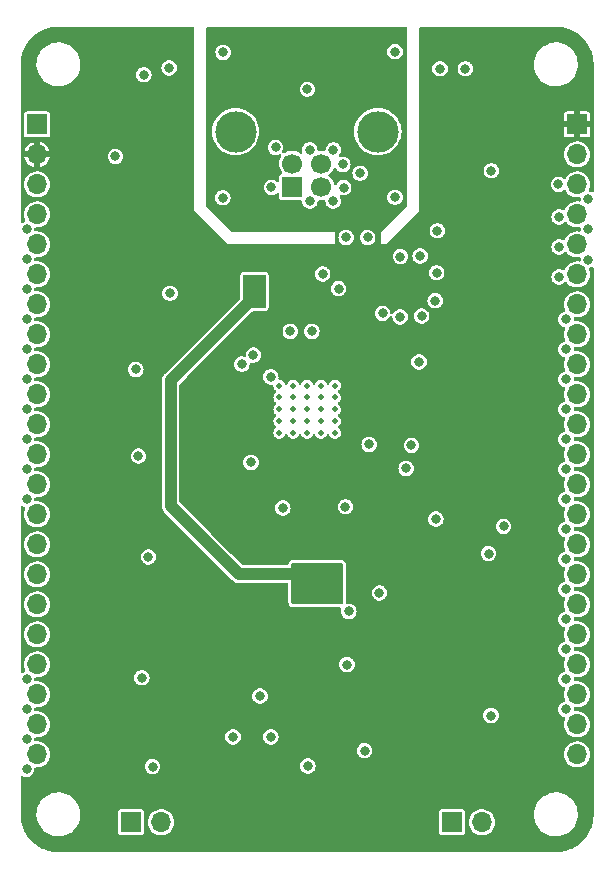
<source format=gbr>
%TF.GenerationSoftware,KiCad,Pcbnew,7.0.2-6a45011f42~172~ubuntu20.04.1*%
%TF.CreationDate,2023-04-23T15:23:27+07:00*%
%TF.ProjectId,EZ-USB-FX2LP-dev-board,455a2d55-5342-42d4-9658-324c502d6465,rev?*%
%TF.SameCoordinates,Original*%
%TF.FileFunction,Copper,L3,Inr*%
%TF.FilePolarity,Positive*%
%FSLAX46Y46*%
G04 Gerber Fmt 4.6, Leading zero omitted, Abs format (unit mm)*
G04 Created by KiCad (PCBNEW 7.0.2-6a45011f42~172~ubuntu20.04.1) date 2023-04-23 15:23:27*
%MOMM*%
%LPD*%
G01*
G04 APERTURE LIST*
%TA.AperFunction,ComponentPad*%
%ADD10R,1.700000X1.700000*%
%TD*%
%TA.AperFunction,ComponentPad*%
%ADD11O,1.700000X1.700000*%
%TD*%
%TA.AperFunction,ComponentPad*%
%ADD12C,0.500000*%
%TD*%
%TA.AperFunction,ComponentPad*%
%ADD13C,1.700000*%
%TD*%
%TA.AperFunction,ComponentPad*%
%ADD14C,3.500000*%
%TD*%
%TA.AperFunction,ViaPad*%
%ADD15C,0.800000*%
%TD*%
%TA.AperFunction,Conductor*%
%ADD16C,1.000000*%
%TD*%
G04 APERTURE END LIST*
D10*
%TO.N,Net-(J2-Pin_1)*%
%TO.C,J2*%
X155059500Y-134426900D03*
D11*
%TO.N,/SDA*%
X157599500Y-134426900D03*
%TD*%
D10*
%TO.N,+3V3*%
%TO.C,J4*%
X165657600Y-75340900D03*
D11*
%TO.N,GND*%
X165657600Y-77880900D03*
%TO.N,/RDY1*%
X165657600Y-80420900D03*
%TO.N,/RDY0*%
X165657600Y-82960900D03*
%TO.N,/CLKOUT*%
X165657600Y-85500900D03*
%TO.N,GND*%
X165657600Y-88040900D03*
%TO.N,/PD7*%
X165657600Y-90580900D03*
%TO.N,/PD6*%
X165657600Y-93120900D03*
%TO.N,/PD5*%
X165657600Y-95660900D03*
%TO.N,/PD4*%
X165657600Y-98200900D03*
%TO.N,/PD3*%
X165657600Y-100740900D03*
%TO.N,/PD2*%
X165657600Y-103280900D03*
%TO.N,/PD1*%
X165657600Y-105820900D03*
%TO.N,/PD0*%
X165657600Y-108360900D03*
%TO.N,GND*%
X165657600Y-110900900D03*
%TO.N,/~{RESET}*%
X165657600Y-113440900D03*
%TO.N,/PA7*%
X165657600Y-115980900D03*
%TO.N,/PA6*%
X165657600Y-118520900D03*
%TO.N,/PA5*%
X165657600Y-121060900D03*
%TO.N,/PA4*%
X165657600Y-123600900D03*
%TO.N,/PA3*%
X165657600Y-126140900D03*
%TO.N,GND*%
X165657600Y-128680900D03*
%TD*%
D10*
%TO.N,+5V*%
%TO.C,J6*%
X119937600Y-75340900D03*
D11*
%TO.N,+3V3*%
X119937600Y-77880900D03*
%TO.N,GND*%
X119937600Y-80420900D03*
%TO.N,/IFCLK*%
X119937600Y-82960900D03*
%TO.N,/SCL*%
X119937600Y-85500900D03*
%TO.N,/SDA*%
X119937600Y-88040900D03*
%TO.N,/PB0*%
X119937600Y-90580900D03*
%TO.N,/PB1*%
X119937600Y-93120900D03*
%TO.N,/PB2*%
X119937600Y-95660900D03*
%TO.N,/PB3*%
X119937600Y-98200900D03*
%TO.N,/PB4*%
X119937600Y-100740900D03*
%TO.N,/PB5*%
X119937600Y-103280900D03*
%TO.N,/PB6*%
X119937600Y-105820900D03*
%TO.N,/PB7*%
X119937600Y-108360900D03*
%TO.N,GND*%
X119937600Y-110900900D03*
%TO.N,/CTL0*%
X119937600Y-113440900D03*
%TO.N,/CTL1*%
X119937600Y-115980900D03*
%TO.N,/CTL2*%
X119937600Y-118520900D03*
%TO.N,GND*%
X119937600Y-121060900D03*
%TO.N,/PA0*%
X119937600Y-123600900D03*
%TO.N,/PA1*%
X119937600Y-126140900D03*
%TO.N,/PA2*%
X119937600Y-128680900D03*
%TD*%
D12*
%TO.N,GND*%
%TO.C,U1*%
X145147600Y-97465900D03*
X143972600Y-97465900D03*
X142797600Y-97465900D03*
X141622600Y-97465900D03*
X140447600Y-97465900D03*
X145147600Y-98465900D03*
X143972600Y-98465900D03*
X142797600Y-98465900D03*
X141622600Y-98465900D03*
X140447600Y-98465900D03*
X145147600Y-99465900D03*
X143972600Y-99465900D03*
X142797600Y-99465900D03*
X141622600Y-99465900D03*
X140447600Y-99465900D03*
X145147600Y-100465900D03*
X143972600Y-100465900D03*
X142797600Y-100465900D03*
X141622600Y-100465900D03*
X140447600Y-100465900D03*
X145147600Y-101465900D03*
X143972600Y-101465900D03*
X142797600Y-101465900D03*
X141622600Y-101465900D03*
X140447600Y-101465900D03*
%TD*%
D10*
%TO.N,VBUS*%
%TO.C,J1*%
X141518000Y-80663800D03*
D13*
%TO.N,/D-*%
X144018000Y-80663800D03*
%TO.N,/D+*%
X144018000Y-78663800D03*
%TO.N,GND*%
X141518000Y-78663800D03*
D14*
X136748000Y-75953800D03*
X148788000Y-75953800D03*
%TD*%
D10*
%TO.N,GND*%
%TO.C,J3*%
X127899500Y-134426900D03*
D11*
%TO.N,Net-(D2-K)*%
X130439500Y-134426900D03*
%TD*%
D15*
%TO.N,GND*%
X164719000Y-96926400D03*
X164719000Y-119786400D03*
X129717800Y-129717800D03*
X119049800Y-84226400D03*
X150241000Y-69189600D03*
X138049000Y-103962200D03*
X131191000Y-89636600D03*
X153771600Y-87909400D03*
X164084000Y-80416400D03*
X119049800Y-122326400D03*
X164134800Y-88265000D03*
X138252200Y-94869000D03*
X150241000Y-81508600D03*
X119049800Y-104546400D03*
X135686800Y-69240400D03*
X145034000Y-77495400D03*
X138811000Y-123748800D03*
X164134800Y-83185000D03*
X153644600Y-90271600D03*
X164134800Y-85725000D03*
X128803400Y-122199400D03*
X145821400Y-78740000D03*
X140741400Y-107823000D03*
X141376400Y-92862400D03*
X166624000Y-84201000D03*
X119049800Y-99466400D03*
X126568200Y-78054200D03*
X164719000Y-102006400D03*
X150698200Y-86537800D03*
X164719000Y-91846400D03*
X119049800Y-91846400D03*
X144119600Y-88011000D03*
X129362200Y-111963200D03*
X143205200Y-92862400D03*
X158165800Y-111683800D03*
X131114800Y-70561200D03*
X148920200Y-115011200D03*
X164719000Y-94386400D03*
X139776200Y-80670400D03*
X151638000Y-102514400D03*
X142862300Y-129667000D03*
X164719000Y-107086400D03*
X151180800Y-104470200D03*
X119049800Y-96926400D03*
X152273000Y-95453200D03*
X152374600Y-86487000D03*
X159435800Y-109372400D03*
X164719000Y-117246400D03*
X119049800Y-127406400D03*
X150672800Y-91643200D03*
X164719000Y-122326400D03*
X149199600Y-91338400D03*
X147929600Y-84912200D03*
X166624000Y-81686400D03*
X164719000Y-124866400D03*
X164719000Y-104546400D03*
X119049800Y-89306400D03*
X135661400Y-81559400D03*
X143027400Y-81838800D03*
X166624000Y-86791800D03*
X146100800Y-84912200D03*
X119049800Y-102006400D03*
X158369000Y-125399800D03*
X145008600Y-81838800D03*
X146329400Y-116586000D03*
X153822400Y-84353400D03*
X140131800Y-77292200D03*
X128295400Y-96088200D03*
X145897600Y-80695800D03*
X164719000Y-114706400D03*
X146050000Y-107721400D03*
X143027400Y-77495400D03*
X128524000Y-103428800D03*
X142824200Y-72364600D03*
X158394400Y-79273400D03*
X147294600Y-79476600D03*
X164719000Y-99466400D03*
X164719000Y-109626400D03*
X145465800Y-89255600D03*
X152501600Y-91567000D03*
X146177000Y-121081800D03*
X119049800Y-107086400D03*
X119049800Y-129946400D03*
X164719000Y-112166400D03*
X119049800Y-86766400D03*
X119049800Y-124866400D03*
X119049800Y-94386400D03*
X154051000Y-70637400D03*
%TO.N,+3V3*%
X133416800Y-118322600D03*
X154254200Y-117779800D03*
X147777200Y-103936800D03*
X134416800Y-117322600D03*
X152672651Y-130524649D03*
X134416800Y-118322600D03*
X140047200Y-106087400D03*
X159512000Y-72110600D03*
X145338800Y-123393200D03*
X133416800Y-116322600D03*
X152666700Y-125831600D03*
X153949400Y-74650600D03*
X136601200Y-103098600D03*
X139369800Y-93014800D03*
X133416800Y-117322600D03*
X148285200Y-95300800D03*
X134416800Y-116322600D03*
X135255000Y-95859600D03*
%TO.N,+5V*%
X138760200Y-90373200D03*
X142646400Y-113436400D03*
X137896600Y-90373200D03*
X143865600Y-113436400D03*
%TO.N,/~{RESET}*%
X156192800Y-70637400D03*
X153695400Y-108762800D03*
%TO.N,/SDA*%
X139732568Y-96716628D03*
%TO.N,/SCL*%
X147662900Y-128371600D03*
X137274300Y-95643700D03*
%TO.N,/PA0*%
X139725400Y-127203200D03*
%TO.N,/PA1*%
X136525000Y-127203200D03*
%TO.N,/WAKEUP*%
X148048200Y-102446600D03*
X128981200Y-71145400D03*
%TD*%
D16*
%TO.N,+5V*%
X131241800Y-107619800D02*
X131241800Y-97028000D01*
X137058400Y-113436400D02*
X131241800Y-107619800D01*
X142646400Y-113436400D02*
X137058400Y-113436400D01*
X131241800Y-97028000D02*
X137896600Y-90373200D01*
%TD*%
%TA.AperFunction,Conductor*%
%TO.N,+5V*%
G36*
X145764439Y-112490885D02*
G01*
X145810194Y-112543689D01*
X145821400Y-112595200D01*
X145821400Y-115852400D01*
X145801715Y-115919439D01*
X145748911Y-115965194D01*
X145697400Y-115976400D01*
X141602000Y-115976400D01*
X141534961Y-115956715D01*
X141489206Y-115903911D01*
X141478000Y-115852400D01*
X141478000Y-112595200D01*
X141497685Y-112528161D01*
X141550489Y-112482406D01*
X141602000Y-112471200D01*
X145697400Y-112471200D01*
X145764439Y-112490885D01*
G37*
%TD.AperFunction*%
%TD*%
%TA.AperFunction,Conductor*%
%TO.N,+3V3*%
G36*
X133191439Y-67080282D02*
G01*
X133237194Y-67133086D01*
X133248400Y-67184597D01*
X133248400Y-82677000D01*
X136067800Y-85496400D01*
X145173700Y-85496400D01*
X145173700Y-84912200D01*
X145445521Y-84912200D01*
X145464563Y-85069018D01*
X145520580Y-85216723D01*
X145610315Y-85346728D01*
X145610316Y-85346729D01*
X145610317Y-85346730D01*
X145728560Y-85451483D01*
X145868435Y-85524896D01*
X146021815Y-85562700D01*
X146179785Y-85562700D01*
X146333165Y-85524896D01*
X146473040Y-85451483D01*
X146591283Y-85346730D01*
X146681020Y-85216723D01*
X146737037Y-85069018D01*
X146756078Y-84912200D01*
X147274321Y-84912200D01*
X147293363Y-85069018D01*
X147349380Y-85216723D01*
X147439115Y-85346728D01*
X147439116Y-85346729D01*
X147439117Y-85346730D01*
X147557360Y-85451483D01*
X147697235Y-85524896D01*
X147850615Y-85562700D01*
X148008585Y-85562700D01*
X148161965Y-85524896D01*
X148301840Y-85451483D01*
X148420083Y-85346730D01*
X148509820Y-85216723D01*
X148565837Y-85069018D01*
X148584878Y-84912200D01*
X148565837Y-84755382D01*
X148509820Y-84607677D01*
X148442549Y-84510218D01*
X148420084Y-84477671D01*
X148404930Y-84464246D01*
X148301840Y-84372917D01*
X148250635Y-84346042D01*
X148161964Y-84299503D01*
X148008585Y-84261700D01*
X147850615Y-84261700D01*
X147697235Y-84299503D01*
X147557361Y-84372916D01*
X147439115Y-84477671D01*
X147349380Y-84607676D01*
X147293363Y-84755381D01*
X147274321Y-84912200D01*
X146756078Y-84912200D01*
X146737037Y-84755382D01*
X146681020Y-84607677D01*
X146613749Y-84510218D01*
X146591284Y-84477671D01*
X146576130Y-84464246D01*
X146473040Y-84372917D01*
X146421835Y-84346042D01*
X146333164Y-84299503D01*
X146179785Y-84261700D01*
X146021815Y-84261700D01*
X145868435Y-84299503D01*
X145728561Y-84372916D01*
X145610315Y-84477671D01*
X145520580Y-84607676D01*
X145464563Y-84755381D01*
X145445521Y-84912200D01*
X145173700Y-84912200D01*
X145173700Y-84455000D01*
X136500162Y-84455000D01*
X136433123Y-84435315D01*
X136412481Y-84418681D01*
X134300719Y-82306919D01*
X134267234Y-82245596D01*
X134264400Y-82219238D01*
X134264400Y-81559399D01*
X135006121Y-81559399D01*
X135025163Y-81716218D01*
X135081180Y-81863923D01*
X135170915Y-81993928D01*
X135170916Y-81993929D01*
X135170917Y-81993930D01*
X135289160Y-82098683D01*
X135429035Y-82172096D01*
X135582415Y-82209900D01*
X135740385Y-82209900D01*
X135893765Y-82172096D01*
X136033640Y-82098683D01*
X136151883Y-81993930D01*
X136241620Y-81863923D01*
X136297637Y-81716218D01*
X136316678Y-81559400D01*
X136297637Y-81402582D01*
X136241620Y-81254877D01*
X136155652Y-81130330D01*
X136151884Y-81124871D01*
X136120531Y-81097095D01*
X136033640Y-81020117D01*
X136000495Y-81002721D01*
X135893764Y-80946703D01*
X135740385Y-80908900D01*
X135582415Y-80908900D01*
X135429035Y-80946703D01*
X135289161Y-81020116D01*
X135170915Y-81124871D01*
X135081180Y-81254876D01*
X135025163Y-81402581D01*
X135006121Y-81559399D01*
X134264400Y-81559399D01*
X134264400Y-80670400D01*
X139120921Y-80670400D01*
X139139963Y-80827218D01*
X139195980Y-80974923D01*
X139285715Y-81104928D01*
X139285716Y-81104929D01*
X139285717Y-81104930D01*
X139403960Y-81209683D01*
X139543835Y-81283096D01*
X139697215Y-81320900D01*
X139855185Y-81320900D01*
X140008565Y-81283096D01*
X140148440Y-81209683D01*
X140211276Y-81154015D01*
X140274506Y-81124296D01*
X140343770Y-81133480D01*
X140397073Y-81178652D01*
X140417493Y-81245471D01*
X140417500Y-81246833D01*
X140417500Y-81538474D01*
X140432033Y-81611538D01*
X140432033Y-81611539D01*
X140432034Y-81611540D01*
X140487399Y-81694401D01*
X140570260Y-81749766D01*
X140606792Y-81757032D01*
X140643325Y-81764300D01*
X140643326Y-81764300D01*
X142253221Y-81764300D01*
X142320260Y-81783985D01*
X142366015Y-81836789D01*
X142376317Y-81873353D01*
X142391163Y-81995618D01*
X142447180Y-82143323D01*
X142536915Y-82273328D01*
X142536916Y-82273329D01*
X142536917Y-82273330D01*
X142655160Y-82378083D01*
X142795035Y-82451496D01*
X142948415Y-82489300D01*
X143106385Y-82489300D01*
X143259765Y-82451496D01*
X143399640Y-82378083D01*
X143517883Y-82273330D01*
X143607620Y-82143323D01*
X143663637Y-81995618D01*
X143680767Y-81854533D01*
X143708389Y-81790357D01*
X143766323Y-81751300D01*
X143826644Y-81747592D01*
X143916024Y-81764300D01*
X143916026Y-81764300D01*
X144119973Y-81764300D01*
X144119976Y-81764300D01*
X144209354Y-81747592D01*
X144278866Y-81754623D01*
X144333544Y-81798120D01*
X144355232Y-81854534D01*
X144372363Y-81995618D01*
X144428380Y-82143323D01*
X144518115Y-82273328D01*
X144518116Y-82273329D01*
X144518117Y-82273330D01*
X144636360Y-82378083D01*
X144776235Y-82451496D01*
X144929615Y-82489300D01*
X145087585Y-82489300D01*
X145240965Y-82451496D01*
X145380840Y-82378083D01*
X145499083Y-82273330D01*
X145588820Y-82143323D01*
X145644837Y-81995618D01*
X145663878Y-81838800D01*
X145644837Y-81681982D01*
X145588820Y-81534277D01*
X145571096Y-81508599D01*
X149585721Y-81508599D01*
X149604763Y-81665418D01*
X149660780Y-81813123D01*
X149750515Y-81943128D01*
X149750516Y-81943129D01*
X149750517Y-81943130D01*
X149868760Y-82047883D01*
X150008635Y-82121296D01*
X150162015Y-82159100D01*
X150319985Y-82159100D01*
X150473365Y-82121296D01*
X150613240Y-82047883D01*
X150731483Y-81943130D01*
X150821220Y-81813123D01*
X150877237Y-81665418D01*
X150896278Y-81508600D01*
X150877237Y-81351782D01*
X150821220Y-81204077D01*
X150740512Y-81087151D01*
X150731484Y-81074071D01*
X150731070Y-81073704D01*
X150613240Y-80969317D01*
X150512615Y-80916504D01*
X150473364Y-80895903D01*
X150319985Y-80858100D01*
X150162015Y-80858100D01*
X150008635Y-80895903D01*
X149868761Y-80969316D01*
X149750515Y-81074071D01*
X149660780Y-81204076D01*
X149604763Y-81351781D01*
X149585721Y-81508599D01*
X145571096Y-81508599D01*
X145571094Y-81508596D01*
X145549211Y-81442241D01*
X145566677Y-81374590D01*
X145617945Y-81327120D01*
X145686738Y-81314903D01*
X145702812Y-81317757D01*
X145818615Y-81346300D01*
X145818616Y-81346300D01*
X145976585Y-81346300D01*
X146129965Y-81308496D01*
X146269840Y-81235083D01*
X146388083Y-81130330D01*
X146477820Y-81000323D01*
X146533837Y-80852618D01*
X146552878Y-80695800D01*
X146533837Y-80538982D01*
X146477820Y-80391277D01*
X146390347Y-80264550D01*
X146388084Y-80261271D01*
X146388083Y-80261270D01*
X146269840Y-80156517D01*
X146221443Y-80131116D01*
X146129964Y-80083103D01*
X145976585Y-80045300D01*
X145818615Y-80045300D01*
X145665235Y-80083103D01*
X145525361Y-80156516D01*
X145407115Y-80261271D01*
X145317379Y-80391277D01*
X145317157Y-80391864D01*
X145315095Y-80394585D01*
X145308827Y-80403668D01*
X145308427Y-80403392D01*
X145274978Y-80447566D01*
X145209379Y-80471621D01*
X145141189Y-80456393D01*
X145092058Y-80406715D01*
X145081950Y-80381824D01*
X145048582Y-80264549D01*
X144957675Y-80081981D01*
X144834763Y-79919219D01*
X144684043Y-79781820D01*
X144677417Y-79777718D01*
X144663704Y-79769226D01*
X144617068Y-79717200D01*
X144605964Y-79648219D01*
X144633916Y-79584184D01*
X144663703Y-79558373D01*
X144684041Y-79545781D01*
X144759929Y-79476600D01*
X146639321Y-79476600D01*
X146658363Y-79633418D01*
X146714380Y-79781123D01*
X146804115Y-79911128D01*
X146804116Y-79911129D01*
X146804117Y-79911130D01*
X146922360Y-80015883D01*
X147062235Y-80089296D01*
X147215615Y-80127100D01*
X147373585Y-80127100D01*
X147526965Y-80089296D01*
X147666840Y-80015883D01*
X147785083Y-79911130D01*
X147874820Y-79781123D01*
X147930837Y-79633418D01*
X147949878Y-79476600D01*
X147930837Y-79319782D01*
X147874820Y-79172077D01*
X147799565Y-79063051D01*
X147785084Y-79042071D01*
X147748491Y-79009653D01*
X147666840Y-78937317D01*
X147589677Y-78896818D01*
X147526964Y-78863903D01*
X147373585Y-78826100D01*
X147215615Y-78826100D01*
X147062235Y-78863903D01*
X146922361Y-78937316D01*
X146804115Y-79042071D01*
X146714380Y-79172076D01*
X146658363Y-79319781D01*
X146639321Y-79476600D01*
X144759929Y-79476600D01*
X144834764Y-79408379D01*
X144957673Y-79245621D01*
X145040984Y-79078308D01*
X145088484Y-79027075D01*
X145156147Y-79009653D01*
X145222487Y-79031578D01*
X145254032Y-79063143D01*
X145330915Y-79174528D01*
X145330916Y-79174529D01*
X145330917Y-79174530D01*
X145449160Y-79279283D01*
X145589035Y-79352696D01*
X145742415Y-79390500D01*
X145900385Y-79390500D01*
X146053765Y-79352696D01*
X146193640Y-79279283D01*
X146311883Y-79174530D01*
X146401620Y-79044523D01*
X146457637Y-78896818D01*
X146476678Y-78740000D01*
X146457637Y-78583182D01*
X146401620Y-78435477D01*
X146311883Y-78305470D01*
X146193640Y-78200717D01*
X146180394Y-78193765D01*
X146053764Y-78127303D01*
X145900385Y-78089500D01*
X145742415Y-78089500D01*
X145742413Y-78089500D01*
X145664539Y-78108693D01*
X145594737Y-78105623D01*
X145537676Y-78065303D01*
X145511471Y-78000533D01*
X145524444Y-77931878D01*
X145532809Y-77917867D01*
X145614220Y-77799923D01*
X145670237Y-77652218D01*
X145689278Y-77495400D01*
X145670237Y-77338582D01*
X145614220Y-77190877D01*
X145524483Y-77060870D01*
X145406240Y-76956117D01*
X145392994Y-76949165D01*
X145266364Y-76882703D01*
X145112985Y-76844900D01*
X144955015Y-76844900D01*
X144801635Y-76882703D01*
X144661761Y-76956116D01*
X144543515Y-77060871D01*
X144453780Y-77190876D01*
X144397763Y-77338581D01*
X144380852Y-77477854D01*
X144353230Y-77542032D01*
X144295296Y-77581088D01*
X144234972Y-77584796D01*
X144159335Y-77570657D01*
X144119976Y-77563300D01*
X143916024Y-77563300D01*
X143825863Y-77580153D01*
X143756349Y-77573123D01*
X143701670Y-77529625D01*
X143679984Y-77473214D01*
X143663637Y-77338582D01*
X143607620Y-77190877D01*
X143517883Y-77060870D01*
X143399640Y-76956117D01*
X143386394Y-76949165D01*
X143259764Y-76882703D01*
X143106385Y-76844900D01*
X142948415Y-76844900D01*
X142795035Y-76882703D01*
X142655161Y-76956116D01*
X142536915Y-77060871D01*
X142447180Y-77190876D01*
X142391163Y-77338581D01*
X142372121Y-77495399D01*
X142391163Y-77652218D01*
X142391719Y-77653684D01*
X142392374Y-77662196D01*
X142392978Y-77667164D01*
X142392759Y-77667190D01*
X142397086Y-77723348D01*
X142363938Y-77784854D01*
X142302800Y-77818675D01*
X142233082Y-77814073D01*
X142192239Y-77789292D01*
X142184041Y-77781818D01*
X142010638Y-77674452D01*
X141820457Y-77600776D01*
X141734970Y-77584796D01*
X141619976Y-77563300D01*
X141416024Y-77563300D01*
X141325863Y-77580154D01*
X141215542Y-77600776D01*
X141025361Y-77674452D01*
X140888214Y-77759370D01*
X140820853Y-77777925D01*
X140754154Y-77757117D01*
X140709293Y-77703552D01*
X140700513Y-77634236D01*
X140706995Y-77609972D01*
X140716543Y-77584796D01*
X140768037Y-77449018D01*
X140787078Y-77292200D01*
X140768037Y-77135382D01*
X140712020Y-76987677D01*
X140622283Y-76857670D01*
X140504040Y-76752917D01*
X140490794Y-76745965D01*
X140364164Y-76679503D01*
X140210785Y-76641700D01*
X140052815Y-76641700D01*
X139899435Y-76679503D01*
X139759561Y-76752916D01*
X139641315Y-76857671D01*
X139551580Y-76987676D01*
X139495563Y-77135381D01*
X139476521Y-77292200D01*
X139495563Y-77449018D01*
X139551580Y-77596723D01*
X139641315Y-77726728D01*
X139641316Y-77726729D01*
X139641317Y-77726730D01*
X139759560Y-77831483D01*
X139899435Y-77904896D01*
X140052815Y-77942700D01*
X140210785Y-77942700D01*
X140364165Y-77904896D01*
X140450248Y-77859715D01*
X140518753Y-77845990D01*
X140583806Y-77871481D01*
X140624751Y-77928097D01*
X140628588Y-77997861D01*
X140606827Y-78044238D01*
X140578324Y-78081981D01*
X140487418Y-78264548D01*
X140431602Y-78460716D01*
X140412785Y-78663799D01*
X140431602Y-78866883D01*
X140487418Y-79063051D01*
X140578326Y-79245621D01*
X140676240Y-79375281D01*
X140700932Y-79440642D01*
X140686367Y-79508977D01*
X140637169Y-79558589D01*
X140601479Y-79571624D01*
X140570261Y-79577833D01*
X140487399Y-79633199D01*
X140432033Y-79716061D01*
X140417500Y-79789125D01*
X140417500Y-80093966D01*
X140397815Y-80161005D01*
X140345011Y-80206760D01*
X140275853Y-80216704D01*
X140212297Y-80187679D01*
X140211274Y-80186782D01*
X140148441Y-80131118D01*
X140148440Y-80131117D01*
X140056958Y-80083103D01*
X140008564Y-80057703D01*
X139855185Y-80019900D01*
X139697215Y-80019900D01*
X139543835Y-80057703D01*
X139403961Y-80131116D01*
X139285715Y-80235871D01*
X139195980Y-80365876D01*
X139139963Y-80513581D01*
X139120921Y-80670400D01*
X134264400Y-80670400D01*
X134264400Y-75953800D01*
X134742389Y-75953800D01*
X134762804Y-76239229D01*
X134823629Y-76518841D01*
X134923634Y-76786963D01*
X135060772Y-77038113D01*
X135134290Y-77136321D01*
X135232261Y-77267195D01*
X135434605Y-77469539D01*
X135604503Y-77596723D01*
X135663686Y-77641027D01*
X135731062Y-77677817D01*
X135914839Y-77778167D01*
X136182954Y-77878169D01*
X136182957Y-77878169D01*
X136182958Y-77878170D01*
X136195508Y-77880900D01*
X136462572Y-77938996D01*
X136748000Y-77959410D01*
X137033428Y-77938996D01*
X137313046Y-77878169D01*
X137581161Y-77778167D01*
X137832315Y-77641026D01*
X138061395Y-77469539D01*
X138263739Y-77267195D01*
X138435226Y-77038115D01*
X138572367Y-76786961D01*
X138672369Y-76518846D01*
X138733196Y-76239228D01*
X138753610Y-75953800D01*
X146782389Y-75953800D01*
X146802804Y-76239229D01*
X146863629Y-76518841D01*
X146963634Y-76786963D01*
X147100772Y-77038113D01*
X147174290Y-77136321D01*
X147272261Y-77267195D01*
X147474605Y-77469539D01*
X147644503Y-77596723D01*
X147703686Y-77641027D01*
X147771062Y-77677817D01*
X147954839Y-77778167D01*
X148222954Y-77878169D01*
X148222957Y-77878169D01*
X148222958Y-77878170D01*
X148235508Y-77880900D01*
X148502572Y-77938996D01*
X148788000Y-77959410D01*
X149073428Y-77938996D01*
X149353046Y-77878169D01*
X149621161Y-77778167D01*
X149872315Y-77641026D01*
X150101395Y-77469539D01*
X150303739Y-77267195D01*
X150475226Y-77038115D01*
X150612367Y-76786961D01*
X150712369Y-76518846D01*
X150773196Y-76239228D01*
X150793610Y-75953800D01*
X150773196Y-75668372D01*
X150723738Y-75441017D01*
X150712370Y-75388758D01*
X150712369Y-75388754D01*
X150612367Y-75120639D01*
X150475226Y-74869485D01*
X150303739Y-74640405D01*
X150101395Y-74438061D01*
X149930725Y-74310299D01*
X149872313Y-74266572D01*
X149621163Y-74129434D01*
X149621162Y-74129433D01*
X149621161Y-74129433D01*
X149353046Y-74029431D01*
X149353041Y-74029429D01*
X149073429Y-73968604D01*
X148788000Y-73948189D01*
X148502570Y-73968604D01*
X148222958Y-74029429D01*
X147954836Y-74129434D01*
X147703686Y-74266572D01*
X147474602Y-74438063D01*
X147272263Y-74640402D01*
X147100772Y-74869486D01*
X146963634Y-75120636D01*
X146863629Y-75388758D01*
X146802804Y-75668370D01*
X146782389Y-75953800D01*
X138753610Y-75953800D01*
X138733196Y-75668372D01*
X138683738Y-75441017D01*
X138672370Y-75388758D01*
X138672369Y-75388754D01*
X138572367Y-75120639D01*
X138435226Y-74869485D01*
X138263739Y-74640405D01*
X138061395Y-74438061D01*
X137890725Y-74310299D01*
X137832313Y-74266572D01*
X137581163Y-74129434D01*
X137581162Y-74129433D01*
X137581161Y-74129433D01*
X137313046Y-74029431D01*
X137313041Y-74029429D01*
X137033429Y-73968604D01*
X136748000Y-73948189D01*
X136462570Y-73968604D01*
X136182958Y-74029429D01*
X135914836Y-74129434D01*
X135663686Y-74266572D01*
X135434602Y-74438063D01*
X135232263Y-74640402D01*
X135060772Y-74869486D01*
X134923634Y-75120636D01*
X134823629Y-75388758D01*
X134762804Y-75668370D01*
X134742389Y-75953800D01*
X134264400Y-75953800D01*
X134264400Y-72364600D01*
X142168921Y-72364600D01*
X142187963Y-72521418D01*
X142243980Y-72669123D01*
X142333715Y-72799128D01*
X142333716Y-72799129D01*
X142333717Y-72799130D01*
X142451960Y-72903883D01*
X142591835Y-72977296D01*
X142745215Y-73015100D01*
X142903185Y-73015100D01*
X143056565Y-72977296D01*
X143196440Y-72903883D01*
X143314683Y-72799130D01*
X143404420Y-72669123D01*
X143460437Y-72521418D01*
X143479478Y-72364600D01*
X143460437Y-72207782D01*
X143404420Y-72060077D01*
X143322168Y-71940914D01*
X143314684Y-71930071D01*
X143256973Y-71878944D01*
X143196440Y-71825317D01*
X143164095Y-71808341D01*
X143056564Y-71751903D01*
X142903185Y-71714100D01*
X142745215Y-71714100D01*
X142591835Y-71751903D01*
X142451961Y-71825316D01*
X142333715Y-71930071D01*
X142243980Y-72060076D01*
X142187963Y-72207781D01*
X142168921Y-72364600D01*
X134264400Y-72364600D01*
X134264400Y-69240400D01*
X135031521Y-69240400D01*
X135050563Y-69397218D01*
X135106580Y-69544923D01*
X135196315Y-69674928D01*
X135196316Y-69674929D01*
X135196317Y-69674930D01*
X135314560Y-69779683D01*
X135454435Y-69853096D01*
X135607815Y-69890900D01*
X135765785Y-69890900D01*
X135919165Y-69853096D01*
X136059040Y-69779683D01*
X136177283Y-69674930D01*
X136267020Y-69544923D01*
X136323037Y-69397218D01*
X136342078Y-69240400D01*
X136335910Y-69189599D01*
X149585721Y-69189599D01*
X149604763Y-69346418D01*
X149660780Y-69494123D01*
X149750515Y-69624128D01*
X149750516Y-69624129D01*
X149750517Y-69624130D01*
X149868760Y-69728883D01*
X150008635Y-69802296D01*
X150162015Y-69840100D01*
X150319985Y-69840100D01*
X150473365Y-69802296D01*
X150613240Y-69728883D01*
X150731483Y-69624130D01*
X150821220Y-69494123D01*
X150877237Y-69346418D01*
X150896278Y-69189600D01*
X150877237Y-69032782D01*
X150821220Y-68885077D01*
X150757193Y-68792318D01*
X150731484Y-68755071D01*
X150684513Y-68713459D01*
X150613240Y-68650317D01*
X150550917Y-68617607D01*
X150473364Y-68576903D01*
X150319985Y-68539100D01*
X150162015Y-68539100D01*
X150008635Y-68576903D01*
X149868761Y-68650316D01*
X149750515Y-68755071D01*
X149660780Y-68885076D01*
X149604763Y-69032781D01*
X149585721Y-69189599D01*
X136335910Y-69189599D01*
X136323037Y-69083582D01*
X136267020Y-68935877D01*
X136177283Y-68805870D01*
X136059040Y-68701117D01*
X136045794Y-68694165D01*
X135919164Y-68627703D01*
X135765785Y-68589900D01*
X135607815Y-68589900D01*
X135454435Y-68627703D01*
X135314561Y-68701116D01*
X135196315Y-68805871D01*
X135106580Y-68935876D01*
X135050563Y-69083581D01*
X135031521Y-69240400D01*
X134264400Y-69240400D01*
X134264400Y-67184597D01*
X134284085Y-67117558D01*
X134336889Y-67071803D01*
X134388400Y-67060597D01*
X151158400Y-67060597D01*
X151225439Y-67080282D01*
X151271194Y-67133086D01*
X151282400Y-67184597D01*
X151282400Y-82193837D01*
X151262715Y-82260876D01*
X151246081Y-82281518D01*
X149072600Y-84454999D01*
X149072600Y-84455000D01*
X149072600Y-85496400D01*
X149453600Y-85496400D01*
X150596600Y-84353400D01*
X153167121Y-84353400D01*
X153186163Y-84510218D01*
X153242180Y-84657923D01*
X153331915Y-84787928D01*
X153331916Y-84787929D01*
X153331917Y-84787930D01*
X153450160Y-84892683D01*
X153590035Y-84966096D01*
X153743415Y-85003900D01*
X153901385Y-85003900D01*
X154054765Y-84966096D01*
X154194640Y-84892683D01*
X154312883Y-84787930D01*
X154402620Y-84657923D01*
X154458637Y-84510218D01*
X154477678Y-84353400D01*
X154476971Y-84347581D01*
X154468416Y-84277119D01*
X154458637Y-84196582D01*
X154402620Y-84048877D01*
X154312883Y-83918870D01*
X154194640Y-83814117D01*
X154163353Y-83797696D01*
X154054764Y-83740703D01*
X153901385Y-83702900D01*
X153743415Y-83702900D01*
X153590035Y-83740703D01*
X153450161Y-83814116D01*
X153331915Y-83918871D01*
X153242180Y-84048876D01*
X153186163Y-84196581D01*
X153167121Y-84353400D01*
X150596600Y-84353400D01*
X152298400Y-82651600D01*
X152298400Y-79273400D01*
X157739121Y-79273400D01*
X157758163Y-79430218D01*
X157814180Y-79577923D01*
X157903915Y-79707928D01*
X157903916Y-79707929D01*
X157903917Y-79707930D01*
X158022160Y-79812683D01*
X158162035Y-79886096D01*
X158315415Y-79923900D01*
X158473385Y-79923900D01*
X158626765Y-79886096D01*
X158766640Y-79812683D01*
X158884883Y-79707930D01*
X158974620Y-79577923D01*
X159030637Y-79430218D01*
X159049678Y-79273400D01*
X159030637Y-79116582D01*
X158974620Y-78968877D01*
X158884883Y-78838870D01*
X158766640Y-78734117D01*
X158753394Y-78727164D01*
X158626764Y-78660703D01*
X158473385Y-78622900D01*
X158315415Y-78622900D01*
X158162035Y-78660703D01*
X158022161Y-78734116D01*
X157903915Y-78838871D01*
X157814180Y-78968876D01*
X157758163Y-79116581D01*
X157739121Y-79273400D01*
X152298400Y-79273400D01*
X152298400Y-77880899D01*
X164552385Y-77880899D01*
X164571202Y-78083983D01*
X164627018Y-78280151D01*
X164717924Y-78462718D01*
X164840836Y-78625480D01*
X164991558Y-78762881D01*
X165164961Y-78870247D01*
X165164963Y-78870248D01*
X165355144Y-78943924D01*
X165555624Y-78981400D01*
X165555626Y-78981400D01*
X165759574Y-78981400D01*
X165759576Y-78981400D01*
X165960056Y-78943924D01*
X166150237Y-78870248D01*
X166323641Y-78762881D01*
X166474364Y-78625479D01*
X166597273Y-78462721D01*
X166597273Y-78462719D01*
X166597275Y-78462718D01*
X166645643Y-78365580D01*
X166688182Y-78280150D01*
X166743997Y-78083983D01*
X166762815Y-77880900D01*
X166743997Y-77677817D01*
X166742073Y-77671056D01*
X166711414Y-77563300D01*
X166688182Y-77481650D01*
X166683980Y-77473211D01*
X166597275Y-77299081D01*
X166474363Y-77136319D01*
X166323641Y-76998918D01*
X166150238Y-76891552D01*
X165960057Y-76817876D01*
X165893229Y-76805384D01*
X165759576Y-76780400D01*
X165555624Y-76780400D01*
X165455384Y-76799137D01*
X165355142Y-76817876D01*
X165164961Y-76891552D01*
X164991558Y-76998918D01*
X164840836Y-77136319D01*
X164717924Y-77299081D01*
X164627018Y-77481648D01*
X164571202Y-77677816D01*
X164552385Y-77880899D01*
X152298400Y-77880899D01*
X152298400Y-76215524D01*
X164557600Y-76215524D01*
X164572104Y-76288443D01*
X164627360Y-76371139D01*
X164710056Y-76426395D01*
X164782975Y-76440900D01*
X165407600Y-76440900D01*
X165407600Y-75776401D01*
X165515285Y-75825580D01*
X165621837Y-75840900D01*
X165693363Y-75840900D01*
X165799915Y-75825580D01*
X165907600Y-75776401D01*
X165907600Y-76440900D01*
X166532225Y-76440900D01*
X166605143Y-76426395D01*
X166687839Y-76371139D01*
X166743095Y-76288443D01*
X166757600Y-76215524D01*
X166757600Y-75590900D01*
X166091286Y-75590900D01*
X166117093Y-75550744D01*
X166157600Y-75412789D01*
X166157600Y-75269011D01*
X166117093Y-75131056D01*
X166091286Y-75090900D01*
X166757600Y-75090900D01*
X166757600Y-74466275D01*
X166743095Y-74393356D01*
X166687839Y-74310660D01*
X166605143Y-74255404D01*
X166532225Y-74240900D01*
X165907600Y-74240900D01*
X165907600Y-74905398D01*
X165799915Y-74856220D01*
X165693363Y-74840900D01*
X165621837Y-74840900D01*
X165515285Y-74856220D01*
X165407600Y-74905398D01*
X165407600Y-74240900D01*
X164782975Y-74240900D01*
X164710056Y-74255404D01*
X164627360Y-74310660D01*
X164572104Y-74393356D01*
X164557600Y-74466275D01*
X164557600Y-75090900D01*
X165223914Y-75090900D01*
X165198107Y-75131056D01*
X165157600Y-75269011D01*
X165157600Y-75412789D01*
X165198107Y-75550744D01*
X165223914Y-75590900D01*
X164557600Y-75590900D01*
X164557600Y-76215524D01*
X152298400Y-76215524D01*
X152298400Y-70637400D01*
X153395721Y-70637400D01*
X153414763Y-70794218D01*
X153470780Y-70941923D01*
X153560515Y-71071928D01*
X153560516Y-71071929D01*
X153560517Y-71071930D01*
X153678760Y-71176683D01*
X153818635Y-71250096D01*
X153972015Y-71287900D01*
X154129985Y-71287900D01*
X154283365Y-71250096D01*
X154423240Y-71176683D01*
X154541483Y-71071930D01*
X154631220Y-70941923D01*
X154687237Y-70794218D01*
X154706278Y-70637400D01*
X155537521Y-70637400D01*
X155556563Y-70794218D01*
X155612580Y-70941923D01*
X155702315Y-71071928D01*
X155702316Y-71071929D01*
X155702317Y-71071930D01*
X155820560Y-71176683D01*
X155960435Y-71250096D01*
X156113815Y-71287900D01*
X156271785Y-71287900D01*
X156425165Y-71250096D01*
X156565040Y-71176683D01*
X156683283Y-71071930D01*
X156773020Y-70941923D01*
X156829037Y-70794218D01*
X156848078Y-70637400D01*
X156829037Y-70480582D01*
X156773020Y-70332877D01*
X156770112Y-70328664D01*
X162003387Y-70328664D01*
X162033013Y-70597916D01*
X162033014Y-70597918D01*
X162101528Y-70859988D01*
X162207470Y-71109290D01*
X162207471Y-71109292D01*
X162348582Y-71340511D01*
X162521853Y-71548718D01*
X162521855Y-71548720D01*
X162723598Y-71729482D01*
X162949510Y-71878944D01*
X163055811Y-71928776D01*
X163194777Y-71993921D01*
X163454162Y-72071958D01*
X163454169Y-72071960D01*
X163722161Y-72111400D01*
X163722164Y-72111400D01*
X163922969Y-72111400D01*
X163925231Y-72111400D01*
X164127756Y-72096577D01*
X164392153Y-72037680D01*
X164645158Y-71940914D01*
X164881377Y-71808341D01*
X165095777Y-71642788D01*
X165283786Y-71447781D01*
X165441399Y-71227479D01*
X165565256Y-70986575D01*
X165652718Y-70730205D01*
X165701919Y-70463833D01*
X165711812Y-70193135D01*
X165682186Y-69923882D01*
X165613672Y-69661812D01*
X165507730Y-69412510D01*
X165404654Y-69243614D01*
X165366617Y-69181288D01*
X165193346Y-68973081D01*
X165129446Y-68915826D01*
X164991602Y-68792318D01*
X164765690Y-68642856D01*
X164733366Y-68627703D01*
X164520422Y-68527878D01*
X164261037Y-68449841D01*
X164261031Y-68449840D01*
X163993039Y-68410400D01*
X163789969Y-68410400D01*
X163787720Y-68410564D01*
X163787709Y-68410565D01*
X163587443Y-68425222D01*
X163323049Y-68484119D01*
X163070041Y-68580886D01*
X162833823Y-68713459D01*
X162619425Y-68879009D01*
X162431413Y-69074020D01*
X162273801Y-69294320D01*
X162149942Y-69535229D01*
X162062481Y-69791595D01*
X162013280Y-70057966D01*
X162003387Y-70328664D01*
X156770112Y-70328664D01*
X156720423Y-70256677D01*
X156683284Y-70202871D01*
X156598447Y-70127713D01*
X156565040Y-70098117D01*
X156488540Y-70057966D01*
X156425164Y-70024703D01*
X156271785Y-69986900D01*
X156113815Y-69986900D01*
X155960435Y-70024703D01*
X155820561Y-70098116D01*
X155702315Y-70202871D01*
X155612580Y-70332876D01*
X155556563Y-70480581D01*
X155537521Y-70637400D01*
X154706278Y-70637400D01*
X154687237Y-70480582D01*
X154631220Y-70332877D01*
X154578623Y-70256677D01*
X154541484Y-70202871D01*
X154456647Y-70127713D01*
X154423240Y-70098117D01*
X154346740Y-70057966D01*
X154283364Y-70024703D01*
X154129985Y-69986900D01*
X153972015Y-69986900D01*
X153818635Y-70024703D01*
X153678761Y-70098116D01*
X153560515Y-70202871D01*
X153470780Y-70332876D01*
X153414763Y-70480581D01*
X153395721Y-70637400D01*
X152298400Y-70637400D01*
X152298400Y-67184596D01*
X152318085Y-67117558D01*
X152370889Y-67071803D01*
X152422400Y-67060597D01*
X163854355Y-67060597D01*
X163860843Y-67060766D01*
X163991179Y-67067597D01*
X164052461Y-67071039D01*
X164167676Y-67077510D01*
X164174588Y-67078092D01*
X164231862Y-67084546D01*
X164237267Y-67085279D01*
X164362203Y-67105066D01*
X164506534Y-67129589D01*
X164522155Y-67132244D01*
X164528940Y-67133593D01*
X164563652Y-67141516D01*
X164568026Y-67142601D01*
X164705925Y-67179551D01*
X164868268Y-67226321D01*
X164874877Y-67228427D01*
X164882631Y-67231140D01*
X164886071Y-67232402D01*
X165035201Y-67289648D01*
X165038130Y-67290817D01*
X165172496Y-67346473D01*
X165193825Y-67355308D01*
X165202654Y-67359378D01*
X165291416Y-67404604D01*
X165350634Y-67434777D01*
X165354320Y-67436734D01*
X165421377Y-67473795D01*
X165500867Y-67517728D01*
X165508414Y-67522257D01*
X165648171Y-67613016D01*
X165652391Y-67615882D01*
X165788485Y-67712446D01*
X165794766Y-67717209D01*
X165924513Y-67822276D01*
X165929103Y-67826182D01*
X166053338Y-67937204D01*
X166058393Y-67941983D01*
X166176514Y-68060104D01*
X166181278Y-68065143D01*
X166292315Y-68189393D01*
X166292317Y-68189395D01*
X166296223Y-68193986D01*
X166401287Y-68323729D01*
X166406051Y-68330010D01*
X166502625Y-68466119D01*
X166505490Y-68470339D01*
X166596238Y-68610078D01*
X166600771Y-68617632D01*
X166681765Y-68764180D01*
X166683722Y-68767866D01*
X166759111Y-68915826D01*
X166763187Y-68924667D01*
X166827673Y-69080347D01*
X166828876Y-69083363D01*
X166886076Y-69232373D01*
X166887355Y-69235860D01*
X166890068Y-69243614D01*
X166892179Y-69250237D01*
X166938958Y-69412609D01*
X166975884Y-69550418D01*
X166976992Y-69554889D01*
X166984899Y-69589532D01*
X166986256Y-69596353D01*
X167013455Y-69756436D01*
X167033211Y-69881171D01*
X167033956Y-69886677D01*
X167040403Y-69943895D01*
X167040988Y-69950826D01*
X167050919Y-70127657D01*
X167057732Y-70257658D01*
X167057902Y-70264147D01*
X167057902Y-80974357D01*
X167038217Y-81041396D01*
X166985413Y-81087151D01*
X166916255Y-81097095D01*
X166876277Y-81084154D01*
X166856365Y-81073704D01*
X166744459Y-81046122D01*
X166684079Y-81010966D01*
X166652290Y-80948747D01*
X166659186Y-80879218D01*
X166663134Y-80870453D01*
X166672856Y-80850928D01*
X166688182Y-80820150D01*
X166743997Y-80623983D01*
X166762815Y-80420900D01*
X166743997Y-80217817D01*
X166743680Y-80216704D01*
X166688181Y-80021648D01*
X166597275Y-79839081D01*
X166474363Y-79676319D01*
X166323641Y-79538918D01*
X166150238Y-79431552D01*
X165960057Y-79357876D01*
X165893229Y-79345384D01*
X165759576Y-79320400D01*
X165555624Y-79320400D01*
X165455384Y-79339137D01*
X165355142Y-79357876D01*
X165164961Y-79431552D01*
X164991558Y-79538918D01*
X164840836Y-79676319D01*
X164717926Y-79839079D01*
X164696800Y-79881507D01*
X164649297Y-79932744D01*
X164581634Y-79950165D01*
X164515294Y-79928239D01*
X164503583Y-79919059D01*
X164456240Y-79877117D01*
X164442994Y-79870164D01*
X164316364Y-79803703D01*
X164162985Y-79765900D01*
X164005015Y-79765900D01*
X163851635Y-79803703D01*
X163711761Y-79877116D01*
X163593515Y-79981871D01*
X163503780Y-80111876D01*
X163447763Y-80259581D01*
X163428721Y-80416400D01*
X163447763Y-80573218D01*
X163503780Y-80720923D01*
X163593515Y-80850928D01*
X163593516Y-80850929D01*
X163593517Y-80850930D01*
X163711760Y-80955683D01*
X163851635Y-81029096D01*
X164005015Y-81066900D01*
X164162985Y-81066900D01*
X164316365Y-81029096D01*
X164456240Y-80955683D01*
X164500467Y-80916501D01*
X164563695Y-80886782D01*
X164632959Y-80895965D01*
X164686262Y-80941137D01*
X164693690Y-80954048D01*
X164717924Y-81002718D01*
X164840836Y-81165480D01*
X164991558Y-81302881D01*
X165107373Y-81374590D01*
X165164963Y-81410248D01*
X165355144Y-81483924D01*
X165555624Y-81521400D01*
X165555626Y-81521400D01*
X165759578Y-81521400D01*
X165797481Y-81514314D01*
X165827809Y-81508645D01*
X165897323Y-81515675D01*
X165952002Y-81559172D01*
X165974485Y-81625326D01*
X165973690Y-81645479D01*
X165968721Y-81686399D01*
X165974808Y-81736529D01*
X165963347Y-81805453D01*
X165916443Y-81857238D01*
X165848987Y-81875445D01*
X165828928Y-81873364D01*
X165778422Y-81863923D01*
X165759576Y-81860400D01*
X165555624Y-81860400D01*
X165475140Y-81875445D01*
X165355142Y-81897876D01*
X165164961Y-81971552D01*
X164991558Y-82078918D01*
X164840836Y-82216319D01*
X164717924Y-82379081D01*
X164625435Y-82564827D01*
X164577932Y-82616065D01*
X164510270Y-82633486D01*
X164456809Y-82619353D01*
X164419956Y-82600011D01*
X164367165Y-82572304D01*
X164367162Y-82572303D01*
X164213785Y-82534500D01*
X164055815Y-82534500D01*
X163902435Y-82572303D01*
X163762561Y-82645716D01*
X163644315Y-82750471D01*
X163554580Y-82880476D01*
X163498563Y-83028181D01*
X163479521Y-83184999D01*
X163498563Y-83341818D01*
X163554580Y-83489523D01*
X163644315Y-83619528D01*
X163644316Y-83619529D01*
X163644317Y-83619530D01*
X163762560Y-83724283D01*
X163902435Y-83797696D01*
X164055815Y-83835500D01*
X164213785Y-83835500D01*
X164367165Y-83797696D01*
X164507040Y-83724283D01*
X164615175Y-83628484D01*
X164678405Y-83598764D01*
X164747668Y-83607948D01*
X164796353Y-83646574D01*
X164840836Y-83705480D01*
X164991558Y-83842881D01*
X165114287Y-83918871D01*
X165164963Y-83950248D01*
X165355144Y-84023924D01*
X165555624Y-84061400D01*
X165555626Y-84061400D01*
X165759578Y-84061400D01*
X165798295Y-84054162D01*
X165824652Y-84049235D01*
X165894167Y-84056265D01*
X165948846Y-84099762D01*
X165971329Y-84165916D01*
X165970534Y-84186067D01*
X165968721Y-84200997D01*
X165977964Y-84277119D01*
X165966503Y-84346042D01*
X165919599Y-84397828D01*
X165852144Y-84416035D01*
X165832085Y-84413954D01*
X165759576Y-84400400D01*
X165555624Y-84400400D01*
X165471984Y-84416035D01*
X165355142Y-84437876D01*
X165164961Y-84511552D01*
X164991558Y-84618918D01*
X164840836Y-84756319D01*
X164717924Y-84919081D01*
X164625435Y-85104827D01*
X164577932Y-85156065D01*
X164510270Y-85173486D01*
X164456809Y-85159353D01*
X164419956Y-85140011D01*
X164367165Y-85112304D01*
X164367162Y-85112303D01*
X164213785Y-85074500D01*
X164055815Y-85074500D01*
X163902435Y-85112303D01*
X163762561Y-85185716D01*
X163644315Y-85290471D01*
X163554580Y-85420476D01*
X163498563Y-85568181D01*
X163479521Y-85725000D01*
X163498563Y-85881818D01*
X163554580Y-86029523D01*
X163644315Y-86159528D01*
X163644316Y-86159529D01*
X163644317Y-86159530D01*
X163762560Y-86264283D01*
X163902435Y-86337696D01*
X164055815Y-86375500D01*
X164213785Y-86375500D01*
X164367165Y-86337696D01*
X164507040Y-86264283D01*
X164615175Y-86168484D01*
X164678405Y-86138764D01*
X164747668Y-86147948D01*
X164796353Y-86186574D01*
X164840836Y-86245480D01*
X164991558Y-86382881D01*
X165164961Y-86490247D01*
X165164963Y-86490248D01*
X165355144Y-86563924D01*
X165555624Y-86601400D01*
X165555626Y-86601400D01*
X165759578Y-86601400D01*
X165796769Y-86594447D01*
X165830965Y-86588055D01*
X165900479Y-86595085D01*
X165955158Y-86638582D01*
X165977641Y-86704736D01*
X165976846Y-86724889D01*
X165968721Y-86791802D01*
X165971652Y-86815941D01*
X165960191Y-86884864D01*
X165913286Y-86936649D01*
X165845830Y-86954855D01*
X165825772Y-86952774D01*
X165801443Y-86948226D01*
X165759576Y-86940400D01*
X165555624Y-86940400D01*
X165455384Y-86959137D01*
X165355142Y-86977876D01*
X165164961Y-87051552D01*
X164991558Y-87158918D01*
X164840836Y-87296319D01*
X164717924Y-87459081D01*
X164625435Y-87644827D01*
X164577932Y-87696065D01*
X164510270Y-87713486D01*
X164456809Y-87699353D01*
X164419956Y-87680011D01*
X164367165Y-87652304D01*
X164367162Y-87652303D01*
X164213785Y-87614500D01*
X164055815Y-87614500D01*
X163902435Y-87652303D01*
X163762561Y-87725716D01*
X163644315Y-87830471D01*
X163554580Y-87960476D01*
X163498563Y-88108181D01*
X163479521Y-88265000D01*
X163498563Y-88421818D01*
X163554580Y-88569523D01*
X163644315Y-88699528D01*
X163644316Y-88699529D01*
X163644317Y-88699530D01*
X163762560Y-88804283D01*
X163902435Y-88877696D01*
X164055815Y-88915500D01*
X164213785Y-88915500D01*
X164367165Y-88877696D01*
X164507040Y-88804283D01*
X164615175Y-88708484D01*
X164678405Y-88678764D01*
X164747668Y-88687948D01*
X164796353Y-88726574D01*
X164840836Y-88785480D01*
X164991558Y-88922881D01*
X165093661Y-88986100D01*
X165164963Y-89030248D01*
X165355144Y-89103924D01*
X165555624Y-89141400D01*
X165555626Y-89141400D01*
X165759574Y-89141400D01*
X165759576Y-89141400D01*
X165960056Y-89103924D01*
X166150237Y-89030248D01*
X166323641Y-88922881D01*
X166373207Y-88877696D01*
X166474363Y-88785480D01*
X166488230Y-88767117D01*
X166597273Y-88622721D01*
X166597273Y-88622719D01*
X166597275Y-88622718D01*
X166685504Y-88445528D01*
X166688182Y-88440150D01*
X166743997Y-88243983D01*
X166762815Y-88040900D01*
X166743997Y-87837817D01*
X166743575Y-87836335D01*
X166688182Y-87641650D01*
X166670407Y-87605953D01*
X166658146Y-87537168D01*
X166685019Y-87472673D01*
X166742495Y-87432945D01*
X166751717Y-87430288D01*
X166856365Y-87404496D01*
X166876276Y-87394045D01*
X166944783Y-87380320D01*
X167009836Y-87405811D01*
X167050781Y-87462427D01*
X167057902Y-87503842D01*
X167057902Y-133757653D01*
X167057732Y-133764142D01*
X167050920Y-133894134D01*
X167040988Y-134070974D01*
X167040403Y-134077903D01*
X167033957Y-134135116D01*
X167033210Y-134140631D01*
X167013457Y-134265347D01*
X166986255Y-134425451D01*
X166984898Y-134432271D01*
X166976993Y-134466900D01*
X166975878Y-134471396D01*
X166938962Y-134609174D01*
X166892174Y-134771577D01*
X166890067Y-134778186D01*
X166887357Y-134785931D01*
X166886079Y-134789416D01*
X166828881Y-134938421D01*
X166827678Y-134941436D01*
X166763185Y-135097135D01*
X166759109Y-135105977D01*
X166683733Y-135253910D01*
X166681776Y-135257596D01*
X166600764Y-135404177D01*
X166596231Y-135411731D01*
X166505500Y-135551444D01*
X166502635Y-135555664D01*
X166406045Y-135691795D01*
X166401281Y-135698076D01*
X166296240Y-135827791D01*
X166292334Y-135832382D01*
X166181276Y-135956657D01*
X166176497Y-135961711D01*
X166058411Y-136079797D01*
X166053357Y-136084576D01*
X165929082Y-136195634D01*
X165924491Y-136199540D01*
X165794776Y-136304581D01*
X165788495Y-136309345D01*
X165652364Y-136405935D01*
X165648144Y-136408800D01*
X165508431Y-136499531D01*
X165500877Y-136504064D01*
X165354296Y-136585076D01*
X165350610Y-136587033D01*
X165202677Y-136662409D01*
X165193835Y-136666485D01*
X165038136Y-136730978D01*
X165035121Y-136732181D01*
X164886116Y-136789379D01*
X164882637Y-136790655D01*
X164874899Y-136793363D01*
X164868268Y-136795477D01*
X164705875Y-136842262D01*
X164568089Y-136879181D01*
X164563608Y-136880292D01*
X164528972Y-136888198D01*
X164522149Y-136889555D01*
X164362048Y-136916757D01*
X164237327Y-136936511D01*
X164231818Y-136937257D01*
X164174602Y-136943703D01*
X164167673Y-136944288D01*
X163990835Y-136954220D01*
X163860843Y-136961033D01*
X163854354Y-136961203D01*
X121740848Y-136961203D01*
X121734357Y-136961033D01*
X121604358Y-136954219D01*
X121427525Y-136944288D01*
X121420596Y-136943703D01*
X121363382Y-136937257D01*
X121357868Y-136936510D01*
X121233137Y-136916755D01*
X121125751Y-136898510D01*
X121073043Y-136889554D01*
X121066242Y-136888201D01*
X121031596Y-136880294D01*
X121027097Y-136879178D01*
X120889309Y-136842258D01*
X120726930Y-136795477D01*
X120720319Y-136793370D01*
X120712557Y-136790654D01*
X120709073Y-136789376D01*
X120560063Y-136732176D01*
X120557061Y-136730978D01*
X120501756Y-136708070D01*
X120401367Y-136666487D01*
X120392526Y-136662411D01*
X120244566Y-136587022D01*
X120240880Y-136585065D01*
X120094332Y-136504071D01*
X120086778Y-136499538D01*
X119947039Y-136408790D01*
X119942819Y-136405925D01*
X119806710Y-136309351D01*
X119800429Y-136304587D01*
X119670686Y-136199523D01*
X119666095Y-136195617D01*
X119541840Y-136084576D01*
X119536804Y-136079814D01*
X119418683Y-135961693D01*
X119413904Y-135956638D01*
X119302882Y-135832403D01*
X119298976Y-135827813D01*
X119193909Y-135698066D01*
X119189146Y-135691785D01*
X119092582Y-135555691D01*
X119089716Y-135551471D01*
X118998957Y-135411714D01*
X118994424Y-135404160D01*
X118913434Y-135257620D01*
X118911477Y-135253934D01*
X118869464Y-135171479D01*
X118836078Y-135105954D01*
X118832013Y-135097135D01*
X118767510Y-134941412D01*
X118766348Y-134938501D01*
X118709102Y-134789371D01*
X118707836Y-134785918D01*
X118705130Y-134778184D01*
X118703019Y-134771560D01*
X118656251Y-134609224D01*
X118619310Y-134471360D01*
X118618200Y-134466880D01*
X118617079Y-134461972D01*
X118610296Y-134432254D01*
X118608943Y-134425452D01*
X118608943Y-134425451D01*
X118581755Y-134265434D01*
X118561976Y-134140553D01*
X118561239Y-134135099D01*
X118554795Y-134077906D01*
X118554210Y-134070976D01*
X118548193Y-133963833D01*
X118544289Y-133894314D01*
X118540848Y-133828664D01*
X119883387Y-133828664D01*
X119913013Y-134097916D01*
X119945928Y-134223816D01*
X119981528Y-134359988D01*
X120087421Y-134609174D01*
X120087471Y-134609292D01*
X120228582Y-134840511D01*
X120401853Y-135048718D01*
X120401855Y-135048720D01*
X120603598Y-135229482D01*
X120829510Y-135378944D01*
X120909087Y-135416248D01*
X121074777Y-135493921D01*
X121280093Y-135555691D01*
X121334169Y-135571960D01*
X121602161Y-135611400D01*
X121602164Y-135611400D01*
X121802969Y-135611400D01*
X121805231Y-135611400D01*
X122007756Y-135596577D01*
X122272153Y-135537680D01*
X122525158Y-135440914D01*
X122761377Y-135308341D01*
X122770141Y-135301574D01*
X126799000Y-135301574D01*
X126813533Y-135374638D01*
X126813533Y-135374639D01*
X126813534Y-135374640D01*
X126868899Y-135457501D01*
X126951760Y-135512866D01*
X126988292Y-135520133D01*
X127024825Y-135527400D01*
X127024826Y-135527400D01*
X128774175Y-135527400D01*
X128798529Y-135522555D01*
X128847240Y-135512866D01*
X128930101Y-135457501D01*
X128985466Y-135374640D01*
X129000000Y-135301574D01*
X129000000Y-134426900D01*
X129334285Y-134426900D01*
X129353102Y-134629983D01*
X129408918Y-134826151D01*
X129499824Y-135008718D01*
X129622736Y-135171480D01*
X129773458Y-135308881D01*
X129946861Y-135416247D01*
X129946863Y-135416248D01*
X130137044Y-135489924D01*
X130337524Y-135527400D01*
X130337526Y-135527400D01*
X130541474Y-135527400D01*
X130541476Y-135527400D01*
X130741956Y-135489924D01*
X130932137Y-135416248D01*
X131105541Y-135308881D01*
X131113556Y-135301574D01*
X153959000Y-135301574D01*
X153973533Y-135374638D01*
X153973533Y-135374639D01*
X153973534Y-135374640D01*
X154028899Y-135457501D01*
X154111760Y-135512866D01*
X154148292Y-135520133D01*
X154184825Y-135527400D01*
X154184826Y-135527400D01*
X155934175Y-135527400D01*
X155958529Y-135522555D01*
X156007240Y-135512866D01*
X156090101Y-135457501D01*
X156145466Y-135374640D01*
X156160000Y-135301574D01*
X156160000Y-134426900D01*
X156494285Y-134426900D01*
X156513102Y-134629983D01*
X156568918Y-134826151D01*
X156659824Y-135008718D01*
X156782736Y-135171480D01*
X156933458Y-135308881D01*
X157106861Y-135416247D01*
X157106863Y-135416248D01*
X157297044Y-135489924D01*
X157497524Y-135527400D01*
X157497526Y-135527400D01*
X157701474Y-135527400D01*
X157701476Y-135527400D01*
X157901956Y-135489924D01*
X158092137Y-135416248D01*
X158265541Y-135308881D01*
X158416264Y-135171479D01*
X158539173Y-135008721D01*
X158539173Y-135008719D01*
X158539175Y-135008718D01*
X158622931Y-134840511D01*
X158630082Y-134826150D01*
X158685897Y-134629983D01*
X158704715Y-134426900D01*
X158685897Y-134223817D01*
X158630082Y-134027650D01*
X158580798Y-133928673D01*
X158539175Y-133845081D01*
X158526777Y-133828664D01*
X162003387Y-133828664D01*
X162033013Y-134097916D01*
X162065928Y-134223816D01*
X162101528Y-134359988D01*
X162207421Y-134609174D01*
X162207471Y-134609292D01*
X162348582Y-134840511D01*
X162521853Y-135048718D01*
X162521855Y-135048720D01*
X162723598Y-135229482D01*
X162949510Y-135378944D01*
X163029087Y-135416248D01*
X163194777Y-135493921D01*
X163400093Y-135555691D01*
X163454169Y-135571960D01*
X163722161Y-135611400D01*
X163722164Y-135611400D01*
X163922969Y-135611400D01*
X163925231Y-135611400D01*
X164127756Y-135596577D01*
X164392153Y-135537680D01*
X164645158Y-135440914D01*
X164881377Y-135308341D01*
X165095777Y-135142788D01*
X165283786Y-134947781D01*
X165441399Y-134727479D01*
X165565256Y-134486575D01*
X165652718Y-134230205D01*
X165701919Y-133963833D01*
X165711812Y-133693135D01*
X165682186Y-133423882D01*
X165613672Y-133161812D01*
X165507730Y-132912510D01*
X165366618Y-132681290D01*
X165366617Y-132681288D01*
X165193346Y-132473081D01*
X165088359Y-132379012D01*
X164991602Y-132292318D01*
X164765690Y-132142856D01*
X164765686Y-132142854D01*
X164520422Y-132027878D01*
X164261037Y-131949841D01*
X164261031Y-131949840D01*
X163993039Y-131910400D01*
X163789969Y-131910400D01*
X163787720Y-131910564D01*
X163787709Y-131910565D01*
X163587443Y-131925222D01*
X163323049Y-131984119D01*
X163070041Y-132080886D01*
X162833823Y-132213459D01*
X162619425Y-132379009D01*
X162431413Y-132574020D01*
X162273801Y-132794320D01*
X162149942Y-133035229D01*
X162062481Y-133291595D01*
X162013280Y-133557966D01*
X162003387Y-133828664D01*
X158526777Y-133828664D01*
X158416263Y-133682319D01*
X158265541Y-133544918D01*
X158092138Y-133437552D01*
X157901957Y-133363876D01*
X157779226Y-133340934D01*
X157701476Y-133326400D01*
X157497524Y-133326400D01*
X157419779Y-133340933D01*
X157297042Y-133363876D01*
X157106861Y-133437552D01*
X156933458Y-133544918D01*
X156782736Y-133682319D01*
X156659824Y-133845081D01*
X156568918Y-134027648D01*
X156513102Y-134223816D01*
X156494285Y-134426900D01*
X156160000Y-134426900D01*
X156160000Y-133552226D01*
X156145466Y-133479160D01*
X156090101Y-133396299D01*
X156007240Y-133340934D01*
X156007239Y-133340933D01*
X156007238Y-133340933D01*
X155934175Y-133326400D01*
X155934174Y-133326400D01*
X154184826Y-133326400D01*
X154184825Y-133326400D01*
X154111761Y-133340933D01*
X154028899Y-133396299D01*
X153973533Y-133479161D01*
X153959000Y-133552225D01*
X153959000Y-135301574D01*
X131113556Y-135301574D01*
X131256264Y-135171479D01*
X131379173Y-135008721D01*
X131379173Y-135008719D01*
X131379175Y-135008718D01*
X131462931Y-134840511D01*
X131470082Y-134826150D01*
X131525897Y-134629983D01*
X131544715Y-134426900D01*
X131525897Y-134223817D01*
X131470082Y-134027650D01*
X131420798Y-133928673D01*
X131379175Y-133845081D01*
X131256263Y-133682319D01*
X131105541Y-133544918D01*
X130932138Y-133437552D01*
X130741957Y-133363876D01*
X130619226Y-133340934D01*
X130541476Y-133326400D01*
X130337524Y-133326400D01*
X130259779Y-133340933D01*
X130137042Y-133363876D01*
X129946861Y-133437552D01*
X129773458Y-133544918D01*
X129622736Y-133682319D01*
X129499824Y-133845081D01*
X129408918Y-134027648D01*
X129353102Y-134223816D01*
X129334285Y-134426900D01*
X129000000Y-134426900D01*
X129000000Y-133552226D01*
X128985466Y-133479160D01*
X128930101Y-133396299D01*
X128847240Y-133340934D01*
X128847239Y-133340933D01*
X128847238Y-133340933D01*
X128774175Y-133326400D01*
X128774174Y-133326400D01*
X127024826Y-133326400D01*
X127024825Y-133326400D01*
X126951761Y-133340933D01*
X126868899Y-133396299D01*
X126813533Y-133479161D01*
X126799000Y-133552225D01*
X126799000Y-135301574D01*
X122770141Y-135301574D01*
X122975777Y-135142788D01*
X123163786Y-134947781D01*
X123321399Y-134727479D01*
X123445256Y-134486575D01*
X123532718Y-134230205D01*
X123581919Y-133963833D01*
X123591812Y-133693135D01*
X123562186Y-133423882D01*
X123493672Y-133161812D01*
X123387730Y-132912510D01*
X123246618Y-132681290D01*
X123246617Y-132681288D01*
X123073346Y-132473081D01*
X122968359Y-132379012D01*
X122871602Y-132292318D01*
X122645690Y-132142856D01*
X122645686Y-132142854D01*
X122400422Y-132027878D01*
X122141037Y-131949841D01*
X122141031Y-131949840D01*
X121873039Y-131910400D01*
X121669969Y-131910400D01*
X121667720Y-131910564D01*
X121667709Y-131910565D01*
X121467443Y-131925222D01*
X121203049Y-131984119D01*
X120950041Y-132080886D01*
X120713823Y-132213459D01*
X120499425Y-132379009D01*
X120311413Y-132574020D01*
X120153801Y-132794320D01*
X120029942Y-133035229D01*
X119942481Y-133291595D01*
X119893280Y-133557966D01*
X119883387Y-133828664D01*
X118540848Y-133828664D01*
X118537467Y-133764142D01*
X118537297Y-133757655D01*
X118537297Y-130617188D01*
X118556982Y-130550149D01*
X118609786Y-130504394D01*
X118678944Y-130494450D01*
X118718920Y-130507390D01*
X118817435Y-130559096D01*
X118970815Y-130596900D01*
X119128785Y-130596900D01*
X119282165Y-130559096D01*
X119422040Y-130485683D01*
X119540283Y-130380930D01*
X119630020Y-130250923D01*
X119686037Y-130103218D01*
X119705078Y-129946400D01*
X119705078Y-129946398D01*
X119701915Y-129920346D01*
X119713376Y-129851422D01*
X119760280Y-129799637D01*
X119825011Y-129781400D01*
X120039574Y-129781400D01*
X120039576Y-129781400D01*
X120240056Y-129743924D01*
X120307490Y-129717800D01*
X129062521Y-129717800D01*
X129081563Y-129874618D01*
X129137580Y-130022323D01*
X129227315Y-130152328D01*
X129227316Y-130152329D01*
X129227317Y-130152330D01*
X129345560Y-130257083D01*
X129485435Y-130330496D01*
X129638815Y-130368300D01*
X129796785Y-130368300D01*
X129950165Y-130330496D01*
X130090040Y-130257083D01*
X130208283Y-130152330D01*
X130298020Y-130022323D01*
X130354037Y-129874618D01*
X130373078Y-129717800D01*
X130366910Y-129667000D01*
X142207021Y-129667000D01*
X142226063Y-129823818D01*
X142282080Y-129971523D01*
X142371815Y-130101528D01*
X142371816Y-130101529D01*
X142371817Y-130101530D01*
X142490060Y-130206283D01*
X142629935Y-130279696D01*
X142783315Y-130317500D01*
X142941285Y-130317500D01*
X143094665Y-130279696D01*
X143234540Y-130206283D01*
X143352783Y-130101530D01*
X143442520Y-129971523D01*
X143498537Y-129823818D01*
X143517578Y-129667000D01*
X143498537Y-129510182D01*
X143442520Y-129362477D01*
X143352783Y-129232470D01*
X143234540Y-129127717D01*
X143143910Y-129080150D01*
X143094664Y-129054303D01*
X142941285Y-129016500D01*
X142783315Y-129016500D01*
X142629935Y-129054303D01*
X142490061Y-129127716D01*
X142371815Y-129232471D01*
X142282080Y-129362476D01*
X142226063Y-129510181D01*
X142207021Y-129667000D01*
X130366910Y-129667000D01*
X130354037Y-129560982D01*
X130298020Y-129413277D01*
X130208283Y-129283270D01*
X130090040Y-129178517D01*
X130031341Y-129147709D01*
X129950164Y-129105103D01*
X129796785Y-129067300D01*
X129638815Y-129067300D01*
X129485435Y-129105103D01*
X129345561Y-129178516D01*
X129227315Y-129283271D01*
X129137580Y-129413276D01*
X129081563Y-129560981D01*
X129062521Y-129717800D01*
X120307490Y-129717800D01*
X120430237Y-129670248D01*
X120603641Y-129562881D01*
X120624604Y-129543771D01*
X120754363Y-129425480D01*
X120754364Y-129425479D01*
X120877273Y-129262721D01*
X120877273Y-129262719D01*
X120877275Y-129262718D01*
X120934542Y-129147709D01*
X120968182Y-129080150D01*
X121023997Y-128883983D01*
X121042815Y-128680900D01*
X121023997Y-128477817D01*
X120993775Y-128371600D01*
X147007621Y-128371600D01*
X147026663Y-128528418D01*
X147082680Y-128676123D01*
X147172415Y-128806128D01*
X147172416Y-128806129D01*
X147172417Y-128806130D01*
X147290660Y-128910883D01*
X147430535Y-128984296D01*
X147583915Y-129022100D01*
X147741885Y-129022100D01*
X147895265Y-128984296D01*
X148035140Y-128910883D01*
X148153383Y-128806130D01*
X148239823Y-128680899D01*
X164552385Y-128680899D01*
X164571202Y-128883983D01*
X164627018Y-129080151D01*
X164717924Y-129262718D01*
X164840836Y-129425480D01*
X164991558Y-129562881D01*
X165119142Y-129641877D01*
X165164963Y-129670248D01*
X165355144Y-129743924D01*
X165555624Y-129781400D01*
X165555626Y-129781400D01*
X165759574Y-129781400D01*
X165759576Y-129781400D01*
X165960056Y-129743924D01*
X166150237Y-129670248D01*
X166323641Y-129562881D01*
X166344604Y-129543771D01*
X166474363Y-129425480D01*
X166474364Y-129425479D01*
X166597273Y-129262721D01*
X166597273Y-129262719D01*
X166597275Y-129262718D01*
X166654542Y-129147709D01*
X166688182Y-129080150D01*
X166743997Y-128883983D01*
X166762815Y-128680900D01*
X166743997Y-128477817D01*
X166688182Y-128281650D01*
X166654886Y-128214782D01*
X166597275Y-128099081D01*
X166474363Y-127936319D01*
X166323641Y-127798918D01*
X166150238Y-127691552D01*
X165960057Y-127617876D01*
X165893229Y-127605384D01*
X165759576Y-127580400D01*
X165555624Y-127580400D01*
X165455384Y-127599138D01*
X165355142Y-127617876D01*
X165164961Y-127691552D01*
X164991558Y-127798918D01*
X164840836Y-127936319D01*
X164717924Y-128099081D01*
X164627018Y-128281648D01*
X164571202Y-128477816D01*
X164552385Y-128680899D01*
X148239823Y-128680899D01*
X148243120Y-128676123D01*
X148299137Y-128528418D01*
X148318178Y-128371600D01*
X148299137Y-128214782D01*
X148243120Y-128067077D01*
X148174313Y-127967392D01*
X148153384Y-127937071D01*
X148153383Y-127937070D01*
X148035140Y-127832317D01*
X147990767Y-127809028D01*
X147895264Y-127758903D01*
X147741885Y-127721100D01*
X147583915Y-127721100D01*
X147430535Y-127758903D01*
X147290661Y-127832316D01*
X147172415Y-127937071D01*
X147082680Y-128067076D01*
X147026663Y-128214781D01*
X147007621Y-128371600D01*
X120993775Y-128371600D01*
X120968182Y-128281650D01*
X120934886Y-128214782D01*
X120877275Y-128099081D01*
X120754363Y-127936319D01*
X120603641Y-127798918D01*
X120430238Y-127691552D01*
X120240057Y-127617876D01*
X120173229Y-127605384D01*
X120039576Y-127580400D01*
X119835624Y-127580400D01*
X119824134Y-127580400D01*
X119824134Y-127576074D01*
X119776932Y-127571197D01*
X119722349Y-127527581D01*
X119700010Y-127461378D01*
X119700815Y-127441505D01*
X119705078Y-127406400D01*
X119703478Y-127393226D01*
X119701915Y-127380346D01*
X119713376Y-127311422D01*
X119760280Y-127259637D01*
X119825011Y-127241400D01*
X120039574Y-127241400D01*
X120039576Y-127241400D01*
X120240056Y-127203924D01*
X120241925Y-127203200D01*
X135869721Y-127203200D01*
X135888763Y-127360018D01*
X135944780Y-127507723D01*
X136034515Y-127637728D01*
X136034516Y-127637729D01*
X136034517Y-127637730D01*
X136152760Y-127742483D01*
X136292635Y-127815896D01*
X136446015Y-127853700D01*
X136603985Y-127853700D01*
X136757365Y-127815896D01*
X136897240Y-127742483D01*
X137015483Y-127637730D01*
X137105220Y-127507723D01*
X137161237Y-127360018D01*
X137180278Y-127203200D01*
X137180278Y-127203199D01*
X139070121Y-127203199D01*
X139089163Y-127360018D01*
X139145180Y-127507723D01*
X139234915Y-127637728D01*
X139234916Y-127637729D01*
X139234917Y-127637730D01*
X139353160Y-127742483D01*
X139493035Y-127815896D01*
X139646415Y-127853700D01*
X139804385Y-127853700D01*
X139957765Y-127815896D01*
X140097640Y-127742483D01*
X140215883Y-127637730D01*
X140305620Y-127507723D01*
X140361637Y-127360018D01*
X140380678Y-127203200D01*
X140361637Y-127046382D01*
X140305620Y-126898677D01*
X140233163Y-126793704D01*
X140215884Y-126768671D01*
X140184637Y-126740989D01*
X140097640Y-126663917D01*
X140084394Y-126656964D01*
X139957764Y-126590503D01*
X139804385Y-126552700D01*
X139646415Y-126552700D01*
X139493035Y-126590503D01*
X139353161Y-126663916D01*
X139234915Y-126768671D01*
X139145180Y-126898676D01*
X139089163Y-127046381D01*
X139070121Y-127203199D01*
X137180278Y-127203199D01*
X137161237Y-127046382D01*
X137105220Y-126898677D01*
X137032763Y-126793704D01*
X137015484Y-126768671D01*
X136984237Y-126740989D01*
X136897240Y-126663917D01*
X136883994Y-126656965D01*
X136757364Y-126590503D01*
X136603985Y-126552700D01*
X136446015Y-126552700D01*
X136292635Y-126590503D01*
X136152761Y-126663916D01*
X136034515Y-126768671D01*
X135944780Y-126898676D01*
X135888763Y-127046381D01*
X135869721Y-127203200D01*
X120241925Y-127203200D01*
X120430237Y-127130248D01*
X120603641Y-127022881D01*
X120624604Y-127003771D01*
X120754363Y-126885480D01*
X120768230Y-126867117D01*
X120877273Y-126722721D01*
X120877273Y-126722719D01*
X120877275Y-126722718D01*
X120943109Y-126590503D01*
X120968182Y-126540150D01*
X121023997Y-126343983D01*
X121042815Y-126140900D01*
X121023997Y-125937817D01*
X120968182Y-125741650D01*
X120967809Y-125740901D01*
X120877275Y-125559081D01*
X120756991Y-125399799D01*
X157713721Y-125399799D01*
X157732763Y-125556618D01*
X157788780Y-125704323D01*
X157878515Y-125834328D01*
X157878516Y-125834329D01*
X157878517Y-125834330D01*
X157996760Y-125939083D01*
X158136635Y-126012496D01*
X158290015Y-126050300D01*
X158447985Y-126050300D01*
X158601365Y-126012496D01*
X158741240Y-125939083D01*
X158859483Y-125834330D01*
X158949220Y-125704323D01*
X159005237Y-125556618D01*
X159024278Y-125399800D01*
X159005237Y-125242982D01*
X158949220Y-125095277D01*
X158859483Y-124965270D01*
X158747879Y-124866399D01*
X164063721Y-124866399D01*
X164082763Y-125023218D01*
X164138780Y-125170923D01*
X164228515Y-125300928D01*
X164228516Y-125300929D01*
X164228517Y-125300930D01*
X164346760Y-125405683D01*
X164486635Y-125479096D01*
X164577770Y-125501558D01*
X164638151Y-125536713D01*
X164669940Y-125598932D01*
X164663045Y-125668461D01*
X164659097Y-125677226D01*
X164627016Y-125741652D01*
X164571202Y-125937816D01*
X164552385Y-126140900D01*
X164571202Y-126343983D01*
X164627018Y-126540151D01*
X164717924Y-126722718D01*
X164840836Y-126885480D01*
X164991558Y-127022881D01*
X165029514Y-127046382D01*
X165164963Y-127130248D01*
X165355144Y-127203924D01*
X165555624Y-127241400D01*
X165555626Y-127241400D01*
X165759574Y-127241400D01*
X165759576Y-127241400D01*
X165960056Y-127203924D01*
X166150237Y-127130248D01*
X166323641Y-127022881D01*
X166344604Y-127003771D01*
X166474363Y-126885480D01*
X166488230Y-126867117D01*
X166597273Y-126722721D01*
X166597273Y-126722719D01*
X166597275Y-126722718D01*
X166663109Y-126590503D01*
X166688182Y-126540150D01*
X166743997Y-126343983D01*
X166762815Y-126140900D01*
X166743997Y-125937817D01*
X166688182Y-125741650D01*
X166687809Y-125740901D01*
X166597275Y-125559081D01*
X166474363Y-125396319D01*
X166323641Y-125258918D01*
X166150238Y-125151552D01*
X165960057Y-125077876D01*
X165893229Y-125065384D01*
X165759576Y-125040400D01*
X165555624Y-125040400D01*
X165555623Y-125040400D01*
X165514716Y-125048046D01*
X165445201Y-125041014D01*
X165390523Y-124997515D01*
X165368042Y-124931361D01*
X165368837Y-124911210D01*
X165374278Y-124866400D01*
X165369955Y-124830798D01*
X165381415Y-124761875D01*
X165428319Y-124710088D01*
X165495774Y-124691881D01*
X165515831Y-124693961D01*
X165555624Y-124701400D01*
X165555626Y-124701400D01*
X165759574Y-124701400D01*
X165759576Y-124701400D01*
X165960056Y-124663924D01*
X166150237Y-124590248D01*
X166323641Y-124482881D01*
X166379596Y-124431871D01*
X166474363Y-124345480D01*
X166488231Y-124327116D01*
X166597273Y-124182721D01*
X166597273Y-124182719D01*
X166597275Y-124182718D01*
X166661705Y-124053323D01*
X166688182Y-124000150D01*
X166743997Y-123803983D01*
X166762815Y-123600900D01*
X166743997Y-123397817D01*
X166688182Y-123201650D01*
X166656103Y-123137226D01*
X166597275Y-123019081D01*
X166474363Y-122856319D01*
X166323641Y-122718918D01*
X166150238Y-122611552D01*
X165960057Y-122537876D01*
X165893229Y-122525384D01*
X165759576Y-122500400D01*
X165555624Y-122500400D01*
X165555623Y-122500400D01*
X165514716Y-122508046D01*
X165445201Y-122501014D01*
X165390523Y-122457515D01*
X165368042Y-122391361D01*
X165368837Y-122371210D01*
X165374278Y-122326400D01*
X165369955Y-122290798D01*
X165381415Y-122221875D01*
X165428319Y-122170088D01*
X165495774Y-122151881D01*
X165515831Y-122153961D01*
X165555624Y-122161400D01*
X165555626Y-122161400D01*
X165759574Y-122161400D01*
X165759576Y-122161400D01*
X165960056Y-122123924D01*
X166150237Y-122050248D01*
X166323641Y-121942881D01*
X166379596Y-121891871D01*
X166474363Y-121805480D01*
X166488231Y-121787116D01*
X166597273Y-121642721D01*
X166597273Y-121642719D01*
X166597275Y-121642718D01*
X166660209Y-121516328D01*
X166688182Y-121460150D01*
X166743997Y-121263983D01*
X166762815Y-121060900D01*
X166743997Y-120857817D01*
X166688182Y-120661650D01*
X166656103Y-120597226D01*
X166597275Y-120479081D01*
X166474363Y-120316319D01*
X166323641Y-120178918D01*
X166150238Y-120071552D01*
X165960057Y-119997876D01*
X165893229Y-119985384D01*
X165759576Y-119960400D01*
X165555624Y-119960400D01*
X165555623Y-119960400D01*
X165514716Y-119968046D01*
X165445201Y-119961014D01*
X165390523Y-119917515D01*
X165368042Y-119851361D01*
X165368837Y-119831210D01*
X165374278Y-119786400D01*
X165369955Y-119750798D01*
X165381415Y-119681875D01*
X165428319Y-119630088D01*
X165495774Y-119611881D01*
X165515831Y-119613961D01*
X165555624Y-119621400D01*
X165555626Y-119621400D01*
X165759574Y-119621400D01*
X165759576Y-119621400D01*
X165960056Y-119583924D01*
X166150237Y-119510248D01*
X166323641Y-119402881D01*
X166379596Y-119351871D01*
X166474363Y-119265480D01*
X166597275Y-119102718D01*
X166660095Y-118976557D01*
X166688182Y-118920150D01*
X166743997Y-118723983D01*
X166762815Y-118520900D01*
X166743997Y-118317817D01*
X166688182Y-118121650D01*
X166656103Y-118057226D01*
X166597275Y-117939081D01*
X166474363Y-117776319D01*
X166323641Y-117638918D01*
X166150238Y-117531552D01*
X165960057Y-117457876D01*
X165893229Y-117445384D01*
X165759576Y-117420400D01*
X165555624Y-117420400D01*
X165555623Y-117420400D01*
X165514716Y-117428046D01*
X165445201Y-117421014D01*
X165390523Y-117377515D01*
X165368042Y-117311361D01*
X165368837Y-117291210D01*
X165374278Y-117246400D01*
X165369955Y-117210798D01*
X165381415Y-117141875D01*
X165428319Y-117090088D01*
X165495774Y-117071881D01*
X165515831Y-117073961D01*
X165555624Y-117081400D01*
X165555626Y-117081400D01*
X165759574Y-117081400D01*
X165759576Y-117081400D01*
X165960056Y-117043924D01*
X166150237Y-116970248D01*
X166323641Y-116862881D01*
X166379596Y-116811871D01*
X166474363Y-116725480D01*
X166572217Y-116595900D01*
X166597273Y-116562721D01*
X166597273Y-116562719D01*
X166597275Y-116562718D01*
X166663767Y-116429182D01*
X166688182Y-116380150D01*
X166743997Y-116183983D01*
X166762815Y-115980900D01*
X166743997Y-115777817D01*
X166688182Y-115581650D01*
X166656103Y-115517226D01*
X166597275Y-115399081D01*
X166474363Y-115236319D01*
X166323641Y-115098918D01*
X166150238Y-114991552D01*
X165960057Y-114917876D01*
X165893229Y-114905384D01*
X165759576Y-114880400D01*
X165555624Y-114880400D01*
X165555623Y-114880400D01*
X165514716Y-114888046D01*
X165445201Y-114881014D01*
X165390523Y-114837515D01*
X165368042Y-114771361D01*
X165368837Y-114751210D01*
X165374278Y-114706400D01*
X165369955Y-114670798D01*
X165381415Y-114601875D01*
X165428319Y-114550088D01*
X165495774Y-114531881D01*
X165515831Y-114533961D01*
X165555624Y-114541400D01*
X165555626Y-114541400D01*
X165759574Y-114541400D01*
X165759576Y-114541400D01*
X165960056Y-114503924D01*
X166150237Y-114430248D01*
X166323641Y-114322881D01*
X166379596Y-114271871D01*
X166474363Y-114185480D01*
X166498395Y-114153657D01*
X166597273Y-114022721D01*
X166597273Y-114022719D01*
X166597275Y-114022718D01*
X166660095Y-113896557D01*
X166688182Y-113840150D01*
X166743997Y-113643983D01*
X166762815Y-113440900D01*
X166743997Y-113237817D01*
X166688182Y-113041650D01*
X166656103Y-112977226D01*
X166597275Y-112859081D01*
X166474363Y-112696319D01*
X166323641Y-112558918D01*
X166150238Y-112451552D01*
X165960057Y-112377876D01*
X165893229Y-112365384D01*
X165759576Y-112340400D01*
X165555624Y-112340400D01*
X165555623Y-112340400D01*
X165514716Y-112348046D01*
X165445201Y-112341014D01*
X165390523Y-112297515D01*
X165368042Y-112231361D01*
X165368837Y-112211210D01*
X165374278Y-112166400D01*
X165369955Y-112130798D01*
X165381415Y-112061875D01*
X165428319Y-112010088D01*
X165495774Y-111991881D01*
X165515831Y-111993961D01*
X165555624Y-112001400D01*
X165555626Y-112001400D01*
X165759574Y-112001400D01*
X165759576Y-112001400D01*
X165960056Y-111963924D01*
X166150237Y-111890248D01*
X166323641Y-111782881D01*
X166379596Y-111731871D01*
X166474363Y-111645480D01*
X166562574Y-111528670D01*
X166597273Y-111482721D01*
X166597273Y-111482719D01*
X166597275Y-111482718D01*
X166663109Y-111350503D01*
X166688182Y-111300150D01*
X166743997Y-111103983D01*
X166762815Y-110900900D01*
X166743997Y-110697817D01*
X166688182Y-110501650D01*
X166656103Y-110437226D01*
X166597275Y-110319081D01*
X166474363Y-110156319D01*
X166323641Y-110018918D01*
X166150238Y-109911552D01*
X165960057Y-109837876D01*
X165893229Y-109825384D01*
X165759576Y-109800400D01*
X165555624Y-109800400D01*
X165555623Y-109800400D01*
X165514716Y-109808046D01*
X165445201Y-109801014D01*
X165390523Y-109757515D01*
X165368042Y-109691361D01*
X165368837Y-109671210D01*
X165374278Y-109626400D01*
X165369955Y-109590798D01*
X165381415Y-109521875D01*
X165428319Y-109470088D01*
X165495774Y-109451881D01*
X165515831Y-109453961D01*
X165555624Y-109461400D01*
X165555626Y-109461400D01*
X165759574Y-109461400D01*
X165759576Y-109461400D01*
X165960056Y-109423924D01*
X166150237Y-109350248D01*
X166323641Y-109242881D01*
X166379596Y-109191871D01*
X166474363Y-109105480D01*
X166488231Y-109087116D01*
X166597273Y-108942721D01*
X166597273Y-108942719D01*
X166597275Y-108942718D01*
X166686862Y-108762800D01*
X166688182Y-108760150D01*
X166743997Y-108563983D01*
X166762815Y-108360900D01*
X166743997Y-108157817D01*
X166741802Y-108150104D01*
X166693351Y-107979818D01*
X166688182Y-107961650D01*
X166677563Y-107940324D01*
X166597275Y-107779081D01*
X166474363Y-107616319D01*
X166323641Y-107478918D01*
X166150238Y-107371552D01*
X165960057Y-107297876D01*
X165885440Y-107283928D01*
X165759576Y-107260400D01*
X165555624Y-107260400D01*
X165555623Y-107260400D01*
X165514716Y-107268046D01*
X165445201Y-107261014D01*
X165390523Y-107217515D01*
X165368042Y-107151361D01*
X165368837Y-107131210D01*
X165374278Y-107086400D01*
X165369955Y-107050798D01*
X165381415Y-106981875D01*
X165428319Y-106930088D01*
X165495774Y-106911881D01*
X165515831Y-106913961D01*
X165555624Y-106921400D01*
X165555626Y-106921400D01*
X165759574Y-106921400D01*
X165759576Y-106921400D01*
X165960056Y-106883924D01*
X166150237Y-106810248D01*
X166323641Y-106702881D01*
X166379596Y-106651871D01*
X166474363Y-106565480D01*
X166488231Y-106547116D01*
X166597273Y-106402721D01*
X166597273Y-106402719D01*
X166597275Y-106402718D01*
X166660095Y-106276557D01*
X166688182Y-106220150D01*
X166743997Y-106023983D01*
X166762815Y-105820900D01*
X166743997Y-105617817D01*
X166688182Y-105421650D01*
X166656103Y-105357226D01*
X166597275Y-105239081D01*
X166474363Y-105076319D01*
X166323641Y-104938918D01*
X166150238Y-104831552D01*
X165960057Y-104757876D01*
X165893229Y-104745384D01*
X165759576Y-104720400D01*
X165555624Y-104720400D01*
X165555623Y-104720400D01*
X165514716Y-104728046D01*
X165445201Y-104721014D01*
X165390523Y-104677515D01*
X165368042Y-104611361D01*
X165368837Y-104591210D01*
X165374278Y-104546400D01*
X165369955Y-104510798D01*
X165381415Y-104441875D01*
X165428319Y-104390088D01*
X165495774Y-104371881D01*
X165515831Y-104373961D01*
X165555624Y-104381400D01*
X165555626Y-104381400D01*
X165759574Y-104381400D01*
X165759576Y-104381400D01*
X165960056Y-104343924D01*
X166150237Y-104270248D01*
X166323641Y-104162881D01*
X166344604Y-104143771D01*
X166474363Y-104025480D01*
X166488231Y-104007116D01*
X166597273Y-103862721D01*
X166597273Y-103862719D01*
X166597275Y-103862718D01*
X166661705Y-103733323D01*
X166688182Y-103680150D01*
X166743997Y-103483983D01*
X166762815Y-103280900D01*
X166743997Y-103077817D01*
X166688182Y-102881650D01*
X166656103Y-102817226D01*
X166597275Y-102699081D01*
X166474363Y-102536319D01*
X166323641Y-102398918D01*
X166150238Y-102291552D01*
X165960057Y-102217876D01*
X165893229Y-102205384D01*
X165759576Y-102180400D01*
X165555624Y-102180400D01*
X165555623Y-102180400D01*
X165514716Y-102188046D01*
X165445201Y-102181014D01*
X165390523Y-102137515D01*
X165368042Y-102071361D01*
X165368837Y-102051210D01*
X165374278Y-102006400D01*
X165371114Y-101980346D01*
X165369955Y-101970797D01*
X165381415Y-101901875D01*
X165428319Y-101850088D01*
X165495774Y-101831881D01*
X165515831Y-101833961D01*
X165555624Y-101841400D01*
X165555626Y-101841400D01*
X165759574Y-101841400D01*
X165759576Y-101841400D01*
X165960056Y-101803924D01*
X166150237Y-101730248D01*
X166323641Y-101622881D01*
X166379596Y-101571871D01*
X166474363Y-101485480D01*
X166489149Y-101465900D01*
X166597273Y-101322721D01*
X166597273Y-101322719D01*
X166597275Y-101322718D01*
X166660095Y-101196557D01*
X166688182Y-101140150D01*
X166743997Y-100943983D01*
X166762815Y-100740900D01*
X166743997Y-100537817D01*
X166688182Y-100341650D01*
X166656103Y-100277226D01*
X166597275Y-100159081D01*
X166474363Y-99996319D01*
X166323641Y-99858918D01*
X166150238Y-99751552D01*
X165960057Y-99677876D01*
X165893229Y-99665384D01*
X165759576Y-99640400D01*
X165555624Y-99640400D01*
X165555623Y-99640400D01*
X165514716Y-99648046D01*
X165445201Y-99641014D01*
X165390523Y-99597515D01*
X165368042Y-99531361D01*
X165368837Y-99511210D01*
X165374278Y-99466400D01*
X165369955Y-99430798D01*
X165381415Y-99361875D01*
X165428319Y-99310088D01*
X165495774Y-99291881D01*
X165515831Y-99293961D01*
X165555624Y-99301400D01*
X165555626Y-99301400D01*
X165759574Y-99301400D01*
X165759576Y-99301400D01*
X165960056Y-99263924D01*
X166150237Y-99190248D01*
X166323641Y-99082881D01*
X166379596Y-99031871D01*
X166474363Y-98945480D01*
X166489185Y-98925853D01*
X166597273Y-98782721D01*
X166597273Y-98782719D01*
X166597275Y-98782718D01*
X166660095Y-98656557D01*
X166688182Y-98600150D01*
X166743997Y-98403983D01*
X166762815Y-98200900D01*
X166743997Y-97997817D01*
X166734915Y-97965899D01*
X166701382Y-97848042D01*
X166688182Y-97801650D01*
X166656103Y-97737226D01*
X166597275Y-97619081D01*
X166474363Y-97456319D01*
X166323641Y-97318918D01*
X166150238Y-97211552D01*
X165960057Y-97137876D01*
X165893229Y-97125384D01*
X165759576Y-97100400D01*
X165555624Y-97100400D01*
X165555623Y-97100400D01*
X165514716Y-97108046D01*
X165445201Y-97101014D01*
X165390523Y-97057515D01*
X165368042Y-96991361D01*
X165368837Y-96971210D01*
X165369543Y-96965400D01*
X165374278Y-96926400D01*
X165369955Y-96890797D01*
X165381415Y-96821875D01*
X165428319Y-96770088D01*
X165495774Y-96751881D01*
X165515831Y-96753961D01*
X165555624Y-96761400D01*
X165555626Y-96761400D01*
X165759574Y-96761400D01*
X165759576Y-96761400D01*
X165960056Y-96723924D01*
X166150237Y-96650248D01*
X166323641Y-96542881D01*
X166379596Y-96491871D01*
X166474363Y-96405480D01*
X166488231Y-96387116D01*
X166597273Y-96242721D01*
X166597273Y-96242719D01*
X166597275Y-96242718D01*
X166666497Y-96103700D01*
X166688182Y-96060150D01*
X166743997Y-95863983D01*
X166762815Y-95660900D01*
X166743997Y-95457817D01*
X166742683Y-95453200D01*
X166721800Y-95379804D01*
X166688182Y-95261650D01*
X166662051Y-95209171D01*
X166597275Y-95079081D01*
X166474363Y-94916319D01*
X166323641Y-94778918D01*
X166150238Y-94671552D01*
X165960057Y-94597876D01*
X165893229Y-94585384D01*
X165759576Y-94560400D01*
X165555624Y-94560400D01*
X165555623Y-94560400D01*
X165514716Y-94568046D01*
X165445201Y-94561014D01*
X165390523Y-94517515D01*
X165368042Y-94451361D01*
X165368837Y-94431210D01*
X165374278Y-94386400D01*
X165369955Y-94350798D01*
X165381415Y-94281875D01*
X165428319Y-94230088D01*
X165495774Y-94211881D01*
X165515831Y-94213961D01*
X165555624Y-94221400D01*
X165555626Y-94221400D01*
X165759574Y-94221400D01*
X165759576Y-94221400D01*
X165960056Y-94183924D01*
X166150237Y-94110248D01*
X166323641Y-94002881D01*
X166379596Y-93951871D01*
X166474363Y-93865480D01*
X166488231Y-93847116D01*
X166597273Y-93702721D01*
X166597273Y-93702719D01*
X166597275Y-93702718D01*
X166660095Y-93576557D01*
X166688182Y-93520150D01*
X166743997Y-93323983D01*
X166762815Y-93120900D01*
X166743997Y-92917817D01*
X166688182Y-92721650D01*
X166656103Y-92657226D01*
X166597275Y-92539081D01*
X166474363Y-92376319D01*
X166323641Y-92238918D01*
X166150238Y-92131552D01*
X165960057Y-92057876D01*
X165893229Y-92045384D01*
X165759576Y-92020400D01*
X165555624Y-92020400D01*
X165555623Y-92020400D01*
X165514716Y-92028046D01*
X165445201Y-92021014D01*
X165390523Y-91977515D01*
X165368042Y-91911361D01*
X165368837Y-91891210D01*
X165370480Y-91877683D01*
X165374278Y-91846400D01*
X165369955Y-91810797D01*
X165381415Y-91741875D01*
X165428319Y-91690088D01*
X165495774Y-91671881D01*
X165515831Y-91673961D01*
X165555624Y-91681400D01*
X165555626Y-91681400D01*
X165759574Y-91681400D01*
X165759576Y-91681400D01*
X165960056Y-91643924D01*
X166150237Y-91570248D01*
X166323641Y-91462881D01*
X166379596Y-91411871D01*
X166474363Y-91325480D01*
X166488231Y-91307116D01*
X166597273Y-91162721D01*
X166597273Y-91162719D01*
X166597275Y-91162718D01*
X166656117Y-91044545D01*
X166688182Y-90980150D01*
X166743997Y-90783983D01*
X166762815Y-90580900D01*
X166743997Y-90377817D01*
X166688182Y-90181650D01*
X166654886Y-90114782D01*
X166597275Y-89999081D01*
X166474363Y-89836319D01*
X166323641Y-89698918D01*
X166150238Y-89591552D01*
X165960057Y-89517876D01*
X165893229Y-89505384D01*
X165759576Y-89480400D01*
X165555624Y-89480400D01*
X165455384Y-89499137D01*
X165355142Y-89517876D01*
X165164961Y-89591552D01*
X164991558Y-89698918D01*
X164840836Y-89836319D01*
X164717924Y-89999081D01*
X164627018Y-90181648D01*
X164571202Y-90377816D01*
X164552385Y-90580899D01*
X164571202Y-90783983D01*
X164627016Y-90980147D01*
X164655105Y-91036557D01*
X164667365Y-91105343D01*
X164640491Y-91169838D01*
X164583015Y-91209565D01*
X164573779Y-91212225D01*
X164486635Y-91233703D01*
X164346761Y-91307116D01*
X164228515Y-91411871D01*
X164138780Y-91541876D01*
X164082763Y-91689581D01*
X164063721Y-91846400D01*
X164082763Y-92003218D01*
X164138780Y-92150923D01*
X164228515Y-92280928D01*
X164228516Y-92280929D01*
X164228517Y-92280930D01*
X164346760Y-92385683D01*
X164486635Y-92459096D01*
X164577770Y-92481558D01*
X164638151Y-92516713D01*
X164669940Y-92578932D01*
X164663045Y-92648461D01*
X164659097Y-92657226D01*
X164627016Y-92721652D01*
X164571202Y-92917816D01*
X164552385Y-93120900D01*
X164571202Y-93323983D01*
X164627016Y-93520147D01*
X164655105Y-93576557D01*
X164667365Y-93645343D01*
X164640491Y-93709838D01*
X164583015Y-93749565D01*
X164573779Y-93752225D01*
X164486635Y-93773703D01*
X164346761Y-93847116D01*
X164228515Y-93951871D01*
X164138780Y-94081876D01*
X164082763Y-94229581D01*
X164063721Y-94386400D01*
X164082763Y-94543218D01*
X164138780Y-94690923D01*
X164228515Y-94820928D01*
X164228516Y-94820929D01*
X164228517Y-94820930D01*
X164346760Y-94925683D01*
X164486635Y-94999096D01*
X164577770Y-95021558D01*
X164638151Y-95056713D01*
X164669940Y-95118932D01*
X164663045Y-95188461D01*
X164659097Y-95197226D01*
X164627016Y-95261652D01*
X164571202Y-95457816D01*
X164552385Y-95660900D01*
X164571202Y-95863983D01*
X164627016Y-96060147D01*
X164655105Y-96116557D01*
X164667365Y-96185343D01*
X164640491Y-96249838D01*
X164583015Y-96289565D01*
X164573779Y-96292225D01*
X164486635Y-96313703D01*
X164346761Y-96387116D01*
X164228515Y-96491871D01*
X164138780Y-96621876D01*
X164082763Y-96769581D01*
X164063721Y-96926399D01*
X164082763Y-97083218D01*
X164138780Y-97230923D01*
X164228515Y-97360928D01*
X164228516Y-97360929D01*
X164228517Y-97360930D01*
X164346760Y-97465683D01*
X164486635Y-97539096D01*
X164577770Y-97561558D01*
X164638151Y-97596713D01*
X164669940Y-97658932D01*
X164663045Y-97728461D01*
X164659097Y-97737226D01*
X164627016Y-97801652D01*
X164571202Y-97997816D01*
X164552385Y-98200899D01*
X164571202Y-98403983D01*
X164627016Y-98600147D01*
X164655105Y-98656557D01*
X164667365Y-98725343D01*
X164640491Y-98789838D01*
X164583015Y-98829565D01*
X164573779Y-98832225D01*
X164486635Y-98853703D01*
X164346761Y-98927116D01*
X164228515Y-99031871D01*
X164138780Y-99161876D01*
X164082763Y-99309581D01*
X164063721Y-99466400D01*
X164082763Y-99623218D01*
X164138780Y-99770923D01*
X164228515Y-99900928D01*
X164228516Y-99900929D01*
X164228517Y-99900930D01*
X164346760Y-100005683D01*
X164486635Y-100079096D01*
X164577770Y-100101558D01*
X164638151Y-100136713D01*
X164669940Y-100198932D01*
X164663045Y-100268461D01*
X164659097Y-100277226D01*
X164627016Y-100341652D01*
X164571202Y-100537816D01*
X164552385Y-100740899D01*
X164571202Y-100943983D01*
X164627016Y-101140147D01*
X164655105Y-101196557D01*
X164667365Y-101265343D01*
X164640491Y-101329838D01*
X164583015Y-101369565D01*
X164573779Y-101372225D01*
X164486635Y-101393703D01*
X164346761Y-101467116D01*
X164228515Y-101571871D01*
X164138780Y-101701876D01*
X164082763Y-101849581D01*
X164063721Y-102006399D01*
X164082763Y-102163218D01*
X164138780Y-102310923D01*
X164228515Y-102440928D01*
X164228516Y-102440929D01*
X164228517Y-102440930D01*
X164346760Y-102545683D01*
X164486635Y-102619096D01*
X164577770Y-102641558D01*
X164638151Y-102676713D01*
X164669940Y-102738932D01*
X164663045Y-102808461D01*
X164659097Y-102817226D01*
X164627016Y-102881652D01*
X164571202Y-103077816D01*
X164552385Y-103280899D01*
X164571202Y-103483983D01*
X164627016Y-103680147D01*
X164655105Y-103736557D01*
X164667365Y-103805343D01*
X164640491Y-103869838D01*
X164583015Y-103909565D01*
X164573779Y-103912225D01*
X164486635Y-103933703D01*
X164346761Y-104007116D01*
X164228515Y-104111871D01*
X164138780Y-104241876D01*
X164082763Y-104389581D01*
X164063721Y-104546400D01*
X164082763Y-104703218D01*
X164138780Y-104850923D01*
X164228515Y-104980928D01*
X164228516Y-104980929D01*
X164228517Y-104980930D01*
X164346760Y-105085683D01*
X164486635Y-105159096D01*
X164577770Y-105181558D01*
X164638151Y-105216713D01*
X164669940Y-105278932D01*
X164663045Y-105348461D01*
X164659097Y-105357226D01*
X164627016Y-105421652D01*
X164571202Y-105617816D01*
X164552385Y-105820900D01*
X164571202Y-106023983D01*
X164627016Y-106220147D01*
X164655105Y-106276557D01*
X164667365Y-106345343D01*
X164640491Y-106409838D01*
X164583015Y-106449565D01*
X164573779Y-106452225D01*
X164486635Y-106473703D01*
X164346761Y-106547116D01*
X164228515Y-106651871D01*
X164138780Y-106781876D01*
X164082763Y-106929581D01*
X164063721Y-107086399D01*
X164082763Y-107243218D01*
X164138780Y-107390923D01*
X164228515Y-107520928D01*
X164228516Y-107520929D01*
X164228517Y-107520930D01*
X164346760Y-107625683D01*
X164486635Y-107699096D01*
X164577770Y-107721558D01*
X164638151Y-107756713D01*
X164669940Y-107818932D01*
X164663045Y-107888461D01*
X164659097Y-107897226D01*
X164627016Y-107961652D01*
X164571202Y-108157816D01*
X164552385Y-108360899D01*
X164571202Y-108563983D01*
X164627016Y-108760147D01*
X164655105Y-108816557D01*
X164667365Y-108885343D01*
X164640491Y-108949838D01*
X164583015Y-108989565D01*
X164573779Y-108992225D01*
X164486635Y-109013703D01*
X164346761Y-109087116D01*
X164228515Y-109191871D01*
X164138780Y-109321876D01*
X164082763Y-109469581D01*
X164063721Y-109626400D01*
X164082763Y-109783218D01*
X164138780Y-109930923D01*
X164228515Y-110060928D01*
X164228516Y-110060929D01*
X164228517Y-110060930D01*
X164346760Y-110165683D01*
X164486635Y-110239096D01*
X164577770Y-110261558D01*
X164638151Y-110296713D01*
X164669940Y-110358932D01*
X164663045Y-110428461D01*
X164659097Y-110437226D01*
X164627016Y-110501652D01*
X164571202Y-110697816D01*
X164552385Y-110900899D01*
X164571202Y-111103983D01*
X164627016Y-111300147D01*
X164655105Y-111356557D01*
X164667365Y-111425343D01*
X164640491Y-111489838D01*
X164583015Y-111529565D01*
X164573779Y-111532225D01*
X164486635Y-111553703D01*
X164346761Y-111627116D01*
X164228515Y-111731871D01*
X164138780Y-111861876D01*
X164082763Y-112009581D01*
X164063721Y-112166400D01*
X164082763Y-112323218D01*
X164138780Y-112470923D01*
X164228515Y-112600928D01*
X164228516Y-112600929D01*
X164228517Y-112600930D01*
X164346760Y-112705683D01*
X164486635Y-112779096D01*
X164577770Y-112801558D01*
X164638151Y-112836713D01*
X164669940Y-112898932D01*
X164663045Y-112968461D01*
X164659097Y-112977226D01*
X164627016Y-113041652D01*
X164571202Y-113237816D01*
X164552385Y-113440900D01*
X164571202Y-113643983D01*
X164627016Y-113840147D01*
X164655105Y-113896557D01*
X164667365Y-113965343D01*
X164640491Y-114029838D01*
X164583015Y-114069565D01*
X164573779Y-114072225D01*
X164486635Y-114093703D01*
X164346761Y-114167116D01*
X164228515Y-114271871D01*
X164138780Y-114401876D01*
X164082763Y-114549581D01*
X164063721Y-114706399D01*
X164082763Y-114863218D01*
X164138780Y-115010923D01*
X164228515Y-115140928D01*
X164228516Y-115140929D01*
X164228517Y-115140930D01*
X164346760Y-115245683D01*
X164486635Y-115319096D01*
X164577770Y-115341558D01*
X164638151Y-115376713D01*
X164669940Y-115438932D01*
X164663045Y-115508461D01*
X164659097Y-115517226D01*
X164627016Y-115581652D01*
X164571202Y-115777816D01*
X164552385Y-115980900D01*
X164571202Y-116183983D01*
X164627016Y-116380147D01*
X164655105Y-116436557D01*
X164667365Y-116505343D01*
X164640491Y-116569838D01*
X164583015Y-116609565D01*
X164573779Y-116612225D01*
X164486635Y-116633703D01*
X164346761Y-116707116D01*
X164228515Y-116811871D01*
X164138780Y-116941876D01*
X164082763Y-117089581D01*
X164063721Y-117246400D01*
X164082763Y-117403218D01*
X164138780Y-117550923D01*
X164228515Y-117680928D01*
X164228516Y-117680929D01*
X164228517Y-117680930D01*
X164346760Y-117785683D01*
X164486635Y-117859096D01*
X164577770Y-117881558D01*
X164638151Y-117916713D01*
X164669940Y-117978932D01*
X164663045Y-118048461D01*
X164659097Y-118057226D01*
X164627016Y-118121652D01*
X164571202Y-118317816D01*
X164552385Y-118520899D01*
X164571202Y-118723983D01*
X164627016Y-118920147D01*
X164655105Y-118976557D01*
X164667365Y-119045343D01*
X164640491Y-119109838D01*
X164583015Y-119149565D01*
X164573779Y-119152225D01*
X164486635Y-119173703D01*
X164346761Y-119247116D01*
X164228515Y-119351871D01*
X164138780Y-119481876D01*
X164082763Y-119629581D01*
X164063721Y-119786399D01*
X164082763Y-119943218D01*
X164138780Y-120090923D01*
X164228515Y-120220928D01*
X164228516Y-120220929D01*
X164228517Y-120220930D01*
X164346760Y-120325683D01*
X164486635Y-120399096D01*
X164577770Y-120421558D01*
X164638151Y-120456713D01*
X164669940Y-120518932D01*
X164663045Y-120588461D01*
X164659097Y-120597226D01*
X164627016Y-120661652D01*
X164571202Y-120857816D01*
X164552385Y-121060899D01*
X164571202Y-121263983D01*
X164627016Y-121460147D01*
X164655105Y-121516557D01*
X164667365Y-121585343D01*
X164640491Y-121649838D01*
X164583015Y-121689565D01*
X164573779Y-121692225D01*
X164486635Y-121713703D01*
X164346761Y-121787116D01*
X164228515Y-121891871D01*
X164138780Y-122021876D01*
X164082763Y-122169581D01*
X164063721Y-122326400D01*
X164082763Y-122483218D01*
X164138780Y-122630923D01*
X164228515Y-122760928D01*
X164228516Y-122760929D01*
X164228517Y-122760930D01*
X164346760Y-122865683D01*
X164486635Y-122939096D01*
X164577770Y-122961558D01*
X164638151Y-122996713D01*
X164669940Y-123058932D01*
X164663045Y-123128461D01*
X164659097Y-123137226D01*
X164627016Y-123201652D01*
X164571202Y-123397816D01*
X164552385Y-123600899D01*
X164571202Y-123803983D01*
X164627016Y-124000147D01*
X164655105Y-124056557D01*
X164667365Y-124125343D01*
X164640491Y-124189838D01*
X164583015Y-124229565D01*
X164573779Y-124232225D01*
X164486635Y-124253703D01*
X164346761Y-124327116D01*
X164228515Y-124431871D01*
X164138780Y-124561876D01*
X164082763Y-124709581D01*
X164063721Y-124866399D01*
X158747879Y-124866399D01*
X158741240Y-124860517D01*
X158684616Y-124830798D01*
X158601364Y-124787103D01*
X158447985Y-124749300D01*
X158290015Y-124749300D01*
X158136635Y-124787103D01*
X157996761Y-124860516D01*
X157878515Y-124965271D01*
X157788780Y-125095276D01*
X157732763Y-125242981D01*
X157713721Y-125399799D01*
X120756991Y-125399799D01*
X120754363Y-125396319D01*
X120603641Y-125258918D01*
X120430238Y-125151552D01*
X120240057Y-125077876D01*
X120173229Y-125065384D01*
X120039576Y-125040400D01*
X119835624Y-125040400D01*
X119824134Y-125040400D01*
X119824134Y-125036074D01*
X119776932Y-125031197D01*
X119722349Y-124987581D01*
X119700010Y-124921378D01*
X119700815Y-124901505D01*
X119705078Y-124866400D01*
X119703478Y-124853226D01*
X119701915Y-124840346D01*
X119713376Y-124771422D01*
X119760280Y-124719637D01*
X119825011Y-124701400D01*
X120039574Y-124701400D01*
X120039576Y-124701400D01*
X120240056Y-124663924D01*
X120430237Y-124590248D01*
X120603641Y-124482881D01*
X120659596Y-124431871D01*
X120754363Y-124345480D01*
X120768231Y-124327116D01*
X120877273Y-124182721D01*
X120877273Y-124182719D01*
X120877275Y-124182718D01*
X120941705Y-124053323D01*
X120968182Y-124000150D01*
X121023997Y-123803983D01*
X121029110Y-123748800D01*
X138155721Y-123748800D01*
X138174763Y-123905618D01*
X138230780Y-124053323D01*
X138320515Y-124183328D01*
X138320516Y-124183329D01*
X138320517Y-124183330D01*
X138438760Y-124288083D01*
X138578635Y-124361496D01*
X138732015Y-124399300D01*
X138889985Y-124399300D01*
X139043365Y-124361496D01*
X139183240Y-124288083D01*
X139301483Y-124183330D01*
X139391220Y-124053323D01*
X139447237Y-123905618D01*
X139466278Y-123748800D01*
X139447237Y-123591982D01*
X139391220Y-123444277D01*
X139301483Y-123314270D01*
X139183240Y-123209517D01*
X139168247Y-123201648D01*
X139043364Y-123136103D01*
X138889985Y-123098300D01*
X138732015Y-123098300D01*
X138578635Y-123136103D01*
X138438761Y-123209516D01*
X138320515Y-123314271D01*
X138230780Y-123444276D01*
X138174763Y-123591981D01*
X138155721Y-123748800D01*
X121029110Y-123748800D01*
X121042815Y-123600900D01*
X121023997Y-123397817D01*
X120968182Y-123201650D01*
X120936103Y-123137226D01*
X120877275Y-123019081D01*
X120754363Y-122856319D01*
X120603641Y-122718918D01*
X120430238Y-122611552D01*
X120240057Y-122537876D01*
X120173229Y-122525384D01*
X120039576Y-122500400D01*
X119835624Y-122500400D01*
X119824134Y-122500400D01*
X119824134Y-122496074D01*
X119776932Y-122491197D01*
X119722349Y-122447581D01*
X119700010Y-122381378D01*
X119700815Y-122361505D01*
X119705078Y-122326400D01*
X119703478Y-122313226D01*
X119701915Y-122300346D01*
X119713376Y-122231422D01*
X119742381Y-122199399D01*
X128148121Y-122199399D01*
X128167163Y-122356218D01*
X128223180Y-122503923D01*
X128312915Y-122633928D01*
X128312916Y-122633929D01*
X128312917Y-122633930D01*
X128431160Y-122738683D01*
X128571035Y-122812096D01*
X128724415Y-122849900D01*
X128882385Y-122849900D01*
X129035765Y-122812096D01*
X129175640Y-122738683D01*
X129293883Y-122633930D01*
X129383620Y-122503923D01*
X129439637Y-122356218D01*
X129458678Y-122199400D01*
X129439637Y-122042582D01*
X129383620Y-121894877D01*
X129293883Y-121764870D01*
X129175640Y-121660117D01*
X129142495Y-121642721D01*
X129035764Y-121586703D01*
X128882385Y-121548900D01*
X128724415Y-121548900D01*
X128571035Y-121586703D01*
X128431161Y-121660116D01*
X128312915Y-121764871D01*
X128223180Y-121894876D01*
X128167163Y-122042581D01*
X128148121Y-122199399D01*
X119742381Y-122199399D01*
X119760280Y-122179637D01*
X119825011Y-122161400D01*
X120039574Y-122161400D01*
X120039576Y-122161400D01*
X120240056Y-122123924D01*
X120430237Y-122050248D01*
X120603641Y-121942881D01*
X120659596Y-121891871D01*
X120754363Y-121805480D01*
X120768231Y-121787116D01*
X120877273Y-121642721D01*
X120877273Y-121642719D01*
X120877275Y-121642718D01*
X120940209Y-121516328D01*
X120968182Y-121460150D01*
X121023997Y-121263983D01*
X121040878Y-121081800D01*
X145521721Y-121081800D01*
X145540763Y-121238618D01*
X145596780Y-121386323D01*
X145686515Y-121516328D01*
X145686516Y-121516329D01*
X145686517Y-121516330D01*
X145804760Y-121621083D01*
X145944635Y-121694496D01*
X146098015Y-121732300D01*
X146255985Y-121732300D01*
X146409365Y-121694496D01*
X146549240Y-121621083D01*
X146667483Y-121516330D01*
X146757220Y-121386323D01*
X146813237Y-121238618D01*
X146832278Y-121081800D01*
X146813237Y-120924982D01*
X146757220Y-120777277D01*
X146677409Y-120661650D01*
X146667484Y-120647271D01*
X146610994Y-120597226D01*
X146549240Y-120542517D01*
X146504303Y-120518932D01*
X146409364Y-120469103D01*
X146255985Y-120431300D01*
X146098015Y-120431300D01*
X145944635Y-120469103D01*
X145804761Y-120542516D01*
X145686515Y-120647271D01*
X145596780Y-120777276D01*
X145540763Y-120924981D01*
X145521721Y-121081800D01*
X121040878Y-121081800D01*
X121042815Y-121060900D01*
X121023997Y-120857817D01*
X120968182Y-120661650D01*
X120936103Y-120597226D01*
X120877275Y-120479081D01*
X120754363Y-120316319D01*
X120603641Y-120178918D01*
X120430238Y-120071552D01*
X120240057Y-119997876D01*
X120173229Y-119985384D01*
X120039576Y-119960400D01*
X119835624Y-119960400D01*
X119735384Y-119979137D01*
X119635142Y-119997876D01*
X119444961Y-120071552D01*
X119271558Y-120178918D01*
X119120836Y-120316319D01*
X118997924Y-120479081D01*
X118907018Y-120661648D01*
X118851202Y-120857816D01*
X118832385Y-121060900D01*
X118851202Y-121263983D01*
X118907016Y-121460147D01*
X118940658Y-121527709D01*
X118952918Y-121596495D01*
X118926044Y-121660989D01*
X118868568Y-121700717D01*
X118859332Y-121703377D01*
X118817433Y-121713704D01*
X118718923Y-121765407D01*
X118650415Y-121779133D01*
X118585362Y-121753641D01*
X118544417Y-121697025D01*
X118537297Y-121655611D01*
X118537297Y-118520899D01*
X118832385Y-118520899D01*
X118851202Y-118723983D01*
X118907018Y-118920151D01*
X118997924Y-119102718D01*
X119120836Y-119265480D01*
X119271558Y-119402881D01*
X119399142Y-119481877D01*
X119444963Y-119510248D01*
X119635144Y-119583924D01*
X119835624Y-119621400D01*
X119835626Y-119621400D01*
X120039574Y-119621400D01*
X120039576Y-119621400D01*
X120240056Y-119583924D01*
X120430237Y-119510248D01*
X120603641Y-119402881D01*
X120659596Y-119351871D01*
X120754363Y-119265480D01*
X120877275Y-119102718D01*
X120940095Y-118976557D01*
X120968182Y-118920150D01*
X121023997Y-118723983D01*
X121042815Y-118520900D01*
X121023997Y-118317817D01*
X120968182Y-118121650D01*
X120936103Y-118057226D01*
X120877275Y-117939081D01*
X120754363Y-117776319D01*
X120603641Y-117638918D01*
X120430238Y-117531552D01*
X120240057Y-117457876D01*
X120173229Y-117445384D01*
X120039576Y-117420400D01*
X119835624Y-117420400D01*
X119735384Y-117439137D01*
X119635142Y-117457876D01*
X119444961Y-117531552D01*
X119271558Y-117638918D01*
X119120836Y-117776319D01*
X118997924Y-117939081D01*
X118907018Y-118121648D01*
X118851202Y-118317816D01*
X118832385Y-118520899D01*
X118537297Y-118520899D01*
X118537297Y-115980899D01*
X118832385Y-115980899D01*
X118851202Y-116183983D01*
X118907018Y-116380151D01*
X118997924Y-116562718D01*
X119120836Y-116725480D01*
X119271558Y-116862881D01*
X119399142Y-116941877D01*
X119444963Y-116970248D01*
X119635144Y-117043924D01*
X119835624Y-117081400D01*
X119835626Y-117081400D01*
X120039574Y-117081400D01*
X120039576Y-117081400D01*
X120240056Y-117043924D01*
X120430237Y-116970248D01*
X120603641Y-116862881D01*
X120659596Y-116811871D01*
X120754363Y-116725480D01*
X120852217Y-116595900D01*
X120877273Y-116562721D01*
X120877273Y-116562719D01*
X120877275Y-116562718D01*
X120943767Y-116429182D01*
X120968182Y-116380150D01*
X121023997Y-116183983D01*
X121042815Y-115980900D01*
X121023997Y-115777817D01*
X120968182Y-115581650D01*
X120936103Y-115517226D01*
X120877275Y-115399081D01*
X120754363Y-115236319D01*
X120603641Y-115098918D01*
X120430238Y-114991552D01*
X120240057Y-114917876D01*
X120173229Y-114905384D01*
X120039576Y-114880400D01*
X119835624Y-114880400D01*
X119735384Y-114899137D01*
X119635142Y-114917876D01*
X119444961Y-114991552D01*
X119271558Y-115098918D01*
X119120836Y-115236319D01*
X118997924Y-115399081D01*
X118907018Y-115581648D01*
X118851202Y-115777816D01*
X118832385Y-115980899D01*
X118537297Y-115980899D01*
X118537297Y-113440900D01*
X118832385Y-113440900D01*
X118851202Y-113643983D01*
X118907018Y-113840151D01*
X118997924Y-114022718D01*
X119120836Y-114185480D01*
X119271558Y-114322881D01*
X119399142Y-114401877D01*
X119444963Y-114430248D01*
X119635144Y-114503924D01*
X119835624Y-114541400D01*
X119835626Y-114541400D01*
X120039574Y-114541400D01*
X120039576Y-114541400D01*
X120240056Y-114503924D01*
X120430237Y-114430248D01*
X120603641Y-114322881D01*
X120659596Y-114271871D01*
X120754363Y-114185480D01*
X120778395Y-114153657D01*
X120877273Y-114022721D01*
X120877273Y-114022719D01*
X120877275Y-114022718D01*
X120940095Y-113896557D01*
X120968182Y-113840150D01*
X121023997Y-113643983D01*
X121042815Y-113440900D01*
X121023997Y-113237817D01*
X120968182Y-113041650D01*
X120936103Y-112977226D01*
X120877275Y-112859081D01*
X120754363Y-112696319D01*
X120603641Y-112558918D01*
X120430238Y-112451552D01*
X120240057Y-112377876D01*
X120173229Y-112365384D01*
X120039576Y-112340400D01*
X119835624Y-112340400D01*
X119735384Y-112359137D01*
X119635142Y-112377876D01*
X119444961Y-112451552D01*
X119271558Y-112558918D01*
X119120836Y-112696319D01*
X118997924Y-112859081D01*
X118907018Y-113041648D01*
X118851202Y-113237816D01*
X118832385Y-113440900D01*
X118537297Y-113440900D01*
X118537297Y-110900899D01*
X118832385Y-110900899D01*
X118851202Y-111103983D01*
X118907018Y-111300151D01*
X118997924Y-111482718D01*
X119120836Y-111645480D01*
X119271558Y-111782881D01*
X119399142Y-111861877D01*
X119444963Y-111890248D01*
X119635144Y-111963924D01*
X119835624Y-112001400D01*
X119835626Y-112001400D01*
X120039574Y-112001400D01*
X120039576Y-112001400D01*
X120240056Y-111963924D01*
X120241925Y-111963200D01*
X128706921Y-111963200D01*
X128725963Y-112120018D01*
X128781980Y-112267723D01*
X128871715Y-112397728D01*
X128871716Y-112397729D01*
X128871717Y-112397730D01*
X128989960Y-112502483D01*
X129129835Y-112575896D01*
X129283215Y-112613700D01*
X129441185Y-112613700D01*
X129594565Y-112575896D01*
X129734440Y-112502483D01*
X129852683Y-112397730D01*
X129942420Y-112267723D01*
X129998437Y-112120018D01*
X130017478Y-111963200D01*
X129998437Y-111806382D01*
X129942420Y-111658677D01*
X129852683Y-111528670D01*
X129734440Y-111423917D01*
X129649385Y-111379276D01*
X129594564Y-111350503D01*
X129441185Y-111312700D01*
X129283215Y-111312700D01*
X129129835Y-111350503D01*
X128989961Y-111423916D01*
X128871715Y-111528671D01*
X128781980Y-111658676D01*
X128725963Y-111806381D01*
X128706921Y-111963200D01*
X120241925Y-111963200D01*
X120430237Y-111890248D01*
X120603641Y-111782881D01*
X120659596Y-111731871D01*
X120754363Y-111645480D01*
X120842574Y-111528670D01*
X120877273Y-111482721D01*
X120877273Y-111482719D01*
X120877275Y-111482718D01*
X120943109Y-111350503D01*
X120968182Y-111300150D01*
X121023997Y-111103983D01*
X121042815Y-110900900D01*
X121023997Y-110697817D01*
X120968182Y-110501650D01*
X120936103Y-110437226D01*
X120877275Y-110319081D01*
X120754363Y-110156319D01*
X120603641Y-110018918D01*
X120430238Y-109911552D01*
X120240057Y-109837876D01*
X120173229Y-109825384D01*
X120039576Y-109800400D01*
X119835624Y-109800400D01*
X119735384Y-109819137D01*
X119635142Y-109837876D01*
X119444961Y-109911552D01*
X119271558Y-110018918D01*
X119120836Y-110156319D01*
X118997924Y-110319081D01*
X118907018Y-110501648D01*
X118851202Y-110697816D01*
X118832385Y-110900899D01*
X118537297Y-110900899D01*
X118537297Y-107757188D01*
X118556982Y-107690149D01*
X118609786Y-107644394D01*
X118678944Y-107634450D01*
X118718920Y-107647390D01*
X118817435Y-107699096D01*
X118849886Y-107707094D01*
X118863322Y-107710406D01*
X118923704Y-107745561D01*
X118955493Y-107807780D01*
X118948598Y-107877309D01*
X118944650Y-107886074D01*
X118907016Y-107961652D01*
X118851202Y-108157816D01*
X118832385Y-108360899D01*
X118851202Y-108563983D01*
X118907018Y-108760151D01*
X118997924Y-108942718D01*
X119120836Y-109105480D01*
X119271558Y-109242881D01*
X119399142Y-109321877D01*
X119444963Y-109350248D01*
X119635144Y-109423924D01*
X119835624Y-109461400D01*
X119835626Y-109461400D01*
X120039574Y-109461400D01*
X120039576Y-109461400D01*
X120240056Y-109423924D01*
X120430237Y-109350248D01*
X120603641Y-109242881D01*
X120659596Y-109191871D01*
X120754363Y-109105480D01*
X120768231Y-109087116D01*
X120877273Y-108942721D01*
X120877273Y-108942719D01*
X120877275Y-108942718D01*
X120966862Y-108762800D01*
X120968182Y-108760150D01*
X121023997Y-108563983D01*
X121042815Y-108360900D01*
X121023997Y-108157817D01*
X121021802Y-108150104D01*
X120973351Y-107979818D01*
X120968182Y-107961650D01*
X120957563Y-107940324D01*
X120877275Y-107779081D01*
X120754363Y-107616319D01*
X120734069Y-107597819D01*
X130486510Y-107597819D01*
X130490828Y-107647168D01*
X130491300Y-107657975D01*
X130491300Y-107663509D01*
X130491716Y-107667072D01*
X130491717Y-107667082D01*
X130494898Y-107694296D01*
X130495264Y-107697882D01*
X130501909Y-107773841D01*
X130506129Y-107792871D01*
X130506558Y-107794051D01*
X130506559Y-107794055D01*
X130532213Y-107864542D01*
X130533382Y-107867907D01*
X130557380Y-107940324D01*
X130565875Y-107957872D01*
X130607779Y-108021584D01*
X130609689Y-108024582D01*
X130649088Y-108088456D01*
X130649752Y-108089532D01*
X130662053Y-108104630D01*
X130662968Y-108105493D01*
X130662970Y-108105496D01*
X130710251Y-108150103D01*
X130717509Y-108156951D01*
X130720096Y-108159464D01*
X136482667Y-113922034D01*
X136494448Y-113935666D01*
X136508789Y-113954929D01*
X136546739Y-113986773D01*
X136554714Y-113994081D01*
X136558624Y-113997991D01*
X136561456Y-114000230D01*
X136582941Y-114017218D01*
X136585704Y-114019469D01*
X136643186Y-114067702D01*
X136643188Y-114067703D01*
X136644150Y-114068510D01*
X136660580Y-114078978D01*
X136661722Y-114079510D01*
X136661723Y-114079511D01*
X136729750Y-114111232D01*
X136732927Y-114112771D01*
X136799967Y-114146440D01*
X136801102Y-114147010D01*
X136819485Y-114153399D01*
X136820722Y-114153654D01*
X136820728Y-114153657D01*
X136894252Y-114168837D01*
X136897686Y-114169599D01*
X136943966Y-114180568D01*
X136971906Y-114187191D01*
X136991279Y-114189170D01*
X136992541Y-114189133D01*
X136992545Y-114189134D01*
X137064934Y-114187027D01*
X137067532Y-114186952D01*
X137071138Y-114186900D01*
X141098500Y-114186900D01*
X141165539Y-114206585D01*
X141211294Y-114259389D01*
X141222500Y-114310899D01*
X141222500Y-115852400D01*
X141228339Y-115906713D01*
X141229044Y-115909956D01*
X141229045Y-115909959D01*
X141239195Y-115956618D01*
X141239200Y-115956639D01*
X141239545Y-115958224D01*
X141245766Y-115980900D01*
X141246782Y-115984600D01*
X141296109Y-116071225D01*
X141296112Y-116071228D01*
X141341867Y-116124032D01*
X141374641Y-116155657D01*
X141462976Y-116201865D01*
X141514237Y-116216917D01*
X141530015Y-116221550D01*
X141602000Y-116231900D01*
X145588337Y-116231900D01*
X145655376Y-116251585D01*
X145701131Y-116304389D01*
X145711075Y-116373547D01*
X145704279Y-116399870D01*
X145693163Y-116429179D01*
X145674121Y-116586000D01*
X145693163Y-116742818D01*
X145749180Y-116890523D01*
X145838915Y-117020528D01*
X145838916Y-117020529D01*
X145838917Y-117020530D01*
X145957160Y-117125283D01*
X146097035Y-117198696D01*
X146250415Y-117236500D01*
X146408385Y-117236500D01*
X146561765Y-117198696D01*
X146701640Y-117125283D01*
X146819883Y-117020530D01*
X146909620Y-116890523D01*
X146965637Y-116742818D01*
X146984678Y-116586000D01*
X146965637Y-116429182D01*
X146909620Y-116281477D01*
X146819883Y-116151470D01*
X146701640Y-116046717D01*
X146617856Y-116002743D01*
X146561764Y-115973303D01*
X146408385Y-115935500D01*
X146250415Y-115935500D01*
X146250414Y-115935500D01*
X146230574Y-115940390D01*
X146160772Y-115937320D01*
X146103710Y-115897000D01*
X146077505Y-115832231D01*
X146076900Y-115819993D01*
X146076900Y-115011199D01*
X148264921Y-115011199D01*
X148283963Y-115168018D01*
X148339980Y-115315723D01*
X148429715Y-115445728D01*
X148429716Y-115445729D01*
X148429717Y-115445730D01*
X148547960Y-115550483D01*
X148687835Y-115623896D01*
X148841215Y-115661700D01*
X148999185Y-115661700D01*
X149152565Y-115623896D01*
X149292440Y-115550483D01*
X149410683Y-115445730D01*
X149500420Y-115315723D01*
X149556437Y-115168018D01*
X149575478Y-115011200D01*
X149556437Y-114854382D01*
X149500420Y-114706677D01*
X149410683Y-114576670D01*
X149292440Y-114471917D01*
X149279194Y-114464965D01*
X149152564Y-114398503D01*
X148999185Y-114360700D01*
X148841215Y-114360700D01*
X148687835Y-114398503D01*
X148547961Y-114471916D01*
X148429715Y-114576671D01*
X148339980Y-114706676D01*
X148283963Y-114854381D01*
X148264921Y-115011199D01*
X146076900Y-115011199D01*
X146076900Y-112598510D01*
X146076900Y-112598509D01*
X146076900Y-112595200D01*
X146071061Y-112540887D01*
X146059855Y-112489376D01*
X146052619Y-112463002D01*
X146040136Y-112441081D01*
X146003290Y-112376374D01*
X145959345Y-112325659D01*
X145959343Y-112325657D01*
X145957533Y-112323568D01*
X145924759Y-112291943D01*
X145836424Y-112245735D01*
X145816832Y-112239982D01*
X145769384Y-112226049D01*
X145697400Y-112215700D01*
X141602000Y-112215700D01*
X141598720Y-112216052D01*
X141598712Y-112216053D01*
X141550987Y-112221184D01*
X141550982Y-112221184D01*
X141547687Y-112221539D01*
X141544446Y-112222243D01*
X141544440Y-112222245D01*
X141497781Y-112232395D01*
X141497751Y-112232402D01*
X141496176Y-112232745D01*
X141494613Y-112233173D01*
X141494600Y-112233177D01*
X141477496Y-112237869D01*
X141469802Y-112239981D01*
X141469801Y-112239981D01*
X141469799Y-112239982D01*
X141383174Y-112289309D01*
X141332459Y-112333254D01*
X141332445Y-112333267D01*
X141330368Y-112335067D01*
X141317844Y-112348046D01*
X141298742Y-112367842D01*
X141252535Y-112456175D01*
X141232849Y-112523216D01*
X141224751Y-112579546D01*
X141195727Y-112643102D01*
X141136949Y-112680877D01*
X141102013Y-112685900D01*
X137420629Y-112685900D01*
X137353590Y-112666215D01*
X137332948Y-112649581D01*
X136367166Y-111683799D01*
X157510521Y-111683799D01*
X157529563Y-111840618D01*
X157585580Y-111988323D01*
X157675315Y-112118328D01*
X157675316Y-112118329D01*
X157675317Y-112118330D01*
X157793560Y-112223083D01*
X157933435Y-112296496D01*
X158086815Y-112334300D01*
X158244785Y-112334300D01*
X158398165Y-112296496D01*
X158538040Y-112223083D01*
X158656283Y-112118330D01*
X158746020Y-111988323D01*
X158802037Y-111840618D01*
X158821078Y-111683800D01*
X158802037Y-111526982D01*
X158746020Y-111379277D01*
X158700065Y-111312700D01*
X158656284Y-111249271D01*
X158656283Y-111249270D01*
X158538040Y-111144517D01*
X158460810Y-111103983D01*
X158398164Y-111071103D01*
X158244785Y-111033300D01*
X158086815Y-111033300D01*
X157933435Y-111071103D01*
X157793561Y-111144516D01*
X157675315Y-111249271D01*
X157585580Y-111379276D01*
X157529563Y-111526981D01*
X157510521Y-111683799D01*
X136367166Y-111683799D01*
X134702285Y-110018918D01*
X133446168Y-108762800D01*
X153040121Y-108762800D01*
X153059163Y-108919618D01*
X153115180Y-109067323D01*
X153204915Y-109197328D01*
X153204916Y-109197329D01*
X153204917Y-109197330D01*
X153323160Y-109302083D01*
X153463035Y-109375496D01*
X153616415Y-109413300D01*
X153774385Y-109413300D01*
X153927765Y-109375496D01*
X153933666Y-109372399D01*
X158780521Y-109372399D01*
X158799563Y-109529218D01*
X158855580Y-109676923D01*
X158945315Y-109806928D01*
X158945316Y-109806929D01*
X158945317Y-109806930D01*
X159063560Y-109911683D01*
X159203435Y-109985096D01*
X159356815Y-110022900D01*
X159514785Y-110022900D01*
X159668165Y-109985096D01*
X159808040Y-109911683D01*
X159926283Y-109806930D01*
X160016020Y-109676923D01*
X160072037Y-109529218D01*
X160091078Y-109372400D01*
X160072037Y-109215582D01*
X160016020Y-109067877D01*
X159934544Y-108949838D01*
X159926284Y-108937871D01*
X159926283Y-108937870D01*
X159808040Y-108833117D01*
X159776488Y-108816557D01*
X159668164Y-108759703D01*
X159514785Y-108721900D01*
X159356815Y-108721900D01*
X159203435Y-108759703D01*
X159063561Y-108833116D01*
X158945315Y-108937871D01*
X158855580Y-109067876D01*
X158799563Y-109215581D01*
X158780521Y-109372399D01*
X153933666Y-109372399D01*
X154067640Y-109302083D01*
X154185883Y-109197330D01*
X154275620Y-109067323D01*
X154331637Y-108919618D01*
X154350678Y-108762800D01*
X154331637Y-108605982D01*
X154275620Y-108458277D01*
X154230751Y-108393273D01*
X154185884Y-108328271D01*
X154106033Y-108257530D01*
X154067640Y-108223517D01*
X154054394Y-108216564D01*
X153927764Y-108150103D01*
X153774385Y-108112300D01*
X153616415Y-108112300D01*
X153463035Y-108150103D01*
X153323161Y-108223516D01*
X153204915Y-108328271D01*
X153115180Y-108458276D01*
X153059163Y-108605981D01*
X153040121Y-108762800D01*
X133446168Y-108762800D01*
X132506368Y-107823000D01*
X140086121Y-107823000D01*
X140105163Y-107979818D01*
X140161180Y-108127523D01*
X140250915Y-108257528D01*
X140250916Y-108257529D01*
X140250917Y-108257530D01*
X140369160Y-108362283D01*
X140509035Y-108435696D01*
X140662415Y-108473500D01*
X140820385Y-108473500D01*
X140973765Y-108435696D01*
X141113640Y-108362283D01*
X141231883Y-108257530D01*
X141321620Y-108127523D01*
X141377637Y-107979818D01*
X141396678Y-107823000D01*
X141384342Y-107721400D01*
X145394721Y-107721400D01*
X145413763Y-107878218D01*
X145469780Y-108025923D01*
X145559515Y-108155928D01*
X145559516Y-108155929D01*
X145559517Y-108155930D01*
X145677760Y-108260683D01*
X145817635Y-108334096D01*
X145971015Y-108371900D01*
X146128985Y-108371900D01*
X146282365Y-108334096D01*
X146422240Y-108260683D01*
X146540483Y-108155930D01*
X146630220Y-108025923D01*
X146686237Y-107878218D01*
X146705278Y-107721400D01*
X146686237Y-107564582D01*
X146630220Y-107416877D01*
X146540483Y-107286870D01*
X146422240Y-107182117D01*
X146363640Y-107151361D01*
X146282364Y-107108703D01*
X146128985Y-107070900D01*
X145971015Y-107070900D01*
X145817635Y-107108703D01*
X145677761Y-107182116D01*
X145559515Y-107286871D01*
X145469780Y-107416876D01*
X145413763Y-107564581D01*
X145394721Y-107721400D01*
X141384342Y-107721400D01*
X141377637Y-107666182D01*
X141321620Y-107518477D01*
X141231883Y-107388470D01*
X141113640Y-107283717D01*
X141063822Y-107257570D01*
X140973764Y-107210303D01*
X140820385Y-107172500D01*
X140662415Y-107172500D01*
X140509035Y-107210303D01*
X140369161Y-107283716D01*
X140250915Y-107388471D01*
X140161180Y-107518476D01*
X140105163Y-107666181D01*
X140086121Y-107823000D01*
X132506368Y-107823000D01*
X132028616Y-107345248D01*
X131995133Y-107283928D01*
X131992300Y-107257579D01*
X131992300Y-103962199D01*
X137393721Y-103962199D01*
X137412763Y-104119018D01*
X137468780Y-104266723D01*
X137558515Y-104396728D01*
X137558516Y-104396729D01*
X137558517Y-104396730D01*
X137676760Y-104501483D01*
X137816635Y-104574896D01*
X137970015Y-104612700D01*
X138127985Y-104612700D01*
X138281365Y-104574896D01*
X138421240Y-104501483D01*
X138456552Y-104470200D01*
X150525521Y-104470200D01*
X150544563Y-104627018D01*
X150600580Y-104774723D01*
X150690315Y-104904728D01*
X150690316Y-104904729D01*
X150690317Y-104904730D01*
X150808560Y-105009483D01*
X150948435Y-105082896D01*
X151101815Y-105120700D01*
X151259785Y-105120700D01*
X151413165Y-105082896D01*
X151553040Y-105009483D01*
X151671283Y-104904730D01*
X151761020Y-104774723D01*
X151817037Y-104627018D01*
X151836078Y-104470200D01*
X151817037Y-104313382D01*
X151761020Y-104165677D01*
X151716151Y-104100673D01*
X151671284Y-104035671D01*
X151659781Y-104025480D01*
X151553040Y-103930917D01*
X151486322Y-103895900D01*
X151413164Y-103857503D01*
X151259785Y-103819700D01*
X151101815Y-103819700D01*
X150948435Y-103857503D01*
X150808561Y-103930916D01*
X150690315Y-104035671D01*
X150600580Y-104165676D01*
X150544563Y-104313381D01*
X150525521Y-104470200D01*
X138456552Y-104470200D01*
X138539483Y-104396730D01*
X138629220Y-104266723D01*
X138685237Y-104119018D01*
X138704278Y-103962200D01*
X138685237Y-103805382D01*
X138629220Y-103657677D01*
X138539483Y-103527670D01*
X138421240Y-103422917D01*
X138407994Y-103415964D01*
X138281364Y-103349503D01*
X138127985Y-103311700D01*
X137970015Y-103311700D01*
X137816635Y-103349503D01*
X137676761Y-103422916D01*
X137558515Y-103527671D01*
X137468780Y-103657676D01*
X137412763Y-103805381D01*
X137393721Y-103962199D01*
X131992300Y-103962199D01*
X131992300Y-102446600D01*
X147392921Y-102446600D01*
X147411963Y-102603418D01*
X147467980Y-102751123D01*
X147557715Y-102881128D01*
X147557716Y-102881129D01*
X147557717Y-102881130D01*
X147675960Y-102985883D01*
X147815835Y-103059296D01*
X147969215Y-103097100D01*
X148127185Y-103097100D01*
X148280565Y-103059296D01*
X148420440Y-102985883D01*
X148538683Y-102881130D01*
X148628420Y-102751123D01*
X148684437Y-102603418D01*
X148695246Y-102514400D01*
X150982721Y-102514400D01*
X151001763Y-102671218D01*
X151057780Y-102818923D01*
X151147515Y-102948928D01*
X151147516Y-102948929D01*
X151147517Y-102948930D01*
X151265760Y-103053683D01*
X151405635Y-103127096D01*
X151559015Y-103164900D01*
X151716985Y-103164900D01*
X151870365Y-103127096D01*
X152010240Y-103053683D01*
X152128483Y-102948930D01*
X152218220Y-102818923D01*
X152274237Y-102671218D01*
X152293278Y-102514400D01*
X152274237Y-102357582D01*
X152218220Y-102209877D01*
X152128483Y-102079870D01*
X152010240Y-101975117D01*
X151993631Y-101966400D01*
X151870364Y-101901703D01*
X151716985Y-101863900D01*
X151559015Y-101863900D01*
X151405635Y-101901703D01*
X151265761Y-101975116D01*
X151147515Y-102079871D01*
X151057780Y-102209876D01*
X151001763Y-102357581D01*
X150982721Y-102514400D01*
X148695246Y-102514400D01*
X148703478Y-102446600D01*
X148684437Y-102289782D01*
X148628420Y-102142077D01*
X148565699Y-102051210D01*
X148538684Y-102012071D01*
X148532278Y-102006396D01*
X148420440Y-101907317D01*
X148310435Y-101849581D01*
X148280564Y-101833903D01*
X148127185Y-101796100D01*
X147969215Y-101796100D01*
X147815835Y-101833903D01*
X147675961Y-101907316D01*
X147557715Y-102012071D01*
X147467980Y-102142076D01*
X147411963Y-102289781D01*
X147392921Y-102446600D01*
X131992300Y-102446600D01*
X131992300Y-97390228D01*
X132011985Y-97323190D01*
X132028619Y-97302548D01*
X132614539Y-96716628D01*
X139077289Y-96716628D01*
X139096331Y-96873446D01*
X139152348Y-97021151D01*
X139242083Y-97151156D01*
X139242084Y-97151157D01*
X139242085Y-97151158D01*
X139360328Y-97255911D01*
X139480376Y-97318918D01*
X139500203Y-97329324D01*
X139653583Y-97367128D01*
X139820305Y-97367128D01*
X139887344Y-97386813D01*
X139933099Y-97439617D01*
X139943043Y-97473481D01*
X139962434Y-97608357D01*
X140022223Y-97739274D01*
X140116471Y-97848043D01*
X140137542Y-97861585D01*
X140183297Y-97914390D01*
X140193240Y-97983548D01*
X140164214Y-98047104D01*
X140137542Y-98070215D01*
X140116471Y-98083756D01*
X140022223Y-98192525D01*
X139962434Y-98323442D01*
X139941953Y-98465900D01*
X139962434Y-98608357D01*
X140022223Y-98739274D01*
X140116471Y-98848043D01*
X140137542Y-98861585D01*
X140183297Y-98914390D01*
X140193240Y-98983548D01*
X140164214Y-99047104D01*
X140137542Y-99070215D01*
X140116471Y-99083756D01*
X140022223Y-99192525D01*
X139962434Y-99323442D01*
X139941953Y-99465900D01*
X139962434Y-99608357D01*
X140022223Y-99739274D01*
X140116471Y-99848043D01*
X140137542Y-99861585D01*
X140183297Y-99914390D01*
X140193240Y-99983548D01*
X140164214Y-100047104D01*
X140137542Y-100070215D01*
X140116471Y-100083756D01*
X140022223Y-100192525D01*
X139962434Y-100323442D01*
X139941953Y-100465900D01*
X139962434Y-100608357D01*
X140022223Y-100739274D01*
X140116471Y-100848043D01*
X140137542Y-100861585D01*
X140183297Y-100914390D01*
X140193240Y-100983548D01*
X140164214Y-101047104D01*
X140137542Y-101070215D01*
X140116471Y-101083756D01*
X140022223Y-101192525D01*
X139962434Y-101323442D01*
X139941953Y-101465900D01*
X139962434Y-101608357D01*
X140022223Y-101739274D01*
X140110716Y-101841400D01*
X140116472Y-101848043D01*
X140237547Y-101925853D01*
X140375639Y-101966400D01*
X140519561Y-101966400D01*
X140657653Y-101925853D01*
X140778728Y-101848043D01*
X140872977Y-101739273D01*
X140922305Y-101631259D01*
X140968061Y-101578455D01*
X141035100Y-101558771D01*
X141102140Y-101578456D01*
X141147894Y-101631259D01*
X141197223Y-101739274D01*
X141285716Y-101841400D01*
X141291472Y-101848043D01*
X141412547Y-101925853D01*
X141550639Y-101966400D01*
X141694561Y-101966400D01*
X141832653Y-101925853D01*
X141953728Y-101848043D01*
X142047977Y-101739273D01*
X142097305Y-101631259D01*
X142143061Y-101578455D01*
X142210100Y-101558771D01*
X142277140Y-101578456D01*
X142322894Y-101631259D01*
X142372223Y-101739274D01*
X142460716Y-101841400D01*
X142466472Y-101848043D01*
X142587547Y-101925853D01*
X142725639Y-101966400D01*
X142869561Y-101966400D01*
X143007653Y-101925853D01*
X143128728Y-101848043D01*
X143222977Y-101739273D01*
X143272305Y-101631259D01*
X143318061Y-101578455D01*
X143385100Y-101558771D01*
X143452140Y-101578456D01*
X143497894Y-101631259D01*
X143547223Y-101739274D01*
X143635716Y-101841400D01*
X143641472Y-101848043D01*
X143762547Y-101925853D01*
X143900639Y-101966400D01*
X144044561Y-101966400D01*
X144182653Y-101925853D01*
X144303728Y-101848043D01*
X144397977Y-101739273D01*
X144447305Y-101631259D01*
X144493061Y-101578455D01*
X144560100Y-101558771D01*
X144627140Y-101578456D01*
X144672894Y-101631259D01*
X144722223Y-101739274D01*
X144810716Y-101841400D01*
X144816472Y-101848043D01*
X144937547Y-101925853D01*
X145075639Y-101966400D01*
X145219561Y-101966400D01*
X145357653Y-101925853D01*
X145478728Y-101848043D01*
X145572977Y-101739273D01*
X145632765Y-101608357D01*
X145653247Y-101465900D01*
X145635288Y-101340989D01*
X145632765Y-101323442D01*
X145572976Y-101192525D01*
X145478729Y-101083757D01*
X145457658Y-101070216D01*
X145411902Y-101017413D01*
X145401958Y-100948255D01*
X145430982Y-100884699D01*
X145457658Y-100861584D01*
X145464290Y-100857321D01*
X145478728Y-100848043D01*
X145572977Y-100739273D01*
X145632765Y-100608357D01*
X145653247Y-100465900D01*
X145632765Y-100323443D01*
X145622305Y-100300540D01*
X145572976Y-100192525D01*
X145478729Y-100083757D01*
X145457658Y-100070216D01*
X145411902Y-100017413D01*
X145401958Y-99948255D01*
X145430982Y-99884699D01*
X145457658Y-99861584D01*
X145464290Y-99857321D01*
X145478728Y-99848043D01*
X145572977Y-99739273D01*
X145632765Y-99608357D01*
X145653247Y-99465900D01*
X145632765Y-99323443D01*
X145626434Y-99309581D01*
X145572976Y-99192525D01*
X145478729Y-99083757D01*
X145457658Y-99070216D01*
X145411902Y-99017413D01*
X145401958Y-98948255D01*
X145430982Y-98884699D01*
X145457658Y-98861584D01*
X145469921Y-98853703D01*
X145478728Y-98848043D01*
X145572977Y-98739273D01*
X145632765Y-98608357D01*
X145653247Y-98465900D01*
X145632765Y-98323443D01*
X145622305Y-98300540D01*
X145572976Y-98192525D01*
X145478729Y-98083757D01*
X145457658Y-98070216D01*
X145411902Y-98017413D01*
X145401958Y-97948255D01*
X145430982Y-97884699D01*
X145457658Y-97861584D01*
X145464290Y-97857321D01*
X145478728Y-97848043D01*
X145572977Y-97739273D01*
X145632765Y-97608357D01*
X145653247Y-97465900D01*
X145632765Y-97323443D01*
X145632649Y-97323190D01*
X145572976Y-97192525D01*
X145478729Y-97083758D01*
X145478728Y-97083757D01*
X145357653Y-97005947D01*
X145219561Y-96965400D01*
X145075639Y-96965400D01*
X144937547Y-97005947D01*
X144816470Y-97083758D01*
X144722223Y-97192525D01*
X144672894Y-97300540D01*
X144627139Y-97353344D01*
X144560099Y-97373028D01*
X144493060Y-97353343D01*
X144447306Y-97300540D01*
X144397976Y-97192525D01*
X144303729Y-97083758D01*
X144303728Y-97083757D01*
X144182653Y-97005947D01*
X144044561Y-96965400D01*
X143900639Y-96965400D01*
X143762547Y-97005947D01*
X143641470Y-97083758D01*
X143547223Y-97192525D01*
X143497894Y-97300540D01*
X143452139Y-97353344D01*
X143385099Y-97373028D01*
X143318060Y-97353343D01*
X143272306Y-97300540D01*
X143222976Y-97192525D01*
X143128729Y-97083758D01*
X143128728Y-97083757D01*
X143007653Y-97005947D01*
X142869561Y-96965400D01*
X142725639Y-96965400D01*
X142587547Y-97005947D01*
X142466470Y-97083758D01*
X142372223Y-97192525D01*
X142322894Y-97300540D01*
X142277139Y-97353344D01*
X142210099Y-97373028D01*
X142143060Y-97353343D01*
X142097306Y-97300540D01*
X142047976Y-97192525D01*
X141953729Y-97083758D01*
X141953728Y-97083757D01*
X141832653Y-97005947D01*
X141694561Y-96965400D01*
X141550639Y-96965400D01*
X141412547Y-97005947D01*
X141291470Y-97083758D01*
X141197223Y-97192525D01*
X141147894Y-97300540D01*
X141102139Y-97353344D01*
X141035099Y-97373028D01*
X140968060Y-97353343D01*
X140922306Y-97300540D01*
X140872976Y-97192525D01*
X140778729Y-97083758D01*
X140778728Y-97083757D01*
X140657653Y-97005947D01*
X140519561Y-96965400D01*
X140497607Y-96965400D01*
X140430568Y-96945715D01*
X140384813Y-96892911D01*
X140374511Y-96826454D01*
X140387846Y-96716628D01*
X140377350Y-96630187D01*
X140368805Y-96559810D01*
X140312788Y-96412105D01*
X140235903Y-96300717D01*
X140223052Y-96282099D01*
X140216055Y-96275900D01*
X140104808Y-96177345D01*
X139988988Y-96116557D01*
X139964932Y-96103931D01*
X139811553Y-96066128D01*
X139653583Y-96066128D01*
X139500203Y-96103931D01*
X139360329Y-96177344D01*
X139242083Y-96282099D01*
X139152348Y-96412104D01*
X139096331Y-96559809D01*
X139077289Y-96716628D01*
X132614539Y-96716628D01*
X133687467Y-95643700D01*
X136619021Y-95643700D01*
X136638063Y-95800518D01*
X136694080Y-95948223D01*
X136783815Y-96078228D01*
X136783816Y-96078229D01*
X136783817Y-96078230D01*
X136902060Y-96182983D01*
X137041935Y-96256396D01*
X137195315Y-96294200D01*
X137353285Y-96294200D01*
X137506665Y-96256396D01*
X137646540Y-96182983D01*
X137764783Y-96078230D01*
X137854520Y-95948223D01*
X137910537Y-95800518D01*
X137929578Y-95643700D01*
X137928169Y-95632099D01*
X137939628Y-95563179D01*
X137986531Y-95511392D01*
X138053986Y-95493183D01*
X138080933Y-95496755D01*
X138173215Y-95519500D01*
X138173216Y-95519500D01*
X138331185Y-95519500D01*
X138484565Y-95481696D01*
X138538859Y-95453200D01*
X151617721Y-95453200D01*
X151636763Y-95610018D01*
X151692780Y-95757723D01*
X151782515Y-95887728D01*
X151782516Y-95887729D01*
X151782517Y-95887730D01*
X151900760Y-95992483D01*
X152040635Y-96065896D01*
X152194015Y-96103700D01*
X152351985Y-96103700D01*
X152505365Y-96065896D01*
X152645240Y-95992483D01*
X152763483Y-95887730D01*
X152853220Y-95757723D01*
X152909237Y-95610018D01*
X152928278Y-95453200D01*
X152909237Y-95296382D01*
X152853220Y-95148677D01*
X152789742Y-95056713D01*
X152763484Y-95018671D01*
X152685432Y-94949524D01*
X152645240Y-94913917D01*
X152631994Y-94906964D01*
X152505364Y-94840503D01*
X152351985Y-94802700D01*
X152194015Y-94802700D01*
X152040635Y-94840503D01*
X151900761Y-94913916D01*
X151782515Y-95018671D01*
X151692780Y-95148676D01*
X151636763Y-95296381D01*
X151617721Y-95453200D01*
X138538859Y-95453200D01*
X138624440Y-95408283D01*
X138742683Y-95303530D01*
X138832420Y-95173523D01*
X138888437Y-95025818D01*
X138907478Y-94869000D01*
X138888437Y-94712182D01*
X138832420Y-94564477D01*
X138754342Y-94451361D01*
X138742684Y-94434471D01*
X138739003Y-94431210D01*
X138624440Y-94329717D01*
X138533286Y-94281875D01*
X138484564Y-94256303D01*
X138331185Y-94218500D01*
X138173215Y-94218500D01*
X138019835Y-94256303D01*
X137879961Y-94329716D01*
X137761715Y-94434471D01*
X137671980Y-94564476D01*
X137615963Y-94712181D01*
X137596922Y-94869000D01*
X137598330Y-94880601D01*
X137586869Y-94949524D01*
X137539965Y-95001310D01*
X137472509Y-95019516D01*
X137445560Y-95015943D01*
X137353285Y-94993200D01*
X137195315Y-94993200D01*
X137041935Y-95031003D01*
X136902061Y-95104416D01*
X136783815Y-95209171D01*
X136694080Y-95339176D01*
X136638063Y-95486881D01*
X136619021Y-95643700D01*
X133687467Y-95643700D01*
X136468767Y-92862400D01*
X140721121Y-92862400D01*
X140740163Y-93019218D01*
X140796180Y-93166923D01*
X140885915Y-93296928D01*
X140885916Y-93296929D01*
X140885917Y-93296930D01*
X141004160Y-93401683D01*
X141144035Y-93475096D01*
X141297415Y-93512900D01*
X141455385Y-93512900D01*
X141608765Y-93475096D01*
X141748640Y-93401683D01*
X141866883Y-93296930D01*
X141956620Y-93166923D01*
X142012637Y-93019218D01*
X142031678Y-92862400D01*
X142549921Y-92862400D01*
X142568963Y-93019218D01*
X142624980Y-93166923D01*
X142714715Y-93296928D01*
X142714716Y-93296929D01*
X142714717Y-93296930D01*
X142832960Y-93401683D01*
X142972835Y-93475096D01*
X143126215Y-93512900D01*
X143284185Y-93512900D01*
X143437565Y-93475096D01*
X143577440Y-93401683D01*
X143695683Y-93296930D01*
X143785420Y-93166923D01*
X143841437Y-93019218D01*
X143860478Y-92862400D01*
X143841437Y-92705582D01*
X143785420Y-92557877D01*
X143695683Y-92427870D01*
X143577440Y-92323117D01*
X143564194Y-92316165D01*
X143437564Y-92249703D01*
X143284185Y-92211900D01*
X143126215Y-92211900D01*
X142972835Y-92249703D01*
X142832961Y-92323116D01*
X142714715Y-92427871D01*
X142624980Y-92557876D01*
X142568963Y-92705581D01*
X142549921Y-92862400D01*
X142031678Y-92862400D01*
X142012637Y-92705582D01*
X141956620Y-92557877D01*
X141866883Y-92427870D01*
X141748640Y-92323117D01*
X141735394Y-92316165D01*
X141608764Y-92249703D01*
X141455385Y-92211900D01*
X141297415Y-92211900D01*
X141144035Y-92249703D01*
X141004161Y-92323116D01*
X140885915Y-92427871D01*
X140796180Y-92557876D01*
X140740163Y-92705581D01*
X140721121Y-92862400D01*
X136468767Y-92862400D01*
X137992767Y-91338400D01*
X148544321Y-91338400D01*
X148563363Y-91495218D01*
X148619380Y-91642923D01*
X148709115Y-91772928D01*
X148709116Y-91772929D01*
X148709117Y-91772930D01*
X148827360Y-91877683D01*
X148967235Y-91951096D01*
X149120615Y-91988900D01*
X149278585Y-91988900D01*
X149431965Y-91951096D01*
X149571840Y-91877683D01*
X149690083Y-91772930D01*
X149779820Y-91642923D01*
X149781450Y-91638623D01*
X149823622Y-91582921D01*
X149889218Y-91558860D01*
X149957410Y-91574082D01*
X150006546Y-91623755D01*
X150020489Y-91667643D01*
X150036563Y-91800018D01*
X150092580Y-91947723D01*
X150182315Y-92077728D01*
X150182316Y-92077729D01*
X150182317Y-92077730D01*
X150300560Y-92182483D01*
X150440435Y-92255896D01*
X150593815Y-92293700D01*
X150751785Y-92293700D01*
X150905165Y-92255896D01*
X151045040Y-92182483D01*
X151163283Y-92077730D01*
X151253020Y-91947723D01*
X151309037Y-91800018D01*
X151328078Y-91643200D01*
X151318826Y-91567000D01*
X151846321Y-91567000D01*
X151865363Y-91723818D01*
X151921380Y-91871523D01*
X152011115Y-92001528D01*
X152011116Y-92001529D01*
X152011117Y-92001530D01*
X152129360Y-92106283D01*
X152269235Y-92179696D01*
X152422615Y-92217500D01*
X152580585Y-92217500D01*
X152733965Y-92179696D01*
X152873840Y-92106283D01*
X152992083Y-92001530D01*
X153081820Y-91871523D01*
X153137837Y-91723818D01*
X153156878Y-91567000D01*
X153137837Y-91410182D01*
X153081820Y-91262477D01*
X153035865Y-91195900D01*
X152992084Y-91132471D01*
X152974051Y-91116495D01*
X152873840Y-91027717D01*
X152860594Y-91020764D01*
X152733964Y-90954303D01*
X152580585Y-90916500D01*
X152422615Y-90916500D01*
X152269235Y-90954303D01*
X152129361Y-91027716D01*
X152011115Y-91132471D01*
X151921380Y-91262476D01*
X151865363Y-91410181D01*
X151846321Y-91567000D01*
X151318826Y-91567000D01*
X151309037Y-91486382D01*
X151253020Y-91338677D01*
X151200423Y-91262477D01*
X151163284Y-91208671D01*
X151148868Y-91195900D01*
X151045040Y-91103917D01*
X151015643Y-91088488D01*
X150905164Y-91030503D01*
X150751785Y-90992700D01*
X150593815Y-90992700D01*
X150440435Y-91030503D01*
X150300561Y-91103916D01*
X150182315Y-91208671D01*
X150092579Y-91338676D01*
X150090948Y-91342980D01*
X150048770Y-91398683D01*
X149983173Y-91422740D01*
X149914982Y-91407513D01*
X149865849Y-91357837D01*
X149851910Y-91313956D01*
X149850110Y-91299133D01*
X149835837Y-91181582D01*
X149779820Y-91033877D01*
X149690083Y-90903870D01*
X149571840Y-90799117D01*
X149540368Y-90782599D01*
X149431964Y-90725703D01*
X149278585Y-90687900D01*
X149120615Y-90687900D01*
X148967235Y-90725703D01*
X148827361Y-90799116D01*
X148709115Y-90903871D01*
X148619380Y-91033876D01*
X148563363Y-91181581D01*
X148544321Y-91338400D01*
X137992767Y-91338400D01*
X138132748Y-91198419D01*
X138194071Y-91164934D01*
X138220429Y-91162100D01*
X139166290Y-91162100D01*
X139169600Y-91162100D01*
X139223913Y-91156261D01*
X139275424Y-91145055D01*
X139301798Y-91137819D01*
X139366507Y-91100970D01*
X139388425Y-91088490D01*
X139388425Y-91088489D01*
X139388428Y-91088488D01*
X139441232Y-91042733D01*
X139472857Y-91009959D01*
X139519065Y-90921624D01*
X139538750Y-90854585D01*
X139549100Y-90782600D01*
X139549100Y-90271600D01*
X152989321Y-90271600D01*
X153008363Y-90428418D01*
X153064380Y-90576123D01*
X153154115Y-90706128D01*
X153154116Y-90706129D01*
X153154117Y-90706130D01*
X153272360Y-90810883D01*
X153412235Y-90884296D01*
X153565615Y-90922100D01*
X153723585Y-90922100D01*
X153876965Y-90884296D01*
X154016840Y-90810883D01*
X154135083Y-90706130D01*
X154224820Y-90576123D01*
X154280837Y-90428418D01*
X154299878Y-90271600D01*
X154280837Y-90114782D01*
X154224820Y-89967077D01*
X154156013Y-89867392D01*
X154135084Y-89837071D01*
X154135083Y-89837070D01*
X154016840Y-89732317D01*
X153972467Y-89709028D01*
X153876964Y-89658903D01*
X153723585Y-89621100D01*
X153565615Y-89621100D01*
X153412235Y-89658903D01*
X153272361Y-89732316D01*
X153154115Y-89837071D01*
X153064380Y-89967076D01*
X153008363Y-90114781D01*
X152989321Y-90271600D01*
X139549100Y-90271600D01*
X139549100Y-89255600D01*
X144810521Y-89255600D01*
X144829563Y-89412418D01*
X144885580Y-89560123D01*
X144975315Y-89690128D01*
X144975316Y-89690129D01*
X144975317Y-89690130D01*
X145093560Y-89794883D01*
X145233435Y-89868296D01*
X145386815Y-89906100D01*
X145544785Y-89906100D01*
X145698165Y-89868296D01*
X145838040Y-89794883D01*
X145956283Y-89690130D01*
X146046020Y-89560123D01*
X146102037Y-89412418D01*
X146121078Y-89255600D01*
X146102037Y-89098782D01*
X146046020Y-88951077D01*
X145956283Y-88821070D01*
X145838040Y-88716317D01*
X145823119Y-88708486D01*
X145698164Y-88642903D01*
X145544785Y-88605100D01*
X145386815Y-88605100D01*
X145233435Y-88642903D01*
X145093561Y-88716316D01*
X144975315Y-88821071D01*
X144885580Y-88951076D01*
X144829563Y-89098781D01*
X144810521Y-89255600D01*
X139549100Y-89255600D01*
X139549100Y-88185800D01*
X139543261Y-88131487D01*
X139532055Y-88079976D01*
X139524819Y-88053602D01*
X139500559Y-88010999D01*
X143464321Y-88010999D01*
X143483363Y-88167818D01*
X143539380Y-88315523D01*
X143629115Y-88445528D01*
X143629116Y-88445529D01*
X143629117Y-88445530D01*
X143747360Y-88550283D01*
X143887235Y-88623696D01*
X144040615Y-88661500D01*
X144198585Y-88661500D01*
X144351965Y-88623696D01*
X144491840Y-88550283D01*
X144610083Y-88445530D01*
X144699820Y-88315523D01*
X144755837Y-88167818D01*
X144774878Y-88011000D01*
X144762542Y-87909399D01*
X153116321Y-87909399D01*
X153135363Y-88066218D01*
X153191380Y-88213923D01*
X153281115Y-88343928D01*
X153281116Y-88343929D01*
X153281117Y-88343930D01*
X153399360Y-88448683D01*
X153539235Y-88522096D01*
X153692615Y-88559900D01*
X153850585Y-88559900D01*
X154003965Y-88522096D01*
X154143840Y-88448683D01*
X154262083Y-88343930D01*
X154351820Y-88213923D01*
X154407837Y-88066218D01*
X154426878Y-87909400D01*
X154407837Y-87752582D01*
X154351820Y-87604877D01*
X154262083Y-87474870D01*
X154143840Y-87370117D01*
X154069468Y-87331083D01*
X154003964Y-87296703D01*
X153850585Y-87258900D01*
X153692615Y-87258900D01*
X153539235Y-87296703D01*
X153399361Y-87370116D01*
X153281115Y-87474871D01*
X153191380Y-87604876D01*
X153135363Y-87752581D01*
X153116321Y-87909399D01*
X144762542Y-87909399D01*
X144755837Y-87854182D01*
X144699820Y-87706477D01*
X144610083Y-87576470D01*
X144491840Y-87471717D01*
X144467761Y-87459079D01*
X144351964Y-87398303D01*
X144198585Y-87360500D01*
X144040615Y-87360500D01*
X143887235Y-87398303D01*
X143747361Y-87471716D01*
X143629115Y-87576471D01*
X143539380Y-87706476D01*
X143483363Y-87854181D01*
X143464321Y-88010999D01*
X139500559Y-88010999D01*
X139475490Y-87966974D01*
X139431545Y-87916259D01*
X139431543Y-87916257D01*
X139429733Y-87914168D01*
X139396959Y-87882543D01*
X139308624Y-87836335D01*
X139289032Y-87830582D01*
X139241584Y-87816649D01*
X139169600Y-87806300D01*
X137512600Y-87806300D01*
X137509320Y-87806652D01*
X137509312Y-87806653D01*
X137461587Y-87811784D01*
X137461582Y-87811784D01*
X137458287Y-87812139D01*
X137455046Y-87812843D01*
X137455040Y-87812845D01*
X137408381Y-87822995D01*
X137408351Y-87823002D01*
X137406776Y-87823345D01*
X137405213Y-87823773D01*
X137405200Y-87823777D01*
X137388096Y-87828469D01*
X137380402Y-87830581D01*
X137380401Y-87830581D01*
X137380399Y-87830582D01*
X137293774Y-87879909D01*
X137243059Y-87923854D01*
X137243045Y-87923867D01*
X137240968Y-87925667D01*
X137239053Y-87927652D01*
X137209342Y-87958442D01*
X137163135Y-88046775D01*
X137143449Y-88113815D01*
X137133100Y-88185800D01*
X137133100Y-90023969D01*
X137113415Y-90091008D01*
X137096781Y-90111650D01*
X130756158Y-96452272D01*
X130742527Y-96464053D01*
X130723268Y-96478391D01*
X130691435Y-96516328D01*
X130684138Y-96524292D01*
X130682772Y-96525657D01*
X130682750Y-96525681D01*
X130680209Y-96528223D01*
X130677973Y-96531050D01*
X130677971Y-96531053D01*
X130660976Y-96552546D01*
X130658702Y-96555337D01*
X130609694Y-96613744D01*
X130599218Y-96630187D01*
X130566992Y-96699294D01*
X130565422Y-96702536D01*
X130531193Y-96770692D01*
X130524796Y-96789098D01*
X130509373Y-96863788D01*
X130508593Y-96867305D01*
X130491008Y-96941506D01*
X130489029Y-96960881D01*
X130491247Y-97037130D01*
X130491299Y-97040735D01*
X130491299Y-107556094D01*
X130489990Y-107574061D01*
X130486510Y-107597819D01*
X120734069Y-107597819D01*
X120603641Y-107478918D01*
X120430238Y-107371552D01*
X120240057Y-107297876D01*
X120165440Y-107283928D01*
X120039576Y-107260400D01*
X119835624Y-107260400D01*
X119824134Y-107260400D01*
X119824134Y-107256074D01*
X119776932Y-107251197D01*
X119722349Y-107207581D01*
X119700010Y-107141378D01*
X119700815Y-107121505D01*
X119705078Y-107086400D01*
X119703196Y-107070900D01*
X119701915Y-107060346D01*
X119713376Y-106991422D01*
X119760280Y-106939637D01*
X119825011Y-106921400D01*
X120039574Y-106921400D01*
X120039576Y-106921400D01*
X120240056Y-106883924D01*
X120430237Y-106810248D01*
X120603641Y-106702881D01*
X120659596Y-106651871D01*
X120754363Y-106565480D01*
X120768231Y-106547116D01*
X120877273Y-106402721D01*
X120877273Y-106402719D01*
X120877275Y-106402718D01*
X120940095Y-106276557D01*
X120968182Y-106220150D01*
X121023997Y-106023983D01*
X121042815Y-105820900D01*
X121023997Y-105617817D01*
X120968182Y-105421650D01*
X120936103Y-105357226D01*
X120877275Y-105239081D01*
X120754363Y-105076319D01*
X120603641Y-104938918D01*
X120430238Y-104831552D01*
X120240057Y-104757876D01*
X120173229Y-104745384D01*
X120039576Y-104720400D01*
X119835624Y-104720400D01*
X119824134Y-104720400D01*
X119824134Y-104716074D01*
X119776932Y-104711197D01*
X119722349Y-104667581D01*
X119700010Y-104601378D01*
X119700815Y-104581505D01*
X119705078Y-104546400D01*
X119703478Y-104533226D01*
X119701915Y-104520346D01*
X119713376Y-104451422D01*
X119760280Y-104399637D01*
X119825011Y-104381400D01*
X120039574Y-104381400D01*
X120039576Y-104381400D01*
X120240056Y-104343924D01*
X120430237Y-104270248D01*
X120603641Y-104162881D01*
X120624604Y-104143771D01*
X120754363Y-104025480D01*
X120768231Y-104007116D01*
X120877273Y-103862721D01*
X120877273Y-103862719D01*
X120877275Y-103862718D01*
X120941705Y-103733323D01*
X120968182Y-103680150D01*
X121023997Y-103483983D01*
X121029110Y-103428800D01*
X127868721Y-103428800D01*
X127887763Y-103585618D01*
X127943780Y-103733323D01*
X128033515Y-103863328D01*
X128033516Y-103863329D01*
X128033517Y-103863330D01*
X128151760Y-103968083D01*
X128291635Y-104041496D01*
X128445015Y-104079300D01*
X128602985Y-104079300D01*
X128756365Y-104041496D01*
X128896240Y-103968083D01*
X129014483Y-103863330D01*
X129104220Y-103733323D01*
X129160237Y-103585618D01*
X129179278Y-103428800D01*
X129160237Y-103271982D01*
X129104220Y-103124277D01*
X129014483Y-102994270D01*
X128896240Y-102889517D01*
X128880256Y-102881128D01*
X128756364Y-102816103D01*
X128602985Y-102778300D01*
X128445015Y-102778300D01*
X128291635Y-102816103D01*
X128151761Y-102889516D01*
X128033515Y-102994271D01*
X127943780Y-103124276D01*
X127887763Y-103271981D01*
X127868721Y-103428800D01*
X121029110Y-103428800D01*
X121042815Y-103280900D01*
X121023997Y-103077817D01*
X120968182Y-102881650D01*
X120936103Y-102817226D01*
X120877275Y-102699081D01*
X120754363Y-102536319D01*
X120603641Y-102398918D01*
X120430238Y-102291552D01*
X120240057Y-102217876D01*
X120173229Y-102205384D01*
X120039576Y-102180400D01*
X119835624Y-102180400D01*
X119824134Y-102180400D01*
X119824134Y-102176074D01*
X119776932Y-102171197D01*
X119722349Y-102127581D01*
X119700010Y-102061378D01*
X119700815Y-102041505D01*
X119705078Y-102006400D01*
X119703478Y-101993226D01*
X119701915Y-101980346D01*
X119713376Y-101911422D01*
X119760280Y-101859637D01*
X119825011Y-101841400D01*
X120039574Y-101841400D01*
X120039576Y-101841400D01*
X120240056Y-101803924D01*
X120430237Y-101730248D01*
X120603641Y-101622881D01*
X120659596Y-101571871D01*
X120754363Y-101485480D01*
X120769149Y-101465900D01*
X120877273Y-101322721D01*
X120877273Y-101322719D01*
X120877275Y-101322718D01*
X120940095Y-101196557D01*
X120968182Y-101140150D01*
X121023997Y-100943983D01*
X121042815Y-100740900D01*
X121023997Y-100537817D01*
X120968182Y-100341650D01*
X120936103Y-100277226D01*
X120877275Y-100159081D01*
X120754363Y-99996319D01*
X120603641Y-99858918D01*
X120430238Y-99751552D01*
X120240057Y-99677876D01*
X120173229Y-99665384D01*
X120039576Y-99640400D01*
X119835624Y-99640400D01*
X119824134Y-99640400D01*
X119824134Y-99636074D01*
X119776932Y-99631197D01*
X119722349Y-99587581D01*
X119700010Y-99521378D01*
X119700815Y-99501505D01*
X119705078Y-99466400D01*
X119703478Y-99453226D01*
X119701915Y-99440346D01*
X119713376Y-99371422D01*
X119760280Y-99319637D01*
X119825011Y-99301400D01*
X120039574Y-99301400D01*
X120039576Y-99301400D01*
X120240056Y-99263924D01*
X120430237Y-99190248D01*
X120603641Y-99082881D01*
X120659596Y-99031871D01*
X120754363Y-98945480D01*
X120769185Y-98925853D01*
X120877273Y-98782721D01*
X120877273Y-98782719D01*
X120877275Y-98782718D01*
X120940095Y-98656557D01*
X120968182Y-98600150D01*
X121023997Y-98403983D01*
X121042815Y-98200900D01*
X121023997Y-97997817D01*
X121014915Y-97965899D01*
X120981382Y-97848042D01*
X120968182Y-97801650D01*
X120936103Y-97737226D01*
X120877275Y-97619081D01*
X120754363Y-97456319D01*
X120603641Y-97318918D01*
X120430238Y-97211552D01*
X120240057Y-97137876D01*
X120173229Y-97125384D01*
X120039576Y-97100400D01*
X119835624Y-97100400D01*
X119824134Y-97100400D01*
X119824134Y-97096074D01*
X119776932Y-97091197D01*
X119722349Y-97047581D01*
X119700010Y-96981378D01*
X119700815Y-96961505D01*
X119705078Y-96926400D01*
X119703478Y-96913226D01*
X119701915Y-96900346D01*
X119713376Y-96831422D01*
X119760280Y-96779637D01*
X119825011Y-96761400D01*
X120039574Y-96761400D01*
X120039576Y-96761400D01*
X120240056Y-96723924D01*
X120430237Y-96650248D01*
X120603641Y-96542881D01*
X120659596Y-96491871D01*
X120754363Y-96405480D01*
X120768231Y-96387116D01*
X120877273Y-96242721D01*
X120877273Y-96242719D01*
X120877275Y-96242718D01*
X120946497Y-96103700D01*
X120954215Y-96088200D01*
X127640121Y-96088200D01*
X127659163Y-96245018D01*
X127715180Y-96392723D01*
X127804915Y-96522728D01*
X127804916Y-96522729D01*
X127804917Y-96522730D01*
X127923160Y-96627483D01*
X128063035Y-96700896D01*
X128216415Y-96738700D01*
X128374385Y-96738700D01*
X128527765Y-96700896D01*
X128667640Y-96627483D01*
X128785883Y-96522730D01*
X128875620Y-96392723D01*
X128931637Y-96245018D01*
X128950678Y-96088200D01*
X128931637Y-95931382D01*
X128875620Y-95783677D01*
X128830751Y-95718673D01*
X128785884Y-95653671D01*
X128761537Y-95632102D01*
X128667640Y-95548917D01*
X128654394Y-95541964D01*
X128527764Y-95475503D01*
X128374385Y-95437700D01*
X128216415Y-95437700D01*
X128063035Y-95475503D01*
X127923161Y-95548916D01*
X127804915Y-95653671D01*
X127715180Y-95783676D01*
X127659163Y-95931381D01*
X127640121Y-96088200D01*
X120954215Y-96088200D01*
X120968182Y-96060150D01*
X121023997Y-95863983D01*
X121042815Y-95660900D01*
X121023997Y-95457817D01*
X121022683Y-95453200D01*
X121001800Y-95379804D01*
X120968182Y-95261650D01*
X120942051Y-95209171D01*
X120877275Y-95079081D01*
X120754363Y-94916319D01*
X120603641Y-94778918D01*
X120430238Y-94671552D01*
X120240057Y-94597876D01*
X120173229Y-94585384D01*
X120039576Y-94560400D01*
X119835624Y-94560400D01*
X119824134Y-94560400D01*
X119824134Y-94556074D01*
X119776932Y-94551197D01*
X119722349Y-94507581D01*
X119700010Y-94441378D01*
X119700815Y-94421505D01*
X119705078Y-94386400D01*
X119703478Y-94373226D01*
X119701915Y-94360346D01*
X119713376Y-94291422D01*
X119760280Y-94239637D01*
X119825011Y-94221400D01*
X120039574Y-94221400D01*
X120039576Y-94221400D01*
X120240056Y-94183924D01*
X120430237Y-94110248D01*
X120603641Y-94002881D01*
X120659596Y-93951871D01*
X120754363Y-93865480D01*
X120768231Y-93847116D01*
X120877273Y-93702721D01*
X120877273Y-93702719D01*
X120877275Y-93702718D01*
X120940095Y-93576557D01*
X120968182Y-93520150D01*
X121023997Y-93323983D01*
X121042815Y-93120900D01*
X121023997Y-92917817D01*
X120968182Y-92721650D01*
X120936103Y-92657226D01*
X120877275Y-92539081D01*
X120754363Y-92376319D01*
X120603641Y-92238918D01*
X120430238Y-92131552D01*
X120240057Y-92057876D01*
X120173229Y-92045384D01*
X120039576Y-92020400D01*
X119835624Y-92020400D01*
X119824134Y-92020400D01*
X119824134Y-92016074D01*
X119776932Y-92011197D01*
X119722349Y-91967581D01*
X119700010Y-91901378D01*
X119700815Y-91881505D01*
X119705078Y-91846400D01*
X119703478Y-91833226D01*
X119701915Y-91820346D01*
X119713376Y-91751422D01*
X119760280Y-91699637D01*
X119825011Y-91681400D01*
X120039574Y-91681400D01*
X120039576Y-91681400D01*
X120240056Y-91643924D01*
X120430237Y-91570248D01*
X120603641Y-91462881D01*
X120659596Y-91411871D01*
X120754363Y-91325480D01*
X120768231Y-91307116D01*
X120877273Y-91162721D01*
X120877273Y-91162719D01*
X120877275Y-91162718D01*
X120936117Y-91044545D01*
X120968182Y-90980150D01*
X121023997Y-90783983D01*
X121042815Y-90580900D01*
X121023997Y-90377817D01*
X120968182Y-90181650D01*
X120934886Y-90114782D01*
X120877275Y-89999081D01*
X120754363Y-89836319D01*
X120603641Y-89698918D01*
X120502993Y-89636600D01*
X130535721Y-89636600D01*
X130554763Y-89793418D01*
X130610780Y-89941123D01*
X130700515Y-90071128D01*
X130700516Y-90071129D01*
X130700517Y-90071130D01*
X130818760Y-90175883D01*
X130958635Y-90249296D01*
X131112015Y-90287100D01*
X131269985Y-90287100D01*
X131423365Y-90249296D01*
X131563240Y-90175883D01*
X131681483Y-90071130D01*
X131771220Y-89941123D01*
X131827237Y-89793418D01*
X131846278Y-89636600D01*
X131827237Y-89479782D01*
X131771220Y-89332077D01*
X131681483Y-89202070D01*
X131563240Y-89097317D01*
X131549994Y-89090364D01*
X131423364Y-89023903D01*
X131269985Y-88986100D01*
X131112015Y-88986100D01*
X130958635Y-89023903D01*
X130818761Y-89097316D01*
X130700515Y-89202071D01*
X130610780Y-89332076D01*
X130554763Y-89479781D01*
X130535721Y-89636600D01*
X120502993Y-89636600D01*
X120430238Y-89591552D01*
X120240057Y-89517876D01*
X120173229Y-89505384D01*
X120039576Y-89480400D01*
X119835624Y-89480400D01*
X119824134Y-89480400D01*
X119824134Y-89476074D01*
X119776932Y-89471197D01*
X119722349Y-89427581D01*
X119700010Y-89361378D01*
X119700815Y-89341505D01*
X119705078Y-89306400D01*
X119703478Y-89293226D01*
X119701915Y-89280346D01*
X119713376Y-89211422D01*
X119760280Y-89159637D01*
X119825011Y-89141400D01*
X120039574Y-89141400D01*
X120039576Y-89141400D01*
X120240056Y-89103924D01*
X120430237Y-89030248D01*
X120603641Y-88922881D01*
X120653207Y-88877696D01*
X120754363Y-88785480D01*
X120768230Y-88767117D01*
X120877273Y-88622721D01*
X120877273Y-88622719D01*
X120877275Y-88622718D01*
X120965504Y-88445528D01*
X120968182Y-88440150D01*
X121023997Y-88243983D01*
X121042815Y-88040900D01*
X121023997Y-87837817D01*
X121023575Y-87836335D01*
X120984600Y-87699353D01*
X120968182Y-87641650D01*
X120950407Y-87605953D01*
X120877275Y-87459081D01*
X120754363Y-87296319D01*
X120603641Y-87158918D01*
X120430238Y-87051552D01*
X120240057Y-86977876D01*
X120173229Y-86965384D01*
X120039576Y-86940400D01*
X119835624Y-86940400D01*
X119824134Y-86940400D01*
X119824134Y-86936074D01*
X119776932Y-86931197D01*
X119722349Y-86887581D01*
X119700010Y-86821378D01*
X119700815Y-86801505D01*
X119705078Y-86766400D01*
X119703478Y-86753226D01*
X119701915Y-86740346D01*
X119713376Y-86671422D01*
X119760280Y-86619637D01*
X119825011Y-86601400D01*
X120039574Y-86601400D01*
X120039576Y-86601400D01*
X120240056Y-86563924D01*
X120307493Y-86537799D01*
X150042921Y-86537799D01*
X150061963Y-86694618D01*
X150117980Y-86842323D01*
X150207715Y-86972328D01*
X150207716Y-86972329D01*
X150207717Y-86972330D01*
X150325960Y-87077083D01*
X150465835Y-87150496D01*
X150619215Y-87188300D01*
X150777185Y-87188300D01*
X150930565Y-87150496D01*
X151070440Y-87077083D01*
X151188683Y-86972330D01*
X151278420Y-86842323D01*
X151334437Y-86694618D01*
X151353478Y-86537800D01*
X151347310Y-86487000D01*
X151719321Y-86487000D01*
X151738363Y-86643818D01*
X151794380Y-86791523D01*
X151884115Y-86921528D01*
X151884116Y-86921529D01*
X151884117Y-86921530D01*
X152002360Y-87026283D01*
X152142235Y-87099696D01*
X152295615Y-87137500D01*
X152453585Y-87137500D01*
X152606965Y-87099696D01*
X152746840Y-87026283D01*
X152865083Y-86921530D01*
X152954820Y-86791523D01*
X153010837Y-86643818D01*
X153029878Y-86487000D01*
X153010837Y-86330182D01*
X152954820Y-86182477D01*
X152865083Y-86052470D01*
X152746840Y-85947717D01*
X152656208Y-85900149D01*
X152606964Y-85874303D01*
X152453585Y-85836500D01*
X152295615Y-85836500D01*
X152142235Y-85874303D01*
X152002361Y-85947716D01*
X151884115Y-86052471D01*
X151794380Y-86182476D01*
X151738363Y-86330181D01*
X151719321Y-86487000D01*
X151347310Y-86487000D01*
X151334437Y-86380982D01*
X151278420Y-86233277D01*
X151188683Y-86103270D01*
X151070440Y-85998517D01*
X151011741Y-85967709D01*
X150930564Y-85925103D01*
X150777185Y-85887300D01*
X150619215Y-85887300D01*
X150465835Y-85925103D01*
X150325961Y-85998516D01*
X150207715Y-86103271D01*
X150117980Y-86233276D01*
X150061963Y-86380981D01*
X150042921Y-86537799D01*
X120307493Y-86537799D01*
X120430237Y-86490248D01*
X120603641Y-86382881D01*
X120653207Y-86337696D01*
X120754363Y-86245480D01*
X120754364Y-86245479D01*
X120877273Y-86082721D01*
X120877273Y-86082719D01*
X120877275Y-86082718D01*
X120934542Y-85967709D01*
X120968182Y-85900150D01*
X121023997Y-85703983D01*
X121042815Y-85500900D01*
X121023997Y-85297817D01*
X120968182Y-85101650D01*
X120930550Y-85026074D01*
X120877275Y-84919081D01*
X120754363Y-84756319D01*
X120603641Y-84618918D01*
X120430238Y-84511552D01*
X120240057Y-84437876D01*
X120123216Y-84416035D01*
X120039576Y-84400400D01*
X119835624Y-84400400D01*
X119824134Y-84400400D01*
X119824134Y-84396074D01*
X119776932Y-84391197D01*
X119722349Y-84347581D01*
X119700010Y-84281378D01*
X119700815Y-84261505D01*
X119705078Y-84226400D01*
X119701994Y-84200997D01*
X119701915Y-84200346D01*
X119713376Y-84131422D01*
X119760280Y-84079637D01*
X119825011Y-84061400D01*
X120039574Y-84061400D01*
X120039576Y-84061400D01*
X120240056Y-84023924D01*
X120430237Y-83950248D01*
X120603641Y-83842881D01*
X120653207Y-83797696D01*
X120754363Y-83705480D01*
X120754364Y-83705479D01*
X120877273Y-83542721D01*
X120877273Y-83542719D01*
X120877275Y-83542718D01*
X120954400Y-83387828D01*
X120968182Y-83360150D01*
X121023997Y-83163983D01*
X121042815Y-82960900D01*
X121023997Y-82757817D01*
X120968182Y-82561650D01*
X120954663Y-82534500D01*
X120877275Y-82379081D01*
X120754363Y-82216319D01*
X120603641Y-82078918D01*
X120430238Y-81971552D01*
X120240057Y-81897876D01*
X120173229Y-81885384D01*
X120039576Y-81860400D01*
X119835624Y-81860400D01*
X119755140Y-81875445D01*
X119635142Y-81897876D01*
X119444961Y-81971552D01*
X119271558Y-82078918D01*
X119120836Y-82216319D01*
X118997924Y-82379081D01*
X118907018Y-82561648D01*
X118851202Y-82757816D01*
X118832385Y-82960899D01*
X118851202Y-83163983D01*
X118907016Y-83360147D01*
X118940658Y-83427709D01*
X118952918Y-83496495D01*
X118926044Y-83560989D01*
X118868568Y-83600717D01*
X118859332Y-83603377D01*
X118817433Y-83613704D01*
X118718923Y-83665407D01*
X118650415Y-83679133D01*
X118585362Y-83653641D01*
X118544417Y-83597025D01*
X118537297Y-83555611D01*
X118537297Y-80420900D01*
X118832385Y-80420900D01*
X118851202Y-80623983D01*
X118907018Y-80820151D01*
X118997924Y-81002718D01*
X119120836Y-81165480D01*
X119271558Y-81302881D01*
X119387373Y-81374590D01*
X119444963Y-81410248D01*
X119635144Y-81483924D01*
X119835624Y-81521400D01*
X119835626Y-81521400D01*
X120039574Y-81521400D01*
X120039576Y-81521400D01*
X120240056Y-81483924D01*
X120430237Y-81410248D01*
X120603641Y-81302881D01*
X120656300Y-81254876D01*
X120754363Y-81165480D01*
X120754364Y-81165479D01*
X120877273Y-81002721D01*
X120877273Y-81002719D01*
X120877275Y-81002718D01*
X120952856Y-80850928D01*
X120968182Y-80820150D01*
X121023997Y-80623983D01*
X121042815Y-80420900D01*
X121023997Y-80217817D01*
X121023680Y-80216704D01*
X120968181Y-80021648D01*
X120877275Y-79839081D01*
X120754363Y-79676319D01*
X120603641Y-79538918D01*
X120430238Y-79431552D01*
X120240057Y-79357876D01*
X120173229Y-79345384D01*
X120039576Y-79320400D01*
X119835624Y-79320400D01*
X119735384Y-79339137D01*
X119635142Y-79357876D01*
X119444961Y-79431552D01*
X119271558Y-79538918D01*
X119120836Y-79676319D01*
X118997924Y-79839081D01*
X118907018Y-80021648D01*
X118851202Y-80217816D01*
X118832385Y-80420900D01*
X118537297Y-80420900D01*
X118537297Y-77630899D01*
X118865071Y-77630899D01*
X118865072Y-77630900D01*
X119503914Y-77630900D01*
X119478107Y-77671056D01*
X119437600Y-77809011D01*
X119437600Y-77952789D01*
X119478107Y-78090744D01*
X119503914Y-78130900D01*
X118865072Y-78130900D01*
X118907486Y-78279969D01*
X118998351Y-78462453D01*
X119121207Y-78625141D01*
X119271859Y-78762478D01*
X119445188Y-78869799D01*
X119635279Y-78943439D01*
X119687600Y-78953220D01*
X119687600Y-78316401D01*
X119795285Y-78365580D01*
X119901837Y-78380900D01*
X119973363Y-78380900D01*
X120079915Y-78365580D01*
X120187600Y-78316401D01*
X120187600Y-78953220D01*
X120239920Y-78943439D01*
X120430011Y-78869799D01*
X120603340Y-78762478D01*
X120753992Y-78625141D01*
X120876848Y-78462453D01*
X120967713Y-78279969D01*
X121010128Y-78130900D01*
X120371286Y-78130900D01*
X120397093Y-78090744D01*
X120407824Y-78054199D01*
X125912921Y-78054199D01*
X125931963Y-78211018D01*
X125987980Y-78358723D01*
X126077715Y-78488728D01*
X126077716Y-78488729D01*
X126077717Y-78488730D01*
X126195960Y-78593483D01*
X126335835Y-78666896D01*
X126489215Y-78704700D01*
X126647185Y-78704700D01*
X126800565Y-78666896D01*
X126940440Y-78593483D01*
X127058683Y-78488730D01*
X127148420Y-78358723D01*
X127204437Y-78211018D01*
X127223478Y-78054200D01*
X127204437Y-77897382D01*
X127148420Y-77749677D01*
X127091466Y-77667164D01*
X127058684Y-77619671D01*
X127014078Y-77580154D01*
X126940440Y-77514917D01*
X126877052Y-77481648D01*
X126800564Y-77441503D01*
X126647185Y-77403700D01*
X126489215Y-77403700D01*
X126335835Y-77441503D01*
X126195961Y-77514916D01*
X126077715Y-77619671D01*
X125987980Y-77749676D01*
X125931963Y-77897381D01*
X125912921Y-78054199D01*
X120407824Y-78054199D01*
X120437600Y-77952789D01*
X120437600Y-77809011D01*
X120397093Y-77671056D01*
X120371286Y-77630900D01*
X121010128Y-77630900D01*
X121010128Y-77630899D01*
X120967713Y-77481830D01*
X120876848Y-77299346D01*
X120753992Y-77136658D01*
X120603340Y-76999321D01*
X120430011Y-76892000D01*
X120239917Y-76818358D01*
X120187601Y-76808578D01*
X120187600Y-76808579D01*
X120187600Y-77445398D01*
X120079915Y-77396220D01*
X119973363Y-77380900D01*
X119901837Y-77380900D01*
X119795285Y-77396220D01*
X119687600Y-77445398D01*
X119687600Y-76808579D01*
X119687598Y-76808578D01*
X119635282Y-76818358D01*
X119445188Y-76892000D01*
X119271859Y-76999321D01*
X119121207Y-77136658D01*
X118998351Y-77299346D01*
X118907486Y-77481830D01*
X118865071Y-77630899D01*
X118537297Y-77630899D01*
X118537297Y-76956116D01*
X118537297Y-76215574D01*
X118837100Y-76215574D01*
X118851633Y-76288638D01*
X118851633Y-76288639D01*
X118851634Y-76288640D01*
X118906999Y-76371501D01*
X118989860Y-76426866D01*
X119026392Y-76434132D01*
X119062925Y-76441400D01*
X119062926Y-76441400D01*
X120812275Y-76441400D01*
X120836629Y-76436555D01*
X120885340Y-76426866D01*
X120968201Y-76371501D01*
X121023566Y-76288640D01*
X121038100Y-76215574D01*
X121038100Y-74466226D01*
X121023566Y-74393160D01*
X120968201Y-74310299D01*
X120885340Y-74254934D01*
X120885339Y-74254933D01*
X120885338Y-74254933D01*
X120812275Y-74240400D01*
X120812274Y-74240400D01*
X119062926Y-74240400D01*
X119062925Y-74240400D01*
X118989861Y-74254933D01*
X118906999Y-74310299D01*
X118851633Y-74393161D01*
X118837100Y-74466225D01*
X118837100Y-76215574D01*
X118537297Y-76215574D01*
X118537297Y-70328664D01*
X119883387Y-70328664D01*
X119913013Y-70597916D01*
X119913014Y-70597918D01*
X119981528Y-70859988D01*
X120087470Y-71109290D01*
X120087471Y-71109292D01*
X120228582Y-71340511D01*
X120401853Y-71548718D01*
X120401855Y-71548720D01*
X120603598Y-71729482D01*
X120829510Y-71878944D01*
X120935811Y-71928776D01*
X121074777Y-71993921D01*
X121334162Y-72071958D01*
X121334169Y-72071960D01*
X121602161Y-72111400D01*
X121602164Y-72111400D01*
X121802969Y-72111400D01*
X121805231Y-72111400D01*
X122007756Y-72096577D01*
X122272153Y-72037680D01*
X122525158Y-71940914D01*
X122761377Y-71808341D01*
X122975777Y-71642788D01*
X123163786Y-71447781D01*
X123321399Y-71227479D01*
X123363599Y-71145400D01*
X128325921Y-71145400D01*
X128344963Y-71302218D01*
X128400980Y-71449923D01*
X128490715Y-71579928D01*
X128490716Y-71579929D01*
X128490717Y-71579930D01*
X128608960Y-71684683D01*
X128748835Y-71758096D01*
X128902215Y-71795900D01*
X129060185Y-71795900D01*
X129213565Y-71758096D01*
X129353440Y-71684683D01*
X129471683Y-71579930D01*
X129561420Y-71449923D01*
X129617437Y-71302218D01*
X129636478Y-71145400D01*
X129617437Y-70988582D01*
X129561420Y-70840877D01*
X129471683Y-70710870D01*
X129353440Y-70606117D01*
X129337818Y-70597918D01*
X129267857Y-70561199D01*
X130459521Y-70561199D01*
X130478563Y-70718018D01*
X130534580Y-70865723D01*
X130624315Y-70995728D01*
X130624316Y-70995729D01*
X130624317Y-70995730D01*
X130742560Y-71100483D01*
X130882435Y-71173896D01*
X131035815Y-71211700D01*
X131193785Y-71211700D01*
X131347165Y-71173896D01*
X131487040Y-71100483D01*
X131605283Y-70995730D01*
X131695020Y-70865723D01*
X131751037Y-70718018D01*
X131770078Y-70561200D01*
X131751037Y-70404382D01*
X131695020Y-70256677D01*
X131606003Y-70127713D01*
X131605284Y-70126671D01*
X131527731Y-70057966D01*
X131487040Y-70021917D01*
X131420322Y-69986900D01*
X131347164Y-69948503D01*
X131193785Y-69910700D01*
X131035815Y-69910700D01*
X130882435Y-69948503D01*
X130742561Y-70021916D01*
X130624315Y-70126671D01*
X130534580Y-70256676D01*
X130478563Y-70404381D01*
X130459521Y-70561199D01*
X129267857Y-70561199D01*
X129213564Y-70532703D01*
X129060185Y-70494900D01*
X128902215Y-70494900D01*
X128748835Y-70532703D01*
X128608961Y-70606116D01*
X128490715Y-70710871D01*
X128400980Y-70840876D01*
X128344963Y-70988581D01*
X128325921Y-71145400D01*
X123363599Y-71145400D01*
X123445256Y-70986575D01*
X123532718Y-70730205D01*
X123581919Y-70463833D01*
X123591812Y-70193135D01*
X123562186Y-69923882D01*
X123493672Y-69661812D01*
X123387730Y-69412510D01*
X123284654Y-69243614D01*
X123246617Y-69181288D01*
X123073346Y-68973081D01*
X123009446Y-68915826D01*
X122871602Y-68792318D01*
X122645690Y-68642856D01*
X122613366Y-68627703D01*
X122400422Y-68527878D01*
X122141037Y-68449841D01*
X122141031Y-68449840D01*
X121873039Y-68410400D01*
X121669969Y-68410400D01*
X121667720Y-68410564D01*
X121667709Y-68410565D01*
X121467443Y-68425222D01*
X121203049Y-68484119D01*
X120950041Y-68580886D01*
X120713823Y-68713459D01*
X120499425Y-68879009D01*
X120311413Y-69074020D01*
X120153801Y-69294320D01*
X120029942Y-69535229D01*
X119942481Y-69791595D01*
X119893280Y-70057966D01*
X119883387Y-70328664D01*
X118537297Y-70328664D01*
X118537297Y-70264105D01*
X118537464Y-70257694D01*
X118544293Y-70127403D01*
X118554211Y-69950811D01*
X118554794Y-69943906D01*
X118561240Y-69886692D01*
X118561981Y-69881216D01*
X118581762Y-69756322D01*
X118608942Y-69596352D01*
X118610290Y-69589568D01*
X118618218Y-69554835D01*
X118619301Y-69550472D01*
X118642659Y-69463298D01*
X118656256Y-69412559D01*
X118690591Y-69293377D01*
X118703027Y-69250209D01*
X118705118Y-69243648D01*
X118707857Y-69235820D01*
X118709093Y-69232452D01*
X118766363Y-69083258D01*
X118767510Y-69080384D01*
X118832027Y-68924628D01*
X118836057Y-68915887D01*
X118911554Y-68767714D01*
X118913397Y-68764243D01*
X118994440Y-68617607D01*
X118998914Y-68610151D01*
X119089765Y-68470253D01*
X119092572Y-68466119D01*
X119189149Y-68330006D01*
X119193891Y-68323754D01*
X119299002Y-68193954D01*
X119302865Y-68189412D01*
X119413919Y-68065142D01*
X119418648Y-68060141D01*
X119536841Y-67941948D01*
X119541842Y-67937219D01*
X119666112Y-67826165D01*
X119670654Y-67822302D01*
X119800454Y-67717191D01*
X119806711Y-67712446D01*
X119942819Y-67615872D01*
X119946953Y-67613065D01*
X120086851Y-67522214D01*
X120094307Y-67517740D01*
X120240943Y-67436697D01*
X120244414Y-67434854D01*
X120392587Y-67359357D01*
X120401356Y-67355314D01*
X120557055Y-67290821D01*
X120559957Y-67289664D01*
X120709152Y-67232393D01*
X120712521Y-67231157D01*
X120720345Y-67228419D01*
X120726922Y-67226323D01*
X120762290Y-67216134D01*
X120889261Y-67179555D01*
X120901480Y-67176280D01*
X121027211Y-67142591D01*
X121031535Y-67141518D01*
X121066248Y-67133595D01*
X121073055Y-67132242D01*
X121233036Y-67105060D01*
X121357948Y-67085276D01*
X121363343Y-67084545D01*
X121420615Y-67078092D01*
X121427535Y-67077509D01*
X121448155Y-67076350D01*
X121604139Y-67067591D01*
X121734356Y-67060766D01*
X121740844Y-67060597D01*
X133124400Y-67060597D01*
X133191439Y-67080282D01*
G37*
%TD.AperFunction*%
%TD*%
%TA.AperFunction,Conductor*%
%TO.N,+5V*%
G36*
X139236639Y-88081485D02*
G01*
X139282394Y-88134289D01*
X139293600Y-88185800D01*
X139293600Y-90782600D01*
X139273915Y-90849639D01*
X139221111Y-90895394D01*
X139169600Y-90906600D01*
X137512600Y-90906600D01*
X137445561Y-90886915D01*
X137399806Y-90834111D01*
X137388600Y-90782600D01*
X137388600Y-88185800D01*
X137408285Y-88118761D01*
X137461089Y-88073006D01*
X137512600Y-88061800D01*
X139169600Y-88061800D01*
X139236639Y-88081485D01*
G37*
%TD.AperFunction*%
%TD*%
M02*

</source>
